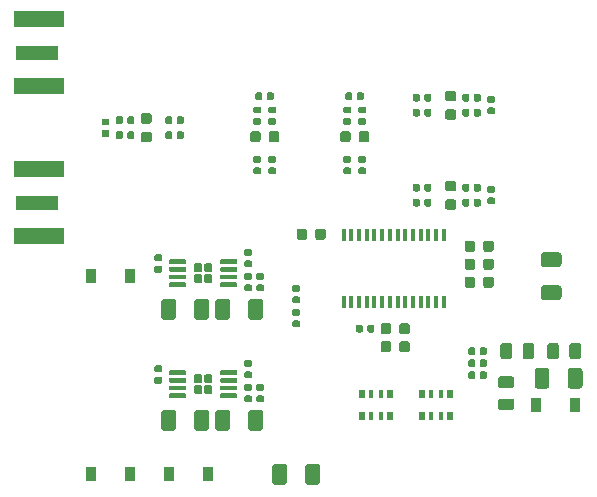
<source format=gbr>
G04 #@! TF.GenerationSoftware,KiCad,Pcbnew,(5.1.5)-2*
G04 #@! TF.CreationDate,2020-08-01T22:44:24+08:00*
G04 #@! TF.ProjectId,Module_ADS1263,4d6f6475-6c65-45f4-9144-53313236332e,rev?*
G04 #@! TF.SameCoordinates,Original*
G04 #@! TF.FileFunction,Paste,Top*
G04 #@! TF.FilePolarity,Positive*
%FSLAX46Y46*%
G04 Gerber Fmt 4.6, Leading zero omitted, Abs format (unit mm)*
G04 Created by KiCad (PCBNEW (5.1.5)-2) date 2020-08-01 22:44:24*
%MOMM*%
%LPD*%
G04 APERTURE LIST*
%ADD10C,0.100000*%
%ADD11R,0.900000X1.200000*%
%ADD12R,3.600000X1.270000*%
%ADD13R,4.200000X1.350000*%
%ADD14R,0.500000X0.800000*%
%ADD15R,0.400000X0.800000*%
%ADD16R,0.400000X1.100000*%
G04 APERTURE END LIST*
D10*
G36*
X147969504Y-111774204D02*
G01*
X147993773Y-111777804D01*
X148017571Y-111783765D01*
X148040671Y-111792030D01*
X148062849Y-111802520D01*
X148083893Y-111815133D01*
X148103598Y-111829747D01*
X148121777Y-111846223D01*
X148138253Y-111864402D01*
X148152867Y-111884107D01*
X148165480Y-111905151D01*
X148175970Y-111927329D01*
X148184235Y-111950429D01*
X148190196Y-111974227D01*
X148193796Y-111998496D01*
X148195000Y-112023000D01*
X148195000Y-112773000D01*
X148193796Y-112797504D01*
X148190196Y-112821773D01*
X148184235Y-112845571D01*
X148175970Y-112868671D01*
X148165480Y-112890849D01*
X148152867Y-112911893D01*
X148138253Y-112931598D01*
X148121777Y-112949777D01*
X148103598Y-112966253D01*
X148083893Y-112980867D01*
X148062849Y-112993480D01*
X148040671Y-113003970D01*
X148017571Y-113012235D01*
X147993773Y-113018196D01*
X147969504Y-113021796D01*
X147945000Y-113023000D01*
X146695000Y-113023000D01*
X146670496Y-113021796D01*
X146646227Y-113018196D01*
X146622429Y-113012235D01*
X146599329Y-113003970D01*
X146577151Y-112993480D01*
X146556107Y-112980867D01*
X146536402Y-112966253D01*
X146518223Y-112949777D01*
X146501747Y-112931598D01*
X146487133Y-112911893D01*
X146474520Y-112890849D01*
X146464030Y-112868671D01*
X146455765Y-112845571D01*
X146449804Y-112821773D01*
X146446204Y-112797504D01*
X146445000Y-112773000D01*
X146445000Y-112023000D01*
X146446204Y-111998496D01*
X146449804Y-111974227D01*
X146455765Y-111950429D01*
X146464030Y-111927329D01*
X146474520Y-111905151D01*
X146487133Y-111884107D01*
X146501747Y-111864402D01*
X146518223Y-111846223D01*
X146536402Y-111829747D01*
X146556107Y-111815133D01*
X146577151Y-111802520D01*
X146599329Y-111792030D01*
X146622429Y-111783765D01*
X146646227Y-111777804D01*
X146670496Y-111774204D01*
X146695000Y-111773000D01*
X147945000Y-111773000D01*
X147969504Y-111774204D01*
G37*
G36*
X147969504Y-108974204D02*
G01*
X147993773Y-108977804D01*
X148017571Y-108983765D01*
X148040671Y-108992030D01*
X148062849Y-109002520D01*
X148083893Y-109015133D01*
X148103598Y-109029747D01*
X148121777Y-109046223D01*
X148138253Y-109064402D01*
X148152867Y-109084107D01*
X148165480Y-109105151D01*
X148175970Y-109127329D01*
X148184235Y-109150429D01*
X148190196Y-109174227D01*
X148193796Y-109198496D01*
X148195000Y-109223000D01*
X148195000Y-109973000D01*
X148193796Y-109997504D01*
X148190196Y-110021773D01*
X148184235Y-110045571D01*
X148175970Y-110068671D01*
X148165480Y-110090849D01*
X148152867Y-110111893D01*
X148138253Y-110131598D01*
X148121777Y-110149777D01*
X148103598Y-110166253D01*
X148083893Y-110180867D01*
X148062849Y-110193480D01*
X148040671Y-110203970D01*
X148017571Y-110212235D01*
X147993773Y-110218196D01*
X147969504Y-110221796D01*
X147945000Y-110223000D01*
X146695000Y-110223000D01*
X146670496Y-110221796D01*
X146646227Y-110218196D01*
X146622429Y-110212235D01*
X146599329Y-110203970D01*
X146577151Y-110193480D01*
X146556107Y-110180867D01*
X146536402Y-110166253D01*
X146518223Y-110149777D01*
X146501747Y-110131598D01*
X146487133Y-110111893D01*
X146474520Y-110090849D01*
X146464030Y-110068671D01*
X146455765Y-110045571D01*
X146449804Y-110021773D01*
X146446204Y-109997504D01*
X146445000Y-109973000D01*
X146445000Y-109223000D01*
X146446204Y-109198496D01*
X146449804Y-109174227D01*
X146455765Y-109150429D01*
X146464030Y-109127329D01*
X146474520Y-109105151D01*
X146487133Y-109084107D01*
X146501747Y-109064402D01*
X146518223Y-109046223D01*
X146536402Y-109029747D01*
X146556107Y-109015133D01*
X146577151Y-109002520D01*
X146599329Y-108992030D01*
X146622429Y-108983765D01*
X146646227Y-108977804D01*
X146670496Y-108974204D01*
X146695000Y-108973000D01*
X147945000Y-108973000D01*
X147969504Y-108974204D01*
G37*
G36*
X127529504Y-126888204D02*
G01*
X127553773Y-126891804D01*
X127577571Y-126897765D01*
X127600671Y-126906030D01*
X127622849Y-126916520D01*
X127643893Y-126929133D01*
X127663598Y-126943747D01*
X127681777Y-126960223D01*
X127698253Y-126978402D01*
X127712867Y-126998107D01*
X127725480Y-127019151D01*
X127735970Y-127041329D01*
X127744235Y-127064429D01*
X127750196Y-127088227D01*
X127753796Y-127112496D01*
X127755000Y-127137000D01*
X127755000Y-128387000D01*
X127753796Y-128411504D01*
X127750196Y-128435773D01*
X127744235Y-128459571D01*
X127735970Y-128482671D01*
X127725480Y-128504849D01*
X127712867Y-128525893D01*
X127698253Y-128545598D01*
X127681777Y-128563777D01*
X127663598Y-128580253D01*
X127643893Y-128594867D01*
X127622849Y-128607480D01*
X127600671Y-128617970D01*
X127577571Y-128626235D01*
X127553773Y-128632196D01*
X127529504Y-128635796D01*
X127505000Y-128637000D01*
X126755000Y-128637000D01*
X126730496Y-128635796D01*
X126706227Y-128632196D01*
X126682429Y-128626235D01*
X126659329Y-128617970D01*
X126637151Y-128607480D01*
X126616107Y-128594867D01*
X126596402Y-128580253D01*
X126578223Y-128563777D01*
X126561747Y-128545598D01*
X126547133Y-128525893D01*
X126534520Y-128504849D01*
X126524030Y-128482671D01*
X126515765Y-128459571D01*
X126509804Y-128435773D01*
X126506204Y-128411504D01*
X126505000Y-128387000D01*
X126505000Y-127137000D01*
X126506204Y-127112496D01*
X126509804Y-127088227D01*
X126515765Y-127064429D01*
X126524030Y-127041329D01*
X126534520Y-127019151D01*
X126547133Y-126998107D01*
X126561747Y-126978402D01*
X126578223Y-126960223D01*
X126596402Y-126943747D01*
X126616107Y-126929133D01*
X126637151Y-126916520D01*
X126659329Y-126906030D01*
X126682429Y-126897765D01*
X126706227Y-126891804D01*
X126730496Y-126888204D01*
X126755000Y-126887000D01*
X127505000Y-126887000D01*
X127529504Y-126888204D01*
G37*
G36*
X124729504Y-126888204D02*
G01*
X124753773Y-126891804D01*
X124777571Y-126897765D01*
X124800671Y-126906030D01*
X124822849Y-126916520D01*
X124843893Y-126929133D01*
X124863598Y-126943747D01*
X124881777Y-126960223D01*
X124898253Y-126978402D01*
X124912867Y-126998107D01*
X124925480Y-127019151D01*
X124935970Y-127041329D01*
X124944235Y-127064429D01*
X124950196Y-127088227D01*
X124953796Y-127112496D01*
X124955000Y-127137000D01*
X124955000Y-128387000D01*
X124953796Y-128411504D01*
X124950196Y-128435773D01*
X124944235Y-128459571D01*
X124935970Y-128482671D01*
X124925480Y-128504849D01*
X124912867Y-128525893D01*
X124898253Y-128545598D01*
X124881777Y-128563777D01*
X124863598Y-128580253D01*
X124843893Y-128594867D01*
X124822849Y-128607480D01*
X124800671Y-128617970D01*
X124777571Y-128626235D01*
X124753773Y-128632196D01*
X124729504Y-128635796D01*
X124705000Y-128637000D01*
X123955000Y-128637000D01*
X123930496Y-128635796D01*
X123906227Y-128632196D01*
X123882429Y-128626235D01*
X123859329Y-128617970D01*
X123837151Y-128607480D01*
X123816107Y-128594867D01*
X123796402Y-128580253D01*
X123778223Y-128563777D01*
X123761747Y-128545598D01*
X123747133Y-128525893D01*
X123734520Y-128504849D01*
X123724030Y-128482671D01*
X123715765Y-128459571D01*
X123709804Y-128435773D01*
X123706204Y-128411504D01*
X123705000Y-128387000D01*
X123705000Y-127137000D01*
X123706204Y-127112496D01*
X123709804Y-127088227D01*
X123715765Y-127064429D01*
X123724030Y-127041329D01*
X123734520Y-127019151D01*
X123747133Y-126998107D01*
X123761747Y-126978402D01*
X123778223Y-126960223D01*
X123796402Y-126943747D01*
X123816107Y-126929133D01*
X123837151Y-126916520D01*
X123859329Y-126906030D01*
X123882429Y-126897765D01*
X123906227Y-126891804D01*
X123930496Y-126888204D01*
X123955000Y-126887000D01*
X124705000Y-126887000D01*
X124729504Y-126888204D01*
G37*
G36*
X141743958Y-117028710D02*
G01*
X141758276Y-117030834D01*
X141772317Y-117034351D01*
X141785946Y-117039228D01*
X141799031Y-117045417D01*
X141811447Y-117052858D01*
X141823073Y-117061481D01*
X141833798Y-117071202D01*
X141843519Y-117081927D01*
X141852142Y-117093553D01*
X141859583Y-117105969D01*
X141865772Y-117119054D01*
X141870649Y-117132683D01*
X141874166Y-117146724D01*
X141876290Y-117161042D01*
X141877000Y-117175500D01*
X141877000Y-117520500D01*
X141876290Y-117534958D01*
X141874166Y-117549276D01*
X141870649Y-117563317D01*
X141865772Y-117576946D01*
X141859583Y-117590031D01*
X141852142Y-117602447D01*
X141843519Y-117614073D01*
X141833798Y-117624798D01*
X141823073Y-117634519D01*
X141811447Y-117643142D01*
X141799031Y-117650583D01*
X141785946Y-117656772D01*
X141772317Y-117661649D01*
X141758276Y-117665166D01*
X141743958Y-117667290D01*
X141729500Y-117668000D01*
X141434500Y-117668000D01*
X141420042Y-117667290D01*
X141405724Y-117665166D01*
X141391683Y-117661649D01*
X141378054Y-117656772D01*
X141364969Y-117650583D01*
X141352553Y-117643142D01*
X141340927Y-117634519D01*
X141330202Y-117624798D01*
X141320481Y-117614073D01*
X141311858Y-117602447D01*
X141304417Y-117590031D01*
X141298228Y-117576946D01*
X141293351Y-117563317D01*
X141289834Y-117549276D01*
X141287710Y-117534958D01*
X141287000Y-117520500D01*
X141287000Y-117175500D01*
X141287710Y-117161042D01*
X141289834Y-117146724D01*
X141293351Y-117132683D01*
X141298228Y-117119054D01*
X141304417Y-117105969D01*
X141311858Y-117093553D01*
X141320481Y-117081927D01*
X141330202Y-117071202D01*
X141340927Y-117061481D01*
X141352553Y-117052858D01*
X141364969Y-117045417D01*
X141378054Y-117039228D01*
X141391683Y-117034351D01*
X141405724Y-117030834D01*
X141420042Y-117028710D01*
X141434500Y-117028000D01*
X141729500Y-117028000D01*
X141743958Y-117028710D01*
G37*
G36*
X140773958Y-117028710D02*
G01*
X140788276Y-117030834D01*
X140802317Y-117034351D01*
X140815946Y-117039228D01*
X140829031Y-117045417D01*
X140841447Y-117052858D01*
X140853073Y-117061481D01*
X140863798Y-117071202D01*
X140873519Y-117081927D01*
X140882142Y-117093553D01*
X140889583Y-117105969D01*
X140895772Y-117119054D01*
X140900649Y-117132683D01*
X140904166Y-117146724D01*
X140906290Y-117161042D01*
X140907000Y-117175500D01*
X140907000Y-117520500D01*
X140906290Y-117534958D01*
X140904166Y-117549276D01*
X140900649Y-117563317D01*
X140895772Y-117576946D01*
X140889583Y-117590031D01*
X140882142Y-117602447D01*
X140873519Y-117614073D01*
X140863798Y-117624798D01*
X140853073Y-117634519D01*
X140841447Y-117643142D01*
X140829031Y-117650583D01*
X140815946Y-117656772D01*
X140802317Y-117661649D01*
X140788276Y-117665166D01*
X140773958Y-117667290D01*
X140759500Y-117668000D01*
X140464500Y-117668000D01*
X140450042Y-117667290D01*
X140435724Y-117665166D01*
X140421683Y-117661649D01*
X140408054Y-117656772D01*
X140394969Y-117650583D01*
X140382553Y-117643142D01*
X140370927Y-117634519D01*
X140360202Y-117624798D01*
X140350481Y-117614073D01*
X140341858Y-117602447D01*
X140334417Y-117590031D01*
X140328228Y-117576946D01*
X140323351Y-117563317D01*
X140319834Y-117549276D01*
X140317710Y-117534958D01*
X140317000Y-117520500D01*
X140317000Y-117175500D01*
X140317710Y-117161042D01*
X140319834Y-117146724D01*
X140323351Y-117132683D01*
X140328228Y-117119054D01*
X140334417Y-117105969D01*
X140341858Y-117093553D01*
X140350481Y-117081927D01*
X140360202Y-117071202D01*
X140370927Y-117061481D01*
X140382553Y-117052858D01*
X140394969Y-117045417D01*
X140408054Y-117039228D01*
X140421683Y-117034351D01*
X140435724Y-117030834D01*
X140450042Y-117028710D01*
X140464500Y-117028000D01*
X140759500Y-117028000D01*
X140773958Y-117028710D01*
G37*
G36*
X141743958Y-118044710D02*
G01*
X141758276Y-118046834D01*
X141772317Y-118050351D01*
X141785946Y-118055228D01*
X141799031Y-118061417D01*
X141811447Y-118068858D01*
X141823073Y-118077481D01*
X141833798Y-118087202D01*
X141843519Y-118097927D01*
X141852142Y-118109553D01*
X141859583Y-118121969D01*
X141865772Y-118135054D01*
X141870649Y-118148683D01*
X141874166Y-118162724D01*
X141876290Y-118177042D01*
X141877000Y-118191500D01*
X141877000Y-118536500D01*
X141876290Y-118550958D01*
X141874166Y-118565276D01*
X141870649Y-118579317D01*
X141865772Y-118592946D01*
X141859583Y-118606031D01*
X141852142Y-118618447D01*
X141843519Y-118630073D01*
X141833798Y-118640798D01*
X141823073Y-118650519D01*
X141811447Y-118659142D01*
X141799031Y-118666583D01*
X141785946Y-118672772D01*
X141772317Y-118677649D01*
X141758276Y-118681166D01*
X141743958Y-118683290D01*
X141729500Y-118684000D01*
X141434500Y-118684000D01*
X141420042Y-118683290D01*
X141405724Y-118681166D01*
X141391683Y-118677649D01*
X141378054Y-118672772D01*
X141364969Y-118666583D01*
X141352553Y-118659142D01*
X141340927Y-118650519D01*
X141330202Y-118640798D01*
X141320481Y-118630073D01*
X141311858Y-118618447D01*
X141304417Y-118606031D01*
X141298228Y-118592946D01*
X141293351Y-118579317D01*
X141289834Y-118565276D01*
X141287710Y-118550958D01*
X141287000Y-118536500D01*
X141287000Y-118191500D01*
X141287710Y-118177042D01*
X141289834Y-118162724D01*
X141293351Y-118148683D01*
X141298228Y-118135054D01*
X141304417Y-118121969D01*
X141311858Y-118109553D01*
X141320481Y-118097927D01*
X141330202Y-118087202D01*
X141340927Y-118077481D01*
X141352553Y-118068858D01*
X141364969Y-118061417D01*
X141378054Y-118055228D01*
X141391683Y-118050351D01*
X141405724Y-118046834D01*
X141420042Y-118044710D01*
X141434500Y-118044000D01*
X141729500Y-118044000D01*
X141743958Y-118044710D01*
G37*
G36*
X140773958Y-118044710D02*
G01*
X140788276Y-118046834D01*
X140802317Y-118050351D01*
X140815946Y-118055228D01*
X140829031Y-118061417D01*
X140841447Y-118068858D01*
X140853073Y-118077481D01*
X140863798Y-118087202D01*
X140873519Y-118097927D01*
X140882142Y-118109553D01*
X140889583Y-118121969D01*
X140895772Y-118135054D01*
X140900649Y-118148683D01*
X140904166Y-118162724D01*
X140906290Y-118177042D01*
X140907000Y-118191500D01*
X140907000Y-118536500D01*
X140906290Y-118550958D01*
X140904166Y-118565276D01*
X140900649Y-118579317D01*
X140895772Y-118592946D01*
X140889583Y-118606031D01*
X140882142Y-118618447D01*
X140873519Y-118630073D01*
X140863798Y-118640798D01*
X140853073Y-118650519D01*
X140841447Y-118659142D01*
X140829031Y-118666583D01*
X140815946Y-118672772D01*
X140802317Y-118677649D01*
X140788276Y-118681166D01*
X140773958Y-118683290D01*
X140759500Y-118684000D01*
X140464500Y-118684000D01*
X140450042Y-118683290D01*
X140435724Y-118681166D01*
X140421683Y-118677649D01*
X140408054Y-118672772D01*
X140394969Y-118666583D01*
X140382553Y-118659142D01*
X140370927Y-118650519D01*
X140360202Y-118640798D01*
X140350481Y-118630073D01*
X140341858Y-118618447D01*
X140334417Y-118606031D01*
X140328228Y-118592946D01*
X140323351Y-118579317D01*
X140319834Y-118565276D01*
X140317710Y-118550958D01*
X140317000Y-118536500D01*
X140317000Y-118191500D01*
X140317710Y-118177042D01*
X140319834Y-118162724D01*
X140323351Y-118148683D01*
X140328228Y-118135054D01*
X140334417Y-118121969D01*
X140341858Y-118109553D01*
X140350481Y-118097927D01*
X140360202Y-118087202D01*
X140370927Y-118077481D01*
X140382553Y-118068858D01*
X140394969Y-118061417D01*
X140408054Y-118055228D01*
X140421683Y-118050351D01*
X140435724Y-118046834D01*
X140450042Y-118044710D01*
X140464500Y-118044000D01*
X140759500Y-118044000D01*
X140773958Y-118044710D01*
G37*
G36*
X141743958Y-119060710D02*
G01*
X141758276Y-119062834D01*
X141772317Y-119066351D01*
X141785946Y-119071228D01*
X141799031Y-119077417D01*
X141811447Y-119084858D01*
X141823073Y-119093481D01*
X141833798Y-119103202D01*
X141843519Y-119113927D01*
X141852142Y-119125553D01*
X141859583Y-119137969D01*
X141865772Y-119151054D01*
X141870649Y-119164683D01*
X141874166Y-119178724D01*
X141876290Y-119193042D01*
X141877000Y-119207500D01*
X141877000Y-119552500D01*
X141876290Y-119566958D01*
X141874166Y-119581276D01*
X141870649Y-119595317D01*
X141865772Y-119608946D01*
X141859583Y-119622031D01*
X141852142Y-119634447D01*
X141843519Y-119646073D01*
X141833798Y-119656798D01*
X141823073Y-119666519D01*
X141811447Y-119675142D01*
X141799031Y-119682583D01*
X141785946Y-119688772D01*
X141772317Y-119693649D01*
X141758276Y-119697166D01*
X141743958Y-119699290D01*
X141729500Y-119700000D01*
X141434500Y-119700000D01*
X141420042Y-119699290D01*
X141405724Y-119697166D01*
X141391683Y-119693649D01*
X141378054Y-119688772D01*
X141364969Y-119682583D01*
X141352553Y-119675142D01*
X141340927Y-119666519D01*
X141330202Y-119656798D01*
X141320481Y-119646073D01*
X141311858Y-119634447D01*
X141304417Y-119622031D01*
X141298228Y-119608946D01*
X141293351Y-119595317D01*
X141289834Y-119581276D01*
X141287710Y-119566958D01*
X141287000Y-119552500D01*
X141287000Y-119207500D01*
X141287710Y-119193042D01*
X141289834Y-119178724D01*
X141293351Y-119164683D01*
X141298228Y-119151054D01*
X141304417Y-119137969D01*
X141311858Y-119125553D01*
X141320481Y-119113927D01*
X141330202Y-119103202D01*
X141340927Y-119093481D01*
X141352553Y-119084858D01*
X141364969Y-119077417D01*
X141378054Y-119071228D01*
X141391683Y-119066351D01*
X141405724Y-119062834D01*
X141420042Y-119060710D01*
X141434500Y-119060000D01*
X141729500Y-119060000D01*
X141743958Y-119060710D01*
G37*
G36*
X140773958Y-119060710D02*
G01*
X140788276Y-119062834D01*
X140802317Y-119066351D01*
X140815946Y-119071228D01*
X140829031Y-119077417D01*
X140841447Y-119084858D01*
X140853073Y-119093481D01*
X140863798Y-119103202D01*
X140873519Y-119113927D01*
X140882142Y-119125553D01*
X140889583Y-119137969D01*
X140895772Y-119151054D01*
X140900649Y-119164683D01*
X140904166Y-119178724D01*
X140906290Y-119193042D01*
X140907000Y-119207500D01*
X140907000Y-119552500D01*
X140906290Y-119566958D01*
X140904166Y-119581276D01*
X140900649Y-119595317D01*
X140895772Y-119608946D01*
X140889583Y-119622031D01*
X140882142Y-119634447D01*
X140873519Y-119646073D01*
X140863798Y-119656798D01*
X140853073Y-119666519D01*
X140841447Y-119675142D01*
X140829031Y-119682583D01*
X140815946Y-119688772D01*
X140802317Y-119693649D01*
X140788276Y-119697166D01*
X140773958Y-119699290D01*
X140759500Y-119700000D01*
X140464500Y-119700000D01*
X140450042Y-119699290D01*
X140435724Y-119697166D01*
X140421683Y-119693649D01*
X140408054Y-119688772D01*
X140394969Y-119682583D01*
X140382553Y-119675142D01*
X140370927Y-119666519D01*
X140360202Y-119656798D01*
X140350481Y-119646073D01*
X140341858Y-119634447D01*
X140334417Y-119622031D01*
X140328228Y-119608946D01*
X140323351Y-119595317D01*
X140319834Y-119581276D01*
X140317710Y-119566958D01*
X140317000Y-119552500D01*
X140317000Y-119207500D01*
X140317710Y-119193042D01*
X140319834Y-119178724D01*
X140323351Y-119164683D01*
X140328228Y-119151054D01*
X140334417Y-119137969D01*
X140341858Y-119125553D01*
X140350481Y-119113927D01*
X140360202Y-119103202D01*
X140370927Y-119093481D01*
X140382553Y-119084858D01*
X140394969Y-119077417D01*
X140408054Y-119071228D01*
X140421683Y-119066351D01*
X140435724Y-119062834D01*
X140450042Y-119060710D01*
X140464500Y-119060000D01*
X140759500Y-119060000D01*
X140773958Y-119060710D01*
G37*
G36*
X142251691Y-109508053D02*
G01*
X142272926Y-109511203D01*
X142293750Y-109516419D01*
X142313962Y-109523651D01*
X142333368Y-109532830D01*
X142351781Y-109543866D01*
X142369024Y-109556654D01*
X142384930Y-109571070D01*
X142399346Y-109586976D01*
X142412134Y-109604219D01*
X142423170Y-109622632D01*
X142432349Y-109642038D01*
X142439581Y-109662250D01*
X142444797Y-109683074D01*
X142447947Y-109704309D01*
X142449000Y-109725750D01*
X142449000Y-110238250D01*
X142447947Y-110259691D01*
X142444797Y-110280926D01*
X142439581Y-110301750D01*
X142432349Y-110321962D01*
X142423170Y-110341368D01*
X142412134Y-110359781D01*
X142399346Y-110377024D01*
X142384930Y-110392930D01*
X142369024Y-110407346D01*
X142351781Y-110420134D01*
X142333368Y-110431170D01*
X142313962Y-110440349D01*
X142293750Y-110447581D01*
X142272926Y-110452797D01*
X142251691Y-110455947D01*
X142230250Y-110457000D01*
X141792750Y-110457000D01*
X141771309Y-110455947D01*
X141750074Y-110452797D01*
X141729250Y-110447581D01*
X141709038Y-110440349D01*
X141689632Y-110431170D01*
X141671219Y-110420134D01*
X141653976Y-110407346D01*
X141638070Y-110392930D01*
X141623654Y-110377024D01*
X141610866Y-110359781D01*
X141599830Y-110341368D01*
X141590651Y-110321962D01*
X141583419Y-110301750D01*
X141578203Y-110280926D01*
X141575053Y-110259691D01*
X141574000Y-110238250D01*
X141574000Y-109725750D01*
X141575053Y-109704309D01*
X141578203Y-109683074D01*
X141583419Y-109662250D01*
X141590651Y-109642038D01*
X141599830Y-109622632D01*
X141610866Y-109604219D01*
X141623654Y-109586976D01*
X141638070Y-109571070D01*
X141653976Y-109556654D01*
X141671219Y-109543866D01*
X141689632Y-109532830D01*
X141709038Y-109523651D01*
X141729250Y-109516419D01*
X141750074Y-109511203D01*
X141771309Y-109508053D01*
X141792750Y-109507000D01*
X142230250Y-109507000D01*
X142251691Y-109508053D01*
G37*
G36*
X140676691Y-109508053D02*
G01*
X140697926Y-109511203D01*
X140718750Y-109516419D01*
X140738962Y-109523651D01*
X140758368Y-109532830D01*
X140776781Y-109543866D01*
X140794024Y-109556654D01*
X140809930Y-109571070D01*
X140824346Y-109586976D01*
X140837134Y-109604219D01*
X140848170Y-109622632D01*
X140857349Y-109642038D01*
X140864581Y-109662250D01*
X140869797Y-109683074D01*
X140872947Y-109704309D01*
X140874000Y-109725750D01*
X140874000Y-110238250D01*
X140872947Y-110259691D01*
X140869797Y-110280926D01*
X140864581Y-110301750D01*
X140857349Y-110321962D01*
X140848170Y-110341368D01*
X140837134Y-110359781D01*
X140824346Y-110377024D01*
X140809930Y-110392930D01*
X140794024Y-110407346D01*
X140776781Y-110420134D01*
X140758368Y-110431170D01*
X140738962Y-110440349D01*
X140718750Y-110447581D01*
X140697926Y-110452797D01*
X140676691Y-110455947D01*
X140655250Y-110457000D01*
X140217750Y-110457000D01*
X140196309Y-110455947D01*
X140175074Y-110452797D01*
X140154250Y-110447581D01*
X140134038Y-110440349D01*
X140114632Y-110431170D01*
X140096219Y-110420134D01*
X140078976Y-110407346D01*
X140063070Y-110392930D01*
X140048654Y-110377024D01*
X140035866Y-110359781D01*
X140024830Y-110341368D01*
X140015651Y-110321962D01*
X140008419Y-110301750D01*
X140003203Y-110280926D01*
X140000053Y-110259691D01*
X139999000Y-110238250D01*
X139999000Y-109725750D01*
X140000053Y-109704309D01*
X140003203Y-109683074D01*
X140008419Y-109662250D01*
X140015651Y-109642038D01*
X140024830Y-109622632D01*
X140035866Y-109604219D01*
X140048654Y-109586976D01*
X140063070Y-109571070D01*
X140078976Y-109556654D01*
X140096219Y-109543866D01*
X140114632Y-109532830D01*
X140134038Y-109523651D01*
X140154250Y-109516419D01*
X140175074Y-109511203D01*
X140196309Y-109508053D01*
X140217750Y-109507000D01*
X140655250Y-109507000D01*
X140676691Y-109508053D01*
G37*
G36*
X135139691Y-114969053D02*
G01*
X135160926Y-114972203D01*
X135181750Y-114977419D01*
X135201962Y-114984651D01*
X135221368Y-114993830D01*
X135239781Y-115004866D01*
X135257024Y-115017654D01*
X135272930Y-115032070D01*
X135287346Y-115047976D01*
X135300134Y-115065219D01*
X135311170Y-115083632D01*
X135320349Y-115103038D01*
X135327581Y-115123250D01*
X135332797Y-115144074D01*
X135335947Y-115165309D01*
X135337000Y-115186750D01*
X135337000Y-115699250D01*
X135335947Y-115720691D01*
X135332797Y-115741926D01*
X135327581Y-115762750D01*
X135320349Y-115782962D01*
X135311170Y-115802368D01*
X135300134Y-115820781D01*
X135287346Y-115838024D01*
X135272930Y-115853930D01*
X135257024Y-115868346D01*
X135239781Y-115881134D01*
X135221368Y-115892170D01*
X135201962Y-115901349D01*
X135181750Y-115908581D01*
X135160926Y-115913797D01*
X135139691Y-115916947D01*
X135118250Y-115918000D01*
X134680750Y-115918000D01*
X134659309Y-115916947D01*
X134638074Y-115913797D01*
X134617250Y-115908581D01*
X134597038Y-115901349D01*
X134577632Y-115892170D01*
X134559219Y-115881134D01*
X134541976Y-115868346D01*
X134526070Y-115853930D01*
X134511654Y-115838024D01*
X134498866Y-115820781D01*
X134487830Y-115802368D01*
X134478651Y-115782962D01*
X134471419Y-115762750D01*
X134466203Y-115741926D01*
X134463053Y-115720691D01*
X134462000Y-115699250D01*
X134462000Y-115186750D01*
X134463053Y-115165309D01*
X134466203Y-115144074D01*
X134471419Y-115123250D01*
X134478651Y-115103038D01*
X134487830Y-115083632D01*
X134498866Y-115065219D01*
X134511654Y-115047976D01*
X134526070Y-115032070D01*
X134541976Y-115017654D01*
X134559219Y-115004866D01*
X134577632Y-114993830D01*
X134597038Y-114984651D01*
X134617250Y-114977419D01*
X134638074Y-114972203D01*
X134659309Y-114969053D01*
X134680750Y-114968000D01*
X135118250Y-114968000D01*
X135139691Y-114969053D01*
G37*
G36*
X133564691Y-114969053D02*
G01*
X133585926Y-114972203D01*
X133606750Y-114977419D01*
X133626962Y-114984651D01*
X133646368Y-114993830D01*
X133664781Y-115004866D01*
X133682024Y-115017654D01*
X133697930Y-115032070D01*
X133712346Y-115047976D01*
X133725134Y-115065219D01*
X133736170Y-115083632D01*
X133745349Y-115103038D01*
X133752581Y-115123250D01*
X133757797Y-115144074D01*
X133760947Y-115165309D01*
X133762000Y-115186750D01*
X133762000Y-115699250D01*
X133760947Y-115720691D01*
X133757797Y-115741926D01*
X133752581Y-115762750D01*
X133745349Y-115782962D01*
X133736170Y-115802368D01*
X133725134Y-115820781D01*
X133712346Y-115838024D01*
X133697930Y-115853930D01*
X133682024Y-115868346D01*
X133664781Y-115881134D01*
X133646368Y-115892170D01*
X133626962Y-115901349D01*
X133606750Y-115908581D01*
X133585926Y-115913797D01*
X133564691Y-115916947D01*
X133543250Y-115918000D01*
X133105750Y-115918000D01*
X133084309Y-115916947D01*
X133063074Y-115913797D01*
X133042250Y-115908581D01*
X133022038Y-115901349D01*
X133002632Y-115892170D01*
X132984219Y-115881134D01*
X132966976Y-115868346D01*
X132951070Y-115853930D01*
X132936654Y-115838024D01*
X132923866Y-115820781D01*
X132912830Y-115802368D01*
X132903651Y-115782962D01*
X132896419Y-115762750D01*
X132891203Y-115741926D01*
X132888053Y-115720691D01*
X132887000Y-115699250D01*
X132887000Y-115186750D01*
X132888053Y-115165309D01*
X132891203Y-115144074D01*
X132896419Y-115123250D01*
X132903651Y-115103038D01*
X132912830Y-115083632D01*
X132923866Y-115065219D01*
X132936654Y-115047976D01*
X132951070Y-115032070D01*
X132966976Y-115017654D01*
X132984219Y-115004866D01*
X133002632Y-114993830D01*
X133022038Y-114984651D01*
X133042250Y-114977419D01*
X133063074Y-114972203D01*
X133084309Y-114969053D01*
X133105750Y-114968000D01*
X133543250Y-114968000D01*
X133564691Y-114969053D01*
G37*
G36*
X143990142Y-119480174D02*
G01*
X144013803Y-119483684D01*
X144037007Y-119489496D01*
X144059529Y-119497554D01*
X144081153Y-119507782D01*
X144101670Y-119520079D01*
X144120883Y-119534329D01*
X144138607Y-119550393D01*
X144154671Y-119568117D01*
X144168921Y-119587330D01*
X144181218Y-119607847D01*
X144191446Y-119629471D01*
X144199504Y-119651993D01*
X144205316Y-119675197D01*
X144208826Y-119698858D01*
X144210000Y-119722750D01*
X144210000Y-120210250D01*
X144208826Y-120234142D01*
X144205316Y-120257803D01*
X144199504Y-120281007D01*
X144191446Y-120303529D01*
X144181218Y-120325153D01*
X144168921Y-120345670D01*
X144154671Y-120364883D01*
X144138607Y-120382607D01*
X144120883Y-120398671D01*
X144101670Y-120412921D01*
X144081153Y-120425218D01*
X144059529Y-120435446D01*
X144037007Y-120443504D01*
X144013803Y-120449316D01*
X143990142Y-120452826D01*
X143966250Y-120454000D01*
X143053750Y-120454000D01*
X143029858Y-120452826D01*
X143006197Y-120449316D01*
X142982993Y-120443504D01*
X142960471Y-120435446D01*
X142938847Y-120425218D01*
X142918330Y-120412921D01*
X142899117Y-120398671D01*
X142881393Y-120382607D01*
X142865329Y-120364883D01*
X142851079Y-120345670D01*
X142838782Y-120325153D01*
X142828554Y-120303529D01*
X142820496Y-120281007D01*
X142814684Y-120257803D01*
X142811174Y-120234142D01*
X142810000Y-120210250D01*
X142810000Y-119722750D01*
X142811174Y-119698858D01*
X142814684Y-119675197D01*
X142820496Y-119651993D01*
X142828554Y-119629471D01*
X142838782Y-119607847D01*
X142851079Y-119587330D01*
X142865329Y-119568117D01*
X142881393Y-119550393D01*
X142899117Y-119534329D01*
X142918330Y-119520079D01*
X142938847Y-119507782D01*
X142960471Y-119497554D01*
X142982993Y-119489496D01*
X143006197Y-119483684D01*
X143029858Y-119480174D01*
X143053750Y-119479000D01*
X143966250Y-119479000D01*
X143990142Y-119480174D01*
G37*
G36*
X143990142Y-121355174D02*
G01*
X144013803Y-121358684D01*
X144037007Y-121364496D01*
X144059529Y-121372554D01*
X144081153Y-121382782D01*
X144101670Y-121395079D01*
X144120883Y-121409329D01*
X144138607Y-121425393D01*
X144154671Y-121443117D01*
X144168921Y-121462330D01*
X144181218Y-121482847D01*
X144191446Y-121504471D01*
X144199504Y-121526993D01*
X144205316Y-121550197D01*
X144208826Y-121573858D01*
X144210000Y-121597750D01*
X144210000Y-122085250D01*
X144208826Y-122109142D01*
X144205316Y-122132803D01*
X144199504Y-122156007D01*
X144191446Y-122178529D01*
X144181218Y-122200153D01*
X144168921Y-122220670D01*
X144154671Y-122239883D01*
X144138607Y-122257607D01*
X144120883Y-122273671D01*
X144101670Y-122287921D01*
X144081153Y-122300218D01*
X144059529Y-122310446D01*
X144037007Y-122318504D01*
X144013803Y-122324316D01*
X143990142Y-122327826D01*
X143966250Y-122329000D01*
X143053750Y-122329000D01*
X143029858Y-122327826D01*
X143006197Y-122324316D01*
X142982993Y-122318504D01*
X142960471Y-122310446D01*
X142938847Y-122300218D01*
X142918330Y-122287921D01*
X142899117Y-122273671D01*
X142881393Y-122257607D01*
X142865329Y-122239883D01*
X142851079Y-122220670D01*
X142838782Y-122200153D01*
X142828554Y-122178529D01*
X142820496Y-122156007D01*
X142814684Y-122132803D01*
X142811174Y-122109142D01*
X142810000Y-122085250D01*
X142810000Y-121597750D01*
X142811174Y-121573858D01*
X142814684Y-121550197D01*
X142820496Y-121526993D01*
X142828554Y-121504471D01*
X142838782Y-121482847D01*
X142851079Y-121462330D01*
X142865329Y-121443117D01*
X142881393Y-121425393D01*
X142899117Y-121409329D01*
X142918330Y-121395079D01*
X142938847Y-121382782D01*
X142960471Y-121372554D01*
X142982993Y-121364496D01*
X143006197Y-121358684D01*
X143029858Y-121355174D01*
X143053750Y-121354000D01*
X143966250Y-121354000D01*
X143990142Y-121355174D01*
G37*
D11*
X149352000Y-121920000D03*
X146052000Y-121920000D03*
X118236000Y-127762000D03*
X114936000Y-127762000D03*
D10*
G36*
X149751504Y-118760204D02*
G01*
X149775773Y-118763804D01*
X149799571Y-118769765D01*
X149822671Y-118778030D01*
X149844849Y-118788520D01*
X149865893Y-118801133D01*
X149885598Y-118815747D01*
X149903777Y-118832223D01*
X149920253Y-118850402D01*
X149934867Y-118870107D01*
X149947480Y-118891151D01*
X149957970Y-118913329D01*
X149966235Y-118936429D01*
X149972196Y-118960227D01*
X149975796Y-118984496D01*
X149977000Y-119009000D01*
X149977000Y-120259000D01*
X149975796Y-120283504D01*
X149972196Y-120307773D01*
X149966235Y-120331571D01*
X149957970Y-120354671D01*
X149947480Y-120376849D01*
X149934867Y-120397893D01*
X149920253Y-120417598D01*
X149903777Y-120435777D01*
X149885598Y-120452253D01*
X149865893Y-120466867D01*
X149844849Y-120479480D01*
X149822671Y-120489970D01*
X149799571Y-120498235D01*
X149775773Y-120504196D01*
X149751504Y-120507796D01*
X149727000Y-120509000D01*
X148977000Y-120509000D01*
X148952496Y-120507796D01*
X148928227Y-120504196D01*
X148904429Y-120498235D01*
X148881329Y-120489970D01*
X148859151Y-120479480D01*
X148838107Y-120466867D01*
X148818402Y-120452253D01*
X148800223Y-120435777D01*
X148783747Y-120417598D01*
X148769133Y-120397893D01*
X148756520Y-120376849D01*
X148746030Y-120354671D01*
X148737765Y-120331571D01*
X148731804Y-120307773D01*
X148728204Y-120283504D01*
X148727000Y-120259000D01*
X148727000Y-119009000D01*
X148728204Y-118984496D01*
X148731804Y-118960227D01*
X148737765Y-118936429D01*
X148746030Y-118913329D01*
X148756520Y-118891151D01*
X148769133Y-118870107D01*
X148783747Y-118850402D01*
X148800223Y-118832223D01*
X148818402Y-118815747D01*
X148838107Y-118801133D01*
X148859151Y-118788520D01*
X148881329Y-118778030D01*
X148904429Y-118769765D01*
X148928227Y-118763804D01*
X148952496Y-118760204D01*
X148977000Y-118759000D01*
X149727000Y-118759000D01*
X149751504Y-118760204D01*
G37*
G36*
X146951504Y-118760204D02*
G01*
X146975773Y-118763804D01*
X146999571Y-118769765D01*
X147022671Y-118778030D01*
X147044849Y-118788520D01*
X147065893Y-118801133D01*
X147085598Y-118815747D01*
X147103777Y-118832223D01*
X147120253Y-118850402D01*
X147134867Y-118870107D01*
X147147480Y-118891151D01*
X147157970Y-118913329D01*
X147166235Y-118936429D01*
X147172196Y-118960227D01*
X147175796Y-118984496D01*
X147177000Y-119009000D01*
X147177000Y-120259000D01*
X147175796Y-120283504D01*
X147172196Y-120307773D01*
X147166235Y-120331571D01*
X147157970Y-120354671D01*
X147147480Y-120376849D01*
X147134867Y-120397893D01*
X147120253Y-120417598D01*
X147103777Y-120435777D01*
X147085598Y-120452253D01*
X147065893Y-120466867D01*
X147044849Y-120479480D01*
X147022671Y-120489970D01*
X146999571Y-120498235D01*
X146975773Y-120504196D01*
X146951504Y-120507796D01*
X146927000Y-120509000D01*
X146177000Y-120509000D01*
X146152496Y-120507796D01*
X146128227Y-120504196D01*
X146104429Y-120498235D01*
X146081329Y-120489970D01*
X146059151Y-120479480D01*
X146038107Y-120466867D01*
X146018402Y-120452253D01*
X146000223Y-120435777D01*
X145983747Y-120417598D01*
X145969133Y-120397893D01*
X145956520Y-120376849D01*
X145946030Y-120354671D01*
X145937765Y-120331571D01*
X145931804Y-120307773D01*
X145928204Y-120283504D01*
X145927000Y-120259000D01*
X145927000Y-119009000D01*
X145928204Y-118984496D01*
X145931804Y-118960227D01*
X145937765Y-118936429D01*
X145946030Y-118913329D01*
X145956520Y-118891151D01*
X145969133Y-118870107D01*
X145983747Y-118850402D01*
X146000223Y-118832223D01*
X146018402Y-118815747D01*
X146038107Y-118801133D01*
X146059151Y-118788520D01*
X146081329Y-118778030D01*
X146104429Y-118769765D01*
X146128227Y-118763804D01*
X146152496Y-118760204D01*
X146177000Y-118759000D01*
X146927000Y-118759000D01*
X146951504Y-118760204D01*
G37*
D12*
X103759000Y-104775000D03*
D13*
X103959000Y-107600000D03*
X103959000Y-101950000D03*
D12*
X103759000Y-92075000D03*
D13*
X103959000Y-94900000D03*
X103959000Y-89250000D03*
D11*
X111632000Y-127762000D03*
X108332000Y-127762000D03*
X108332000Y-110998000D03*
X111632000Y-110998000D03*
D10*
G36*
X145652642Y-116649174D02*
G01*
X145676303Y-116652684D01*
X145699507Y-116658496D01*
X145722029Y-116666554D01*
X145743653Y-116676782D01*
X145764170Y-116689079D01*
X145783383Y-116703329D01*
X145801107Y-116719393D01*
X145817171Y-116737117D01*
X145831421Y-116756330D01*
X145843718Y-116776847D01*
X145853946Y-116798471D01*
X145862004Y-116820993D01*
X145867816Y-116844197D01*
X145871326Y-116867858D01*
X145872500Y-116891750D01*
X145872500Y-117804250D01*
X145871326Y-117828142D01*
X145867816Y-117851803D01*
X145862004Y-117875007D01*
X145853946Y-117897529D01*
X145843718Y-117919153D01*
X145831421Y-117939670D01*
X145817171Y-117958883D01*
X145801107Y-117976607D01*
X145783383Y-117992671D01*
X145764170Y-118006921D01*
X145743653Y-118019218D01*
X145722029Y-118029446D01*
X145699507Y-118037504D01*
X145676303Y-118043316D01*
X145652642Y-118046826D01*
X145628750Y-118048000D01*
X145141250Y-118048000D01*
X145117358Y-118046826D01*
X145093697Y-118043316D01*
X145070493Y-118037504D01*
X145047971Y-118029446D01*
X145026347Y-118019218D01*
X145005830Y-118006921D01*
X144986617Y-117992671D01*
X144968893Y-117976607D01*
X144952829Y-117958883D01*
X144938579Y-117939670D01*
X144926282Y-117919153D01*
X144916054Y-117897529D01*
X144907996Y-117875007D01*
X144902184Y-117851803D01*
X144898674Y-117828142D01*
X144897500Y-117804250D01*
X144897500Y-116891750D01*
X144898674Y-116867858D01*
X144902184Y-116844197D01*
X144907996Y-116820993D01*
X144916054Y-116798471D01*
X144926282Y-116776847D01*
X144938579Y-116756330D01*
X144952829Y-116737117D01*
X144968893Y-116719393D01*
X144986617Y-116703329D01*
X145005830Y-116689079D01*
X145026347Y-116676782D01*
X145047971Y-116666554D01*
X145070493Y-116658496D01*
X145093697Y-116652684D01*
X145117358Y-116649174D01*
X145141250Y-116648000D01*
X145628750Y-116648000D01*
X145652642Y-116649174D01*
G37*
G36*
X143777642Y-116649174D02*
G01*
X143801303Y-116652684D01*
X143824507Y-116658496D01*
X143847029Y-116666554D01*
X143868653Y-116676782D01*
X143889170Y-116689079D01*
X143908383Y-116703329D01*
X143926107Y-116719393D01*
X143942171Y-116737117D01*
X143956421Y-116756330D01*
X143968718Y-116776847D01*
X143978946Y-116798471D01*
X143987004Y-116820993D01*
X143992816Y-116844197D01*
X143996326Y-116867858D01*
X143997500Y-116891750D01*
X143997500Y-117804250D01*
X143996326Y-117828142D01*
X143992816Y-117851803D01*
X143987004Y-117875007D01*
X143978946Y-117897529D01*
X143968718Y-117919153D01*
X143956421Y-117939670D01*
X143942171Y-117958883D01*
X143926107Y-117976607D01*
X143908383Y-117992671D01*
X143889170Y-118006921D01*
X143868653Y-118019218D01*
X143847029Y-118029446D01*
X143824507Y-118037504D01*
X143801303Y-118043316D01*
X143777642Y-118046826D01*
X143753750Y-118048000D01*
X143266250Y-118048000D01*
X143242358Y-118046826D01*
X143218697Y-118043316D01*
X143195493Y-118037504D01*
X143172971Y-118029446D01*
X143151347Y-118019218D01*
X143130830Y-118006921D01*
X143111617Y-117992671D01*
X143093893Y-117976607D01*
X143077829Y-117958883D01*
X143063579Y-117939670D01*
X143051282Y-117919153D01*
X143041054Y-117897529D01*
X143032996Y-117875007D01*
X143027184Y-117851803D01*
X143023674Y-117828142D01*
X143022500Y-117804250D01*
X143022500Y-116891750D01*
X143023674Y-116867858D01*
X143027184Y-116844197D01*
X143032996Y-116820993D01*
X143041054Y-116798471D01*
X143051282Y-116776847D01*
X143063579Y-116756330D01*
X143077829Y-116737117D01*
X143093893Y-116719393D01*
X143111617Y-116703329D01*
X143130830Y-116689079D01*
X143151347Y-116676782D01*
X143172971Y-116666554D01*
X143195493Y-116658496D01*
X143218697Y-116652684D01*
X143242358Y-116649174D01*
X143266250Y-116648000D01*
X143753750Y-116648000D01*
X143777642Y-116649174D01*
G37*
G36*
X147744642Y-116649174D02*
G01*
X147768303Y-116652684D01*
X147791507Y-116658496D01*
X147814029Y-116666554D01*
X147835653Y-116676782D01*
X147856170Y-116689079D01*
X147875383Y-116703329D01*
X147893107Y-116719393D01*
X147909171Y-116737117D01*
X147923421Y-116756330D01*
X147935718Y-116776847D01*
X147945946Y-116798471D01*
X147954004Y-116820993D01*
X147959816Y-116844197D01*
X147963326Y-116867858D01*
X147964500Y-116891750D01*
X147964500Y-117804250D01*
X147963326Y-117828142D01*
X147959816Y-117851803D01*
X147954004Y-117875007D01*
X147945946Y-117897529D01*
X147935718Y-117919153D01*
X147923421Y-117939670D01*
X147909171Y-117958883D01*
X147893107Y-117976607D01*
X147875383Y-117992671D01*
X147856170Y-118006921D01*
X147835653Y-118019218D01*
X147814029Y-118029446D01*
X147791507Y-118037504D01*
X147768303Y-118043316D01*
X147744642Y-118046826D01*
X147720750Y-118048000D01*
X147233250Y-118048000D01*
X147209358Y-118046826D01*
X147185697Y-118043316D01*
X147162493Y-118037504D01*
X147139971Y-118029446D01*
X147118347Y-118019218D01*
X147097830Y-118006921D01*
X147078617Y-117992671D01*
X147060893Y-117976607D01*
X147044829Y-117958883D01*
X147030579Y-117939670D01*
X147018282Y-117919153D01*
X147008054Y-117897529D01*
X146999996Y-117875007D01*
X146994184Y-117851803D01*
X146990674Y-117828142D01*
X146989500Y-117804250D01*
X146989500Y-116891750D01*
X146990674Y-116867858D01*
X146994184Y-116844197D01*
X146999996Y-116820993D01*
X147008054Y-116798471D01*
X147018282Y-116776847D01*
X147030579Y-116756330D01*
X147044829Y-116737117D01*
X147060893Y-116719393D01*
X147078617Y-116703329D01*
X147097830Y-116689079D01*
X147118347Y-116676782D01*
X147139971Y-116666554D01*
X147162493Y-116658496D01*
X147185697Y-116652684D01*
X147209358Y-116649174D01*
X147233250Y-116648000D01*
X147720750Y-116648000D01*
X147744642Y-116649174D01*
G37*
G36*
X149619642Y-116649174D02*
G01*
X149643303Y-116652684D01*
X149666507Y-116658496D01*
X149689029Y-116666554D01*
X149710653Y-116676782D01*
X149731170Y-116689079D01*
X149750383Y-116703329D01*
X149768107Y-116719393D01*
X149784171Y-116737117D01*
X149798421Y-116756330D01*
X149810718Y-116776847D01*
X149820946Y-116798471D01*
X149829004Y-116820993D01*
X149834816Y-116844197D01*
X149838326Y-116867858D01*
X149839500Y-116891750D01*
X149839500Y-117804250D01*
X149838326Y-117828142D01*
X149834816Y-117851803D01*
X149829004Y-117875007D01*
X149820946Y-117897529D01*
X149810718Y-117919153D01*
X149798421Y-117939670D01*
X149784171Y-117958883D01*
X149768107Y-117976607D01*
X149750383Y-117992671D01*
X149731170Y-118006921D01*
X149710653Y-118019218D01*
X149689029Y-118029446D01*
X149666507Y-118037504D01*
X149643303Y-118043316D01*
X149619642Y-118046826D01*
X149595750Y-118048000D01*
X149108250Y-118048000D01*
X149084358Y-118046826D01*
X149060697Y-118043316D01*
X149037493Y-118037504D01*
X149014971Y-118029446D01*
X148993347Y-118019218D01*
X148972830Y-118006921D01*
X148953617Y-117992671D01*
X148935893Y-117976607D01*
X148919829Y-117958883D01*
X148905579Y-117939670D01*
X148893282Y-117919153D01*
X148883054Y-117897529D01*
X148874996Y-117875007D01*
X148869184Y-117851803D01*
X148865674Y-117828142D01*
X148864500Y-117804250D01*
X148864500Y-116891750D01*
X148865674Y-116867858D01*
X148869184Y-116844197D01*
X148874996Y-116820993D01*
X148883054Y-116798471D01*
X148893282Y-116776847D01*
X148905579Y-116756330D01*
X148919829Y-116737117D01*
X148935893Y-116719393D01*
X148953617Y-116703329D01*
X148972830Y-116689079D01*
X148993347Y-116676782D01*
X149014971Y-116666554D01*
X149037493Y-116658496D01*
X149060697Y-116652684D01*
X149084358Y-116649174D01*
X149108250Y-116648000D01*
X149595750Y-116648000D01*
X149619642Y-116649174D01*
G37*
D14*
X138760000Y-121009000D03*
D15*
X137960000Y-121009000D03*
D14*
X136360000Y-121009000D03*
D15*
X137160000Y-121009000D03*
D14*
X138760000Y-122809000D03*
D15*
X137160000Y-122809000D03*
X137960000Y-122809000D03*
D14*
X136360000Y-122809000D03*
X133680000Y-121009000D03*
D15*
X132880000Y-121009000D03*
D14*
X131280000Y-121009000D03*
D15*
X132080000Y-121009000D03*
D14*
X133680000Y-122809000D03*
D15*
X132080000Y-122809000D03*
X132880000Y-122809000D03*
D14*
X131280000Y-122809000D03*
D10*
G36*
X116315802Y-111519482D02*
G01*
X116325509Y-111520921D01*
X116335028Y-111523306D01*
X116344268Y-111526612D01*
X116353140Y-111530808D01*
X116361557Y-111535853D01*
X116369439Y-111541699D01*
X116376711Y-111548289D01*
X116383301Y-111555561D01*
X116389147Y-111563443D01*
X116394192Y-111571860D01*
X116398388Y-111580732D01*
X116401694Y-111589972D01*
X116404079Y-111599491D01*
X116405518Y-111609198D01*
X116406000Y-111619000D01*
X116406000Y-111819000D01*
X116405518Y-111828802D01*
X116404079Y-111838509D01*
X116401694Y-111848028D01*
X116398388Y-111857268D01*
X116394192Y-111866140D01*
X116389147Y-111874557D01*
X116383301Y-111882439D01*
X116376711Y-111889711D01*
X116369439Y-111896301D01*
X116361557Y-111902147D01*
X116353140Y-111907192D01*
X116344268Y-111911388D01*
X116335028Y-111914694D01*
X116325509Y-111917079D01*
X116315802Y-111918518D01*
X116306000Y-111919000D01*
X115081000Y-111919000D01*
X115071198Y-111918518D01*
X115061491Y-111917079D01*
X115051972Y-111914694D01*
X115042732Y-111911388D01*
X115033860Y-111907192D01*
X115025443Y-111902147D01*
X115017561Y-111896301D01*
X115010289Y-111889711D01*
X115003699Y-111882439D01*
X114997853Y-111874557D01*
X114992808Y-111866140D01*
X114988612Y-111857268D01*
X114985306Y-111848028D01*
X114982921Y-111838509D01*
X114981482Y-111828802D01*
X114981000Y-111819000D01*
X114981000Y-111619000D01*
X114981482Y-111609198D01*
X114982921Y-111599491D01*
X114985306Y-111589972D01*
X114988612Y-111580732D01*
X114992808Y-111571860D01*
X114997853Y-111563443D01*
X115003699Y-111555561D01*
X115010289Y-111548289D01*
X115017561Y-111541699D01*
X115025443Y-111535853D01*
X115033860Y-111530808D01*
X115042732Y-111526612D01*
X115051972Y-111523306D01*
X115061491Y-111520921D01*
X115071198Y-111519482D01*
X115081000Y-111519000D01*
X116306000Y-111519000D01*
X116315802Y-111519482D01*
G37*
G36*
X116315802Y-110869482D02*
G01*
X116325509Y-110870921D01*
X116335028Y-110873306D01*
X116344268Y-110876612D01*
X116353140Y-110880808D01*
X116361557Y-110885853D01*
X116369439Y-110891699D01*
X116376711Y-110898289D01*
X116383301Y-110905561D01*
X116389147Y-110913443D01*
X116394192Y-110921860D01*
X116398388Y-110930732D01*
X116401694Y-110939972D01*
X116404079Y-110949491D01*
X116405518Y-110959198D01*
X116406000Y-110969000D01*
X116406000Y-111169000D01*
X116405518Y-111178802D01*
X116404079Y-111188509D01*
X116401694Y-111198028D01*
X116398388Y-111207268D01*
X116394192Y-111216140D01*
X116389147Y-111224557D01*
X116383301Y-111232439D01*
X116376711Y-111239711D01*
X116369439Y-111246301D01*
X116361557Y-111252147D01*
X116353140Y-111257192D01*
X116344268Y-111261388D01*
X116335028Y-111264694D01*
X116325509Y-111267079D01*
X116315802Y-111268518D01*
X116306000Y-111269000D01*
X115081000Y-111269000D01*
X115071198Y-111268518D01*
X115061491Y-111267079D01*
X115051972Y-111264694D01*
X115042732Y-111261388D01*
X115033860Y-111257192D01*
X115025443Y-111252147D01*
X115017561Y-111246301D01*
X115010289Y-111239711D01*
X115003699Y-111232439D01*
X114997853Y-111224557D01*
X114992808Y-111216140D01*
X114988612Y-111207268D01*
X114985306Y-111198028D01*
X114982921Y-111188509D01*
X114981482Y-111178802D01*
X114981000Y-111169000D01*
X114981000Y-110969000D01*
X114981482Y-110959198D01*
X114982921Y-110949491D01*
X114985306Y-110939972D01*
X114988612Y-110930732D01*
X114992808Y-110921860D01*
X114997853Y-110913443D01*
X115003699Y-110905561D01*
X115010289Y-110898289D01*
X115017561Y-110891699D01*
X115025443Y-110885853D01*
X115033860Y-110880808D01*
X115042732Y-110876612D01*
X115051972Y-110873306D01*
X115061491Y-110870921D01*
X115071198Y-110869482D01*
X115081000Y-110869000D01*
X116306000Y-110869000D01*
X116315802Y-110869482D01*
G37*
G36*
X116315802Y-110219482D02*
G01*
X116325509Y-110220921D01*
X116335028Y-110223306D01*
X116344268Y-110226612D01*
X116353140Y-110230808D01*
X116361557Y-110235853D01*
X116369439Y-110241699D01*
X116376711Y-110248289D01*
X116383301Y-110255561D01*
X116389147Y-110263443D01*
X116394192Y-110271860D01*
X116398388Y-110280732D01*
X116401694Y-110289972D01*
X116404079Y-110299491D01*
X116405518Y-110309198D01*
X116406000Y-110319000D01*
X116406000Y-110519000D01*
X116405518Y-110528802D01*
X116404079Y-110538509D01*
X116401694Y-110548028D01*
X116398388Y-110557268D01*
X116394192Y-110566140D01*
X116389147Y-110574557D01*
X116383301Y-110582439D01*
X116376711Y-110589711D01*
X116369439Y-110596301D01*
X116361557Y-110602147D01*
X116353140Y-110607192D01*
X116344268Y-110611388D01*
X116335028Y-110614694D01*
X116325509Y-110617079D01*
X116315802Y-110618518D01*
X116306000Y-110619000D01*
X115081000Y-110619000D01*
X115071198Y-110618518D01*
X115061491Y-110617079D01*
X115051972Y-110614694D01*
X115042732Y-110611388D01*
X115033860Y-110607192D01*
X115025443Y-110602147D01*
X115017561Y-110596301D01*
X115010289Y-110589711D01*
X115003699Y-110582439D01*
X114997853Y-110574557D01*
X114992808Y-110566140D01*
X114988612Y-110557268D01*
X114985306Y-110548028D01*
X114982921Y-110538509D01*
X114981482Y-110528802D01*
X114981000Y-110519000D01*
X114981000Y-110319000D01*
X114981482Y-110309198D01*
X114982921Y-110299491D01*
X114985306Y-110289972D01*
X114988612Y-110280732D01*
X114992808Y-110271860D01*
X114997853Y-110263443D01*
X115003699Y-110255561D01*
X115010289Y-110248289D01*
X115017561Y-110241699D01*
X115025443Y-110235853D01*
X115033860Y-110230808D01*
X115042732Y-110226612D01*
X115051972Y-110223306D01*
X115061491Y-110220921D01*
X115071198Y-110219482D01*
X115081000Y-110219000D01*
X116306000Y-110219000D01*
X116315802Y-110219482D01*
G37*
G36*
X116315802Y-109569482D02*
G01*
X116325509Y-109570921D01*
X116335028Y-109573306D01*
X116344268Y-109576612D01*
X116353140Y-109580808D01*
X116361557Y-109585853D01*
X116369439Y-109591699D01*
X116376711Y-109598289D01*
X116383301Y-109605561D01*
X116389147Y-109613443D01*
X116394192Y-109621860D01*
X116398388Y-109630732D01*
X116401694Y-109639972D01*
X116404079Y-109649491D01*
X116405518Y-109659198D01*
X116406000Y-109669000D01*
X116406000Y-109869000D01*
X116405518Y-109878802D01*
X116404079Y-109888509D01*
X116401694Y-109898028D01*
X116398388Y-109907268D01*
X116394192Y-109916140D01*
X116389147Y-109924557D01*
X116383301Y-109932439D01*
X116376711Y-109939711D01*
X116369439Y-109946301D01*
X116361557Y-109952147D01*
X116353140Y-109957192D01*
X116344268Y-109961388D01*
X116335028Y-109964694D01*
X116325509Y-109967079D01*
X116315802Y-109968518D01*
X116306000Y-109969000D01*
X115081000Y-109969000D01*
X115071198Y-109968518D01*
X115061491Y-109967079D01*
X115051972Y-109964694D01*
X115042732Y-109961388D01*
X115033860Y-109957192D01*
X115025443Y-109952147D01*
X115017561Y-109946301D01*
X115010289Y-109939711D01*
X115003699Y-109932439D01*
X114997853Y-109924557D01*
X114992808Y-109916140D01*
X114988612Y-109907268D01*
X114985306Y-109898028D01*
X114982921Y-109888509D01*
X114981482Y-109878802D01*
X114981000Y-109869000D01*
X114981000Y-109669000D01*
X114981482Y-109659198D01*
X114982921Y-109649491D01*
X114985306Y-109639972D01*
X114988612Y-109630732D01*
X114992808Y-109621860D01*
X114997853Y-109613443D01*
X115003699Y-109605561D01*
X115010289Y-109598289D01*
X115017561Y-109591699D01*
X115025443Y-109585853D01*
X115033860Y-109580808D01*
X115042732Y-109576612D01*
X115051972Y-109573306D01*
X115061491Y-109570921D01*
X115071198Y-109569482D01*
X115081000Y-109569000D01*
X116306000Y-109569000D01*
X116315802Y-109569482D01*
G37*
G36*
X120640802Y-109569482D02*
G01*
X120650509Y-109570921D01*
X120660028Y-109573306D01*
X120669268Y-109576612D01*
X120678140Y-109580808D01*
X120686557Y-109585853D01*
X120694439Y-109591699D01*
X120701711Y-109598289D01*
X120708301Y-109605561D01*
X120714147Y-109613443D01*
X120719192Y-109621860D01*
X120723388Y-109630732D01*
X120726694Y-109639972D01*
X120729079Y-109649491D01*
X120730518Y-109659198D01*
X120731000Y-109669000D01*
X120731000Y-109869000D01*
X120730518Y-109878802D01*
X120729079Y-109888509D01*
X120726694Y-109898028D01*
X120723388Y-109907268D01*
X120719192Y-109916140D01*
X120714147Y-109924557D01*
X120708301Y-109932439D01*
X120701711Y-109939711D01*
X120694439Y-109946301D01*
X120686557Y-109952147D01*
X120678140Y-109957192D01*
X120669268Y-109961388D01*
X120660028Y-109964694D01*
X120650509Y-109967079D01*
X120640802Y-109968518D01*
X120631000Y-109969000D01*
X119406000Y-109969000D01*
X119396198Y-109968518D01*
X119386491Y-109967079D01*
X119376972Y-109964694D01*
X119367732Y-109961388D01*
X119358860Y-109957192D01*
X119350443Y-109952147D01*
X119342561Y-109946301D01*
X119335289Y-109939711D01*
X119328699Y-109932439D01*
X119322853Y-109924557D01*
X119317808Y-109916140D01*
X119313612Y-109907268D01*
X119310306Y-109898028D01*
X119307921Y-109888509D01*
X119306482Y-109878802D01*
X119306000Y-109869000D01*
X119306000Y-109669000D01*
X119306482Y-109659198D01*
X119307921Y-109649491D01*
X119310306Y-109639972D01*
X119313612Y-109630732D01*
X119317808Y-109621860D01*
X119322853Y-109613443D01*
X119328699Y-109605561D01*
X119335289Y-109598289D01*
X119342561Y-109591699D01*
X119350443Y-109585853D01*
X119358860Y-109580808D01*
X119367732Y-109576612D01*
X119376972Y-109573306D01*
X119386491Y-109570921D01*
X119396198Y-109569482D01*
X119406000Y-109569000D01*
X120631000Y-109569000D01*
X120640802Y-109569482D01*
G37*
G36*
X120640802Y-110219482D02*
G01*
X120650509Y-110220921D01*
X120660028Y-110223306D01*
X120669268Y-110226612D01*
X120678140Y-110230808D01*
X120686557Y-110235853D01*
X120694439Y-110241699D01*
X120701711Y-110248289D01*
X120708301Y-110255561D01*
X120714147Y-110263443D01*
X120719192Y-110271860D01*
X120723388Y-110280732D01*
X120726694Y-110289972D01*
X120729079Y-110299491D01*
X120730518Y-110309198D01*
X120731000Y-110319000D01*
X120731000Y-110519000D01*
X120730518Y-110528802D01*
X120729079Y-110538509D01*
X120726694Y-110548028D01*
X120723388Y-110557268D01*
X120719192Y-110566140D01*
X120714147Y-110574557D01*
X120708301Y-110582439D01*
X120701711Y-110589711D01*
X120694439Y-110596301D01*
X120686557Y-110602147D01*
X120678140Y-110607192D01*
X120669268Y-110611388D01*
X120660028Y-110614694D01*
X120650509Y-110617079D01*
X120640802Y-110618518D01*
X120631000Y-110619000D01*
X119406000Y-110619000D01*
X119396198Y-110618518D01*
X119386491Y-110617079D01*
X119376972Y-110614694D01*
X119367732Y-110611388D01*
X119358860Y-110607192D01*
X119350443Y-110602147D01*
X119342561Y-110596301D01*
X119335289Y-110589711D01*
X119328699Y-110582439D01*
X119322853Y-110574557D01*
X119317808Y-110566140D01*
X119313612Y-110557268D01*
X119310306Y-110548028D01*
X119307921Y-110538509D01*
X119306482Y-110528802D01*
X119306000Y-110519000D01*
X119306000Y-110319000D01*
X119306482Y-110309198D01*
X119307921Y-110299491D01*
X119310306Y-110289972D01*
X119313612Y-110280732D01*
X119317808Y-110271860D01*
X119322853Y-110263443D01*
X119328699Y-110255561D01*
X119335289Y-110248289D01*
X119342561Y-110241699D01*
X119350443Y-110235853D01*
X119358860Y-110230808D01*
X119367732Y-110226612D01*
X119376972Y-110223306D01*
X119386491Y-110220921D01*
X119396198Y-110219482D01*
X119406000Y-110219000D01*
X120631000Y-110219000D01*
X120640802Y-110219482D01*
G37*
G36*
X120640802Y-110869482D02*
G01*
X120650509Y-110870921D01*
X120660028Y-110873306D01*
X120669268Y-110876612D01*
X120678140Y-110880808D01*
X120686557Y-110885853D01*
X120694439Y-110891699D01*
X120701711Y-110898289D01*
X120708301Y-110905561D01*
X120714147Y-110913443D01*
X120719192Y-110921860D01*
X120723388Y-110930732D01*
X120726694Y-110939972D01*
X120729079Y-110949491D01*
X120730518Y-110959198D01*
X120731000Y-110969000D01*
X120731000Y-111169000D01*
X120730518Y-111178802D01*
X120729079Y-111188509D01*
X120726694Y-111198028D01*
X120723388Y-111207268D01*
X120719192Y-111216140D01*
X120714147Y-111224557D01*
X120708301Y-111232439D01*
X120701711Y-111239711D01*
X120694439Y-111246301D01*
X120686557Y-111252147D01*
X120678140Y-111257192D01*
X120669268Y-111261388D01*
X120660028Y-111264694D01*
X120650509Y-111267079D01*
X120640802Y-111268518D01*
X120631000Y-111269000D01*
X119406000Y-111269000D01*
X119396198Y-111268518D01*
X119386491Y-111267079D01*
X119376972Y-111264694D01*
X119367732Y-111261388D01*
X119358860Y-111257192D01*
X119350443Y-111252147D01*
X119342561Y-111246301D01*
X119335289Y-111239711D01*
X119328699Y-111232439D01*
X119322853Y-111224557D01*
X119317808Y-111216140D01*
X119313612Y-111207268D01*
X119310306Y-111198028D01*
X119307921Y-111188509D01*
X119306482Y-111178802D01*
X119306000Y-111169000D01*
X119306000Y-110969000D01*
X119306482Y-110959198D01*
X119307921Y-110949491D01*
X119310306Y-110939972D01*
X119313612Y-110930732D01*
X119317808Y-110921860D01*
X119322853Y-110913443D01*
X119328699Y-110905561D01*
X119335289Y-110898289D01*
X119342561Y-110891699D01*
X119350443Y-110885853D01*
X119358860Y-110880808D01*
X119367732Y-110876612D01*
X119376972Y-110873306D01*
X119386491Y-110870921D01*
X119396198Y-110869482D01*
X119406000Y-110869000D01*
X120631000Y-110869000D01*
X120640802Y-110869482D01*
G37*
G36*
X120640802Y-111519482D02*
G01*
X120650509Y-111520921D01*
X120660028Y-111523306D01*
X120669268Y-111526612D01*
X120678140Y-111530808D01*
X120686557Y-111535853D01*
X120694439Y-111541699D01*
X120701711Y-111548289D01*
X120708301Y-111555561D01*
X120714147Y-111563443D01*
X120719192Y-111571860D01*
X120723388Y-111580732D01*
X120726694Y-111589972D01*
X120729079Y-111599491D01*
X120730518Y-111609198D01*
X120731000Y-111619000D01*
X120731000Y-111819000D01*
X120730518Y-111828802D01*
X120729079Y-111838509D01*
X120726694Y-111848028D01*
X120723388Y-111857268D01*
X120719192Y-111866140D01*
X120714147Y-111874557D01*
X120708301Y-111882439D01*
X120701711Y-111889711D01*
X120694439Y-111896301D01*
X120686557Y-111902147D01*
X120678140Y-111907192D01*
X120669268Y-111911388D01*
X120660028Y-111914694D01*
X120650509Y-111917079D01*
X120640802Y-111918518D01*
X120631000Y-111919000D01*
X119406000Y-111919000D01*
X119396198Y-111918518D01*
X119386491Y-111917079D01*
X119376972Y-111914694D01*
X119367732Y-111911388D01*
X119358860Y-111907192D01*
X119350443Y-111902147D01*
X119342561Y-111896301D01*
X119335289Y-111889711D01*
X119328699Y-111882439D01*
X119322853Y-111874557D01*
X119317808Y-111866140D01*
X119313612Y-111857268D01*
X119310306Y-111848028D01*
X119307921Y-111838509D01*
X119306482Y-111828802D01*
X119306000Y-111819000D01*
X119306000Y-111619000D01*
X119306482Y-111609198D01*
X119307921Y-111599491D01*
X119310306Y-111589972D01*
X119313612Y-111580732D01*
X119317808Y-111571860D01*
X119322853Y-111563443D01*
X119328699Y-111555561D01*
X119335289Y-111548289D01*
X119342561Y-111541699D01*
X119350443Y-111535853D01*
X119358860Y-111530808D01*
X119367732Y-111526612D01*
X119376972Y-111523306D01*
X119386491Y-111520921D01*
X119396198Y-111519482D01*
X119406000Y-111519000D01*
X120631000Y-111519000D01*
X120640802Y-111519482D01*
G37*
G36*
X117618153Y-109909843D02*
G01*
X117635141Y-109912363D01*
X117651800Y-109916535D01*
X117667970Y-109922321D01*
X117683494Y-109929664D01*
X117698225Y-109938493D01*
X117712019Y-109948723D01*
X117724744Y-109960256D01*
X117736277Y-109972981D01*
X117746507Y-109986775D01*
X117755336Y-110001506D01*
X117762679Y-110017030D01*
X117768465Y-110033200D01*
X117772637Y-110049859D01*
X117775157Y-110066847D01*
X117776000Y-110084000D01*
X117776000Y-110484000D01*
X117775157Y-110501153D01*
X117772637Y-110518141D01*
X117768465Y-110534800D01*
X117762679Y-110550970D01*
X117755336Y-110566494D01*
X117746507Y-110581225D01*
X117736277Y-110595019D01*
X117724744Y-110607744D01*
X117712019Y-110619277D01*
X117698225Y-110629507D01*
X117683494Y-110638336D01*
X117667970Y-110645679D01*
X117651800Y-110651465D01*
X117635141Y-110655637D01*
X117618153Y-110658157D01*
X117601000Y-110659000D01*
X117251000Y-110659000D01*
X117233847Y-110658157D01*
X117216859Y-110655637D01*
X117200200Y-110651465D01*
X117184030Y-110645679D01*
X117168506Y-110638336D01*
X117153775Y-110629507D01*
X117139981Y-110619277D01*
X117127256Y-110607744D01*
X117115723Y-110595019D01*
X117105493Y-110581225D01*
X117096664Y-110566494D01*
X117089321Y-110550970D01*
X117083535Y-110534800D01*
X117079363Y-110518141D01*
X117076843Y-110501153D01*
X117076000Y-110484000D01*
X117076000Y-110084000D01*
X117076843Y-110066847D01*
X117079363Y-110049859D01*
X117083535Y-110033200D01*
X117089321Y-110017030D01*
X117096664Y-110001506D01*
X117105493Y-109986775D01*
X117115723Y-109972981D01*
X117127256Y-109960256D01*
X117139981Y-109948723D01*
X117153775Y-109938493D01*
X117168506Y-109929664D01*
X117184030Y-109922321D01*
X117200200Y-109916535D01*
X117216859Y-109912363D01*
X117233847Y-109909843D01*
X117251000Y-109909000D01*
X117601000Y-109909000D01*
X117618153Y-109909843D01*
G37*
G36*
X117618153Y-110829843D02*
G01*
X117635141Y-110832363D01*
X117651800Y-110836535D01*
X117667970Y-110842321D01*
X117683494Y-110849664D01*
X117698225Y-110858493D01*
X117712019Y-110868723D01*
X117724744Y-110880256D01*
X117736277Y-110892981D01*
X117746507Y-110906775D01*
X117755336Y-110921506D01*
X117762679Y-110937030D01*
X117768465Y-110953200D01*
X117772637Y-110969859D01*
X117775157Y-110986847D01*
X117776000Y-111004000D01*
X117776000Y-111404000D01*
X117775157Y-111421153D01*
X117772637Y-111438141D01*
X117768465Y-111454800D01*
X117762679Y-111470970D01*
X117755336Y-111486494D01*
X117746507Y-111501225D01*
X117736277Y-111515019D01*
X117724744Y-111527744D01*
X117712019Y-111539277D01*
X117698225Y-111549507D01*
X117683494Y-111558336D01*
X117667970Y-111565679D01*
X117651800Y-111571465D01*
X117635141Y-111575637D01*
X117618153Y-111578157D01*
X117601000Y-111579000D01*
X117251000Y-111579000D01*
X117233847Y-111578157D01*
X117216859Y-111575637D01*
X117200200Y-111571465D01*
X117184030Y-111565679D01*
X117168506Y-111558336D01*
X117153775Y-111549507D01*
X117139981Y-111539277D01*
X117127256Y-111527744D01*
X117115723Y-111515019D01*
X117105493Y-111501225D01*
X117096664Y-111486494D01*
X117089321Y-111470970D01*
X117083535Y-111454800D01*
X117079363Y-111438141D01*
X117076843Y-111421153D01*
X117076000Y-111404000D01*
X117076000Y-111004000D01*
X117076843Y-110986847D01*
X117079363Y-110969859D01*
X117083535Y-110953200D01*
X117089321Y-110937030D01*
X117096664Y-110921506D01*
X117105493Y-110906775D01*
X117115723Y-110892981D01*
X117127256Y-110880256D01*
X117139981Y-110868723D01*
X117153775Y-110858493D01*
X117168506Y-110849664D01*
X117184030Y-110842321D01*
X117200200Y-110836535D01*
X117216859Y-110832363D01*
X117233847Y-110829843D01*
X117251000Y-110829000D01*
X117601000Y-110829000D01*
X117618153Y-110829843D01*
G37*
G36*
X118478153Y-109909843D02*
G01*
X118495141Y-109912363D01*
X118511800Y-109916535D01*
X118527970Y-109922321D01*
X118543494Y-109929664D01*
X118558225Y-109938493D01*
X118572019Y-109948723D01*
X118584744Y-109960256D01*
X118596277Y-109972981D01*
X118606507Y-109986775D01*
X118615336Y-110001506D01*
X118622679Y-110017030D01*
X118628465Y-110033200D01*
X118632637Y-110049859D01*
X118635157Y-110066847D01*
X118636000Y-110084000D01*
X118636000Y-110484000D01*
X118635157Y-110501153D01*
X118632637Y-110518141D01*
X118628465Y-110534800D01*
X118622679Y-110550970D01*
X118615336Y-110566494D01*
X118606507Y-110581225D01*
X118596277Y-110595019D01*
X118584744Y-110607744D01*
X118572019Y-110619277D01*
X118558225Y-110629507D01*
X118543494Y-110638336D01*
X118527970Y-110645679D01*
X118511800Y-110651465D01*
X118495141Y-110655637D01*
X118478153Y-110658157D01*
X118461000Y-110659000D01*
X118111000Y-110659000D01*
X118093847Y-110658157D01*
X118076859Y-110655637D01*
X118060200Y-110651465D01*
X118044030Y-110645679D01*
X118028506Y-110638336D01*
X118013775Y-110629507D01*
X117999981Y-110619277D01*
X117987256Y-110607744D01*
X117975723Y-110595019D01*
X117965493Y-110581225D01*
X117956664Y-110566494D01*
X117949321Y-110550970D01*
X117943535Y-110534800D01*
X117939363Y-110518141D01*
X117936843Y-110501153D01*
X117936000Y-110484000D01*
X117936000Y-110084000D01*
X117936843Y-110066847D01*
X117939363Y-110049859D01*
X117943535Y-110033200D01*
X117949321Y-110017030D01*
X117956664Y-110001506D01*
X117965493Y-109986775D01*
X117975723Y-109972981D01*
X117987256Y-109960256D01*
X117999981Y-109948723D01*
X118013775Y-109938493D01*
X118028506Y-109929664D01*
X118044030Y-109922321D01*
X118060200Y-109916535D01*
X118076859Y-109912363D01*
X118093847Y-109909843D01*
X118111000Y-109909000D01*
X118461000Y-109909000D01*
X118478153Y-109909843D01*
G37*
G36*
X118478153Y-110829843D02*
G01*
X118495141Y-110832363D01*
X118511800Y-110836535D01*
X118527970Y-110842321D01*
X118543494Y-110849664D01*
X118558225Y-110858493D01*
X118572019Y-110868723D01*
X118584744Y-110880256D01*
X118596277Y-110892981D01*
X118606507Y-110906775D01*
X118615336Y-110921506D01*
X118622679Y-110937030D01*
X118628465Y-110953200D01*
X118632637Y-110969859D01*
X118635157Y-110986847D01*
X118636000Y-111004000D01*
X118636000Y-111404000D01*
X118635157Y-111421153D01*
X118632637Y-111438141D01*
X118628465Y-111454800D01*
X118622679Y-111470970D01*
X118615336Y-111486494D01*
X118606507Y-111501225D01*
X118596277Y-111515019D01*
X118584744Y-111527744D01*
X118572019Y-111539277D01*
X118558225Y-111549507D01*
X118543494Y-111558336D01*
X118527970Y-111565679D01*
X118511800Y-111571465D01*
X118495141Y-111575637D01*
X118478153Y-111578157D01*
X118461000Y-111579000D01*
X118111000Y-111579000D01*
X118093847Y-111578157D01*
X118076859Y-111575637D01*
X118060200Y-111571465D01*
X118044030Y-111565679D01*
X118028506Y-111558336D01*
X118013775Y-111549507D01*
X117999981Y-111539277D01*
X117987256Y-111527744D01*
X117975723Y-111515019D01*
X117965493Y-111501225D01*
X117956664Y-111486494D01*
X117949321Y-111470970D01*
X117943535Y-111454800D01*
X117939363Y-111438141D01*
X117936843Y-111421153D01*
X117936000Y-111404000D01*
X117936000Y-111004000D01*
X117936843Y-110986847D01*
X117939363Y-110969859D01*
X117943535Y-110953200D01*
X117949321Y-110937030D01*
X117956664Y-110921506D01*
X117965493Y-110906775D01*
X117975723Y-110892981D01*
X117987256Y-110880256D01*
X117999981Y-110868723D01*
X118013775Y-110858493D01*
X118028506Y-110849664D01*
X118044030Y-110842321D01*
X118060200Y-110836535D01*
X118076859Y-110832363D01*
X118093847Y-110829843D01*
X118111000Y-110829000D01*
X118461000Y-110829000D01*
X118478153Y-110829843D01*
G37*
G36*
X116315802Y-120917482D02*
G01*
X116325509Y-120918921D01*
X116335028Y-120921306D01*
X116344268Y-120924612D01*
X116353140Y-120928808D01*
X116361557Y-120933853D01*
X116369439Y-120939699D01*
X116376711Y-120946289D01*
X116383301Y-120953561D01*
X116389147Y-120961443D01*
X116394192Y-120969860D01*
X116398388Y-120978732D01*
X116401694Y-120987972D01*
X116404079Y-120997491D01*
X116405518Y-121007198D01*
X116406000Y-121017000D01*
X116406000Y-121217000D01*
X116405518Y-121226802D01*
X116404079Y-121236509D01*
X116401694Y-121246028D01*
X116398388Y-121255268D01*
X116394192Y-121264140D01*
X116389147Y-121272557D01*
X116383301Y-121280439D01*
X116376711Y-121287711D01*
X116369439Y-121294301D01*
X116361557Y-121300147D01*
X116353140Y-121305192D01*
X116344268Y-121309388D01*
X116335028Y-121312694D01*
X116325509Y-121315079D01*
X116315802Y-121316518D01*
X116306000Y-121317000D01*
X115081000Y-121317000D01*
X115071198Y-121316518D01*
X115061491Y-121315079D01*
X115051972Y-121312694D01*
X115042732Y-121309388D01*
X115033860Y-121305192D01*
X115025443Y-121300147D01*
X115017561Y-121294301D01*
X115010289Y-121287711D01*
X115003699Y-121280439D01*
X114997853Y-121272557D01*
X114992808Y-121264140D01*
X114988612Y-121255268D01*
X114985306Y-121246028D01*
X114982921Y-121236509D01*
X114981482Y-121226802D01*
X114981000Y-121217000D01*
X114981000Y-121017000D01*
X114981482Y-121007198D01*
X114982921Y-120997491D01*
X114985306Y-120987972D01*
X114988612Y-120978732D01*
X114992808Y-120969860D01*
X114997853Y-120961443D01*
X115003699Y-120953561D01*
X115010289Y-120946289D01*
X115017561Y-120939699D01*
X115025443Y-120933853D01*
X115033860Y-120928808D01*
X115042732Y-120924612D01*
X115051972Y-120921306D01*
X115061491Y-120918921D01*
X115071198Y-120917482D01*
X115081000Y-120917000D01*
X116306000Y-120917000D01*
X116315802Y-120917482D01*
G37*
G36*
X116315802Y-120267482D02*
G01*
X116325509Y-120268921D01*
X116335028Y-120271306D01*
X116344268Y-120274612D01*
X116353140Y-120278808D01*
X116361557Y-120283853D01*
X116369439Y-120289699D01*
X116376711Y-120296289D01*
X116383301Y-120303561D01*
X116389147Y-120311443D01*
X116394192Y-120319860D01*
X116398388Y-120328732D01*
X116401694Y-120337972D01*
X116404079Y-120347491D01*
X116405518Y-120357198D01*
X116406000Y-120367000D01*
X116406000Y-120567000D01*
X116405518Y-120576802D01*
X116404079Y-120586509D01*
X116401694Y-120596028D01*
X116398388Y-120605268D01*
X116394192Y-120614140D01*
X116389147Y-120622557D01*
X116383301Y-120630439D01*
X116376711Y-120637711D01*
X116369439Y-120644301D01*
X116361557Y-120650147D01*
X116353140Y-120655192D01*
X116344268Y-120659388D01*
X116335028Y-120662694D01*
X116325509Y-120665079D01*
X116315802Y-120666518D01*
X116306000Y-120667000D01*
X115081000Y-120667000D01*
X115071198Y-120666518D01*
X115061491Y-120665079D01*
X115051972Y-120662694D01*
X115042732Y-120659388D01*
X115033860Y-120655192D01*
X115025443Y-120650147D01*
X115017561Y-120644301D01*
X115010289Y-120637711D01*
X115003699Y-120630439D01*
X114997853Y-120622557D01*
X114992808Y-120614140D01*
X114988612Y-120605268D01*
X114985306Y-120596028D01*
X114982921Y-120586509D01*
X114981482Y-120576802D01*
X114981000Y-120567000D01*
X114981000Y-120367000D01*
X114981482Y-120357198D01*
X114982921Y-120347491D01*
X114985306Y-120337972D01*
X114988612Y-120328732D01*
X114992808Y-120319860D01*
X114997853Y-120311443D01*
X115003699Y-120303561D01*
X115010289Y-120296289D01*
X115017561Y-120289699D01*
X115025443Y-120283853D01*
X115033860Y-120278808D01*
X115042732Y-120274612D01*
X115051972Y-120271306D01*
X115061491Y-120268921D01*
X115071198Y-120267482D01*
X115081000Y-120267000D01*
X116306000Y-120267000D01*
X116315802Y-120267482D01*
G37*
G36*
X116315802Y-119617482D02*
G01*
X116325509Y-119618921D01*
X116335028Y-119621306D01*
X116344268Y-119624612D01*
X116353140Y-119628808D01*
X116361557Y-119633853D01*
X116369439Y-119639699D01*
X116376711Y-119646289D01*
X116383301Y-119653561D01*
X116389147Y-119661443D01*
X116394192Y-119669860D01*
X116398388Y-119678732D01*
X116401694Y-119687972D01*
X116404079Y-119697491D01*
X116405518Y-119707198D01*
X116406000Y-119717000D01*
X116406000Y-119917000D01*
X116405518Y-119926802D01*
X116404079Y-119936509D01*
X116401694Y-119946028D01*
X116398388Y-119955268D01*
X116394192Y-119964140D01*
X116389147Y-119972557D01*
X116383301Y-119980439D01*
X116376711Y-119987711D01*
X116369439Y-119994301D01*
X116361557Y-120000147D01*
X116353140Y-120005192D01*
X116344268Y-120009388D01*
X116335028Y-120012694D01*
X116325509Y-120015079D01*
X116315802Y-120016518D01*
X116306000Y-120017000D01*
X115081000Y-120017000D01*
X115071198Y-120016518D01*
X115061491Y-120015079D01*
X115051972Y-120012694D01*
X115042732Y-120009388D01*
X115033860Y-120005192D01*
X115025443Y-120000147D01*
X115017561Y-119994301D01*
X115010289Y-119987711D01*
X115003699Y-119980439D01*
X114997853Y-119972557D01*
X114992808Y-119964140D01*
X114988612Y-119955268D01*
X114985306Y-119946028D01*
X114982921Y-119936509D01*
X114981482Y-119926802D01*
X114981000Y-119917000D01*
X114981000Y-119717000D01*
X114981482Y-119707198D01*
X114982921Y-119697491D01*
X114985306Y-119687972D01*
X114988612Y-119678732D01*
X114992808Y-119669860D01*
X114997853Y-119661443D01*
X115003699Y-119653561D01*
X115010289Y-119646289D01*
X115017561Y-119639699D01*
X115025443Y-119633853D01*
X115033860Y-119628808D01*
X115042732Y-119624612D01*
X115051972Y-119621306D01*
X115061491Y-119618921D01*
X115071198Y-119617482D01*
X115081000Y-119617000D01*
X116306000Y-119617000D01*
X116315802Y-119617482D01*
G37*
G36*
X116315802Y-118967482D02*
G01*
X116325509Y-118968921D01*
X116335028Y-118971306D01*
X116344268Y-118974612D01*
X116353140Y-118978808D01*
X116361557Y-118983853D01*
X116369439Y-118989699D01*
X116376711Y-118996289D01*
X116383301Y-119003561D01*
X116389147Y-119011443D01*
X116394192Y-119019860D01*
X116398388Y-119028732D01*
X116401694Y-119037972D01*
X116404079Y-119047491D01*
X116405518Y-119057198D01*
X116406000Y-119067000D01*
X116406000Y-119267000D01*
X116405518Y-119276802D01*
X116404079Y-119286509D01*
X116401694Y-119296028D01*
X116398388Y-119305268D01*
X116394192Y-119314140D01*
X116389147Y-119322557D01*
X116383301Y-119330439D01*
X116376711Y-119337711D01*
X116369439Y-119344301D01*
X116361557Y-119350147D01*
X116353140Y-119355192D01*
X116344268Y-119359388D01*
X116335028Y-119362694D01*
X116325509Y-119365079D01*
X116315802Y-119366518D01*
X116306000Y-119367000D01*
X115081000Y-119367000D01*
X115071198Y-119366518D01*
X115061491Y-119365079D01*
X115051972Y-119362694D01*
X115042732Y-119359388D01*
X115033860Y-119355192D01*
X115025443Y-119350147D01*
X115017561Y-119344301D01*
X115010289Y-119337711D01*
X115003699Y-119330439D01*
X114997853Y-119322557D01*
X114992808Y-119314140D01*
X114988612Y-119305268D01*
X114985306Y-119296028D01*
X114982921Y-119286509D01*
X114981482Y-119276802D01*
X114981000Y-119267000D01*
X114981000Y-119067000D01*
X114981482Y-119057198D01*
X114982921Y-119047491D01*
X114985306Y-119037972D01*
X114988612Y-119028732D01*
X114992808Y-119019860D01*
X114997853Y-119011443D01*
X115003699Y-119003561D01*
X115010289Y-118996289D01*
X115017561Y-118989699D01*
X115025443Y-118983853D01*
X115033860Y-118978808D01*
X115042732Y-118974612D01*
X115051972Y-118971306D01*
X115061491Y-118968921D01*
X115071198Y-118967482D01*
X115081000Y-118967000D01*
X116306000Y-118967000D01*
X116315802Y-118967482D01*
G37*
G36*
X120640802Y-118967482D02*
G01*
X120650509Y-118968921D01*
X120660028Y-118971306D01*
X120669268Y-118974612D01*
X120678140Y-118978808D01*
X120686557Y-118983853D01*
X120694439Y-118989699D01*
X120701711Y-118996289D01*
X120708301Y-119003561D01*
X120714147Y-119011443D01*
X120719192Y-119019860D01*
X120723388Y-119028732D01*
X120726694Y-119037972D01*
X120729079Y-119047491D01*
X120730518Y-119057198D01*
X120731000Y-119067000D01*
X120731000Y-119267000D01*
X120730518Y-119276802D01*
X120729079Y-119286509D01*
X120726694Y-119296028D01*
X120723388Y-119305268D01*
X120719192Y-119314140D01*
X120714147Y-119322557D01*
X120708301Y-119330439D01*
X120701711Y-119337711D01*
X120694439Y-119344301D01*
X120686557Y-119350147D01*
X120678140Y-119355192D01*
X120669268Y-119359388D01*
X120660028Y-119362694D01*
X120650509Y-119365079D01*
X120640802Y-119366518D01*
X120631000Y-119367000D01*
X119406000Y-119367000D01*
X119396198Y-119366518D01*
X119386491Y-119365079D01*
X119376972Y-119362694D01*
X119367732Y-119359388D01*
X119358860Y-119355192D01*
X119350443Y-119350147D01*
X119342561Y-119344301D01*
X119335289Y-119337711D01*
X119328699Y-119330439D01*
X119322853Y-119322557D01*
X119317808Y-119314140D01*
X119313612Y-119305268D01*
X119310306Y-119296028D01*
X119307921Y-119286509D01*
X119306482Y-119276802D01*
X119306000Y-119267000D01*
X119306000Y-119067000D01*
X119306482Y-119057198D01*
X119307921Y-119047491D01*
X119310306Y-119037972D01*
X119313612Y-119028732D01*
X119317808Y-119019860D01*
X119322853Y-119011443D01*
X119328699Y-119003561D01*
X119335289Y-118996289D01*
X119342561Y-118989699D01*
X119350443Y-118983853D01*
X119358860Y-118978808D01*
X119367732Y-118974612D01*
X119376972Y-118971306D01*
X119386491Y-118968921D01*
X119396198Y-118967482D01*
X119406000Y-118967000D01*
X120631000Y-118967000D01*
X120640802Y-118967482D01*
G37*
G36*
X120640802Y-119617482D02*
G01*
X120650509Y-119618921D01*
X120660028Y-119621306D01*
X120669268Y-119624612D01*
X120678140Y-119628808D01*
X120686557Y-119633853D01*
X120694439Y-119639699D01*
X120701711Y-119646289D01*
X120708301Y-119653561D01*
X120714147Y-119661443D01*
X120719192Y-119669860D01*
X120723388Y-119678732D01*
X120726694Y-119687972D01*
X120729079Y-119697491D01*
X120730518Y-119707198D01*
X120731000Y-119717000D01*
X120731000Y-119917000D01*
X120730518Y-119926802D01*
X120729079Y-119936509D01*
X120726694Y-119946028D01*
X120723388Y-119955268D01*
X120719192Y-119964140D01*
X120714147Y-119972557D01*
X120708301Y-119980439D01*
X120701711Y-119987711D01*
X120694439Y-119994301D01*
X120686557Y-120000147D01*
X120678140Y-120005192D01*
X120669268Y-120009388D01*
X120660028Y-120012694D01*
X120650509Y-120015079D01*
X120640802Y-120016518D01*
X120631000Y-120017000D01*
X119406000Y-120017000D01*
X119396198Y-120016518D01*
X119386491Y-120015079D01*
X119376972Y-120012694D01*
X119367732Y-120009388D01*
X119358860Y-120005192D01*
X119350443Y-120000147D01*
X119342561Y-119994301D01*
X119335289Y-119987711D01*
X119328699Y-119980439D01*
X119322853Y-119972557D01*
X119317808Y-119964140D01*
X119313612Y-119955268D01*
X119310306Y-119946028D01*
X119307921Y-119936509D01*
X119306482Y-119926802D01*
X119306000Y-119917000D01*
X119306000Y-119717000D01*
X119306482Y-119707198D01*
X119307921Y-119697491D01*
X119310306Y-119687972D01*
X119313612Y-119678732D01*
X119317808Y-119669860D01*
X119322853Y-119661443D01*
X119328699Y-119653561D01*
X119335289Y-119646289D01*
X119342561Y-119639699D01*
X119350443Y-119633853D01*
X119358860Y-119628808D01*
X119367732Y-119624612D01*
X119376972Y-119621306D01*
X119386491Y-119618921D01*
X119396198Y-119617482D01*
X119406000Y-119617000D01*
X120631000Y-119617000D01*
X120640802Y-119617482D01*
G37*
G36*
X120640802Y-120267482D02*
G01*
X120650509Y-120268921D01*
X120660028Y-120271306D01*
X120669268Y-120274612D01*
X120678140Y-120278808D01*
X120686557Y-120283853D01*
X120694439Y-120289699D01*
X120701711Y-120296289D01*
X120708301Y-120303561D01*
X120714147Y-120311443D01*
X120719192Y-120319860D01*
X120723388Y-120328732D01*
X120726694Y-120337972D01*
X120729079Y-120347491D01*
X120730518Y-120357198D01*
X120731000Y-120367000D01*
X120731000Y-120567000D01*
X120730518Y-120576802D01*
X120729079Y-120586509D01*
X120726694Y-120596028D01*
X120723388Y-120605268D01*
X120719192Y-120614140D01*
X120714147Y-120622557D01*
X120708301Y-120630439D01*
X120701711Y-120637711D01*
X120694439Y-120644301D01*
X120686557Y-120650147D01*
X120678140Y-120655192D01*
X120669268Y-120659388D01*
X120660028Y-120662694D01*
X120650509Y-120665079D01*
X120640802Y-120666518D01*
X120631000Y-120667000D01*
X119406000Y-120667000D01*
X119396198Y-120666518D01*
X119386491Y-120665079D01*
X119376972Y-120662694D01*
X119367732Y-120659388D01*
X119358860Y-120655192D01*
X119350443Y-120650147D01*
X119342561Y-120644301D01*
X119335289Y-120637711D01*
X119328699Y-120630439D01*
X119322853Y-120622557D01*
X119317808Y-120614140D01*
X119313612Y-120605268D01*
X119310306Y-120596028D01*
X119307921Y-120586509D01*
X119306482Y-120576802D01*
X119306000Y-120567000D01*
X119306000Y-120367000D01*
X119306482Y-120357198D01*
X119307921Y-120347491D01*
X119310306Y-120337972D01*
X119313612Y-120328732D01*
X119317808Y-120319860D01*
X119322853Y-120311443D01*
X119328699Y-120303561D01*
X119335289Y-120296289D01*
X119342561Y-120289699D01*
X119350443Y-120283853D01*
X119358860Y-120278808D01*
X119367732Y-120274612D01*
X119376972Y-120271306D01*
X119386491Y-120268921D01*
X119396198Y-120267482D01*
X119406000Y-120267000D01*
X120631000Y-120267000D01*
X120640802Y-120267482D01*
G37*
G36*
X120640802Y-120917482D02*
G01*
X120650509Y-120918921D01*
X120660028Y-120921306D01*
X120669268Y-120924612D01*
X120678140Y-120928808D01*
X120686557Y-120933853D01*
X120694439Y-120939699D01*
X120701711Y-120946289D01*
X120708301Y-120953561D01*
X120714147Y-120961443D01*
X120719192Y-120969860D01*
X120723388Y-120978732D01*
X120726694Y-120987972D01*
X120729079Y-120997491D01*
X120730518Y-121007198D01*
X120731000Y-121017000D01*
X120731000Y-121217000D01*
X120730518Y-121226802D01*
X120729079Y-121236509D01*
X120726694Y-121246028D01*
X120723388Y-121255268D01*
X120719192Y-121264140D01*
X120714147Y-121272557D01*
X120708301Y-121280439D01*
X120701711Y-121287711D01*
X120694439Y-121294301D01*
X120686557Y-121300147D01*
X120678140Y-121305192D01*
X120669268Y-121309388D01*
X120660028Y-121312694D01*
X120650509Y-121315079D01*
X120640802Y-121316518D01*
X120631000Y-121317000D01*
X119406000Y-121317000D01*
X119396198Y-121316518D01*
X119386491Y-121315079D01*
X119376972Y-121312694D01*
X119367732Y-121309388D01*
X119358860Y-121305192D01*
X119350443Y-121300147D01*
X119342561Y-121294301D01*
X119335289Y-121287711D01*
X119328699Y-121280439D01*
X119322853Y-121272557D01*
X119317808Y-121264140D01*
X119313612Y-121255268D01*
X119310306Y-121246028D01*
X119307921Y-121236509D01*
X119306482Y-121226802D01*
X119306000Y-121217000D01*
X119306000Y-121017000D01*
X119306482Y-121007198D01*
X119307921Y-120997491D01*
X119310306Y-120987972D01*
X119313612Y-120978732D01*
X119317808Y-120969860D01*
X119322853Y-120961443D01*
X119328699Y-120953561D01*
X119335289Y-120946289D01*
X119342561Y-120939699D01*
X119350443Y-120933853D01*
X119358860Y-120928808D01*
X119367732Y-120924612D01*
X119376972Y-120921306D01*
X119386491Y-120918921D01*
X119396198Y-120917482D01*
X119406000Y-120917000D01*
X120631000Y-120917000D01*
X120640802Y-120917482D01*
G37*
G36*
X117618153Y-119307843D02*
G01*
X117635141Y-119310363D01*
X117651800Y-119314535D01*
X117667970Y-119320321D01*
X117683494Y-119327664D01*
X117698225Y-119336493D01*
X117712019Y-119346723D01*
X117724744Y-119358256D01*
X117736277Y-119370981D01*
X117746507Y-119384775D01*
X117755336Y-119399506D01*
X117762679Y-119415030D01*
X117768465Y-119431200D01*
X117772637Y-119447859D01*
X117775157Y-119464847D01*
X117776000Y-119482000D01*
X117776000Y-119882000D01*
X117775157Y-119899153D01*
X117772637Y-119916141D01*
X117768465Y-119932800D01*
X117762679Y-119948970D01*
X117755336Y-119964494D01*
X117746507Y-119979225D01*
X117736277Y-119993019D01*
X117724744Y-120005744D01*
X117712019Y-120017277D01*
X117698225Y-120027507D01*
X117683494Y-120036336D01*
X117667970Y-120043679D01*
X117651800Y-120049465D01*
X117635141Y-120053637D01*
X117618153Y-120056157D01*
X117601000Y-120057000D01*
X117251000Y-120057000D01*
X117233847Y-120056157D01*
X117216859Y-120053637D01*
X117200200Y-120049465D01*
X117184030Y-120043679D01*
X117168506Y-120036336D01*
X117153775Y-120027507D01*
X117139981Y-120017277D01*
X117127256Y-120005744D01*
X117115723Y-119993019D01*
X117105493Y-119979225D01*
X117096664Y-119964494D01*
X117089321Y-119948970D01*
X117083535Y-119932800D01*
X117079363Y-119916141D01*
X117076843Y-119899153D01*
X117076000Y-119882000D01*
X117076000Y-119482000D01*
X117076843Y-119464847D01*
X117079363Y-119447859D01*
X117083535Y-119431200D01*
X117089321Y-119415030D01*
X117096664Y-119399506D01*
X117105493Y-119384775D01*
X117115723Y-119370981D01*
X117127256Y-119358256D01*
X117139981Y-119346723D01*
X117153775Y-119336493D01*
X117168506Y-119327664D01*
X117184030Y-119320321D01*
X117200200Y-119314535D01*
X117216859Y-119310363D01*
X117233847Y-119307843D01*
X117251000Y-119307000D01*
X117601000Y-119307000D01*
X117618153Y-119307843D01*
G37*
G36*
X117618153Y-120227843D02*
G01*
X117635141Y-120230363D01*
X117651800Y-120234535D01*
X117667970Y-120240321D01*
X117683494Y-120247664D01*
X117698225Y-120256493D01*
X117712019Y-120266723D01*
X117724744Y-120278256D01*
X117736277Y-120290981D01*
X117746507Y-120304775D01*
X117755336Y-120319506D01*
X117762679Y-120335030D01*
X117768465Y-120351200D01*
X117772637Y-120367859D01*
X117775157Y-120384847D01*
X117776000Y-120402000D01*
X117776000Y-120802000D01*
X117775157Y-120819153D01*
X117772637Y-120836141D01*
X117768465Y-120852800D01*
X117762679Y-120868970D01*
X117755336Y-120884494D01*
X117746507Y-120899225D01*
X117736277Y-120913019D01*
X117724744Y-120925744D01*
X117712019Y-120937277D01*
X117698225Y-120947507D01*
X117683494Y-120956336D01*
X117667970Y-120963679D01*
X117651800Y-120969465D01*
X117635141Y-120973637D01*
X117618153Y-120976157D01*
X117601000Y-120977000D01*
X117251000Y-120977000D01*
X117233847Y-120976157D01*
X117216859Y-120973637D01*
X117200200Y-120969465D01*
X117184030Y-120963679D01*
X117168506Y-120956336D01*
X117153775Y-120947507D01*
X117139981Y-120937277D01*
X117127256Y-120925744D01*
X117115723Y-120913019D01*
X117105493Y-120899225D01*
X117096664Y-120884494D01*
X117089321Y-120868970D01*
X117083535Y-120852800D01*
X117079363Y-120836141D01*
X117076843Y-120819153D01*
X117076000Y-120802000D01*
X117076000Y-120402000D01*
X117076843Y-120384847D01*
X117079363Y-120367859D01*
X117083535Y-120351200D01*
X117089321Y-120335030D01*
X117096664Y-120319506D01*
X117105493Y-120304775D01*
X117115723Y-120290981D01*
X117127256Y-120278256D01*
X117139981Y-120266723D01*
X117153775Y-120256493D01*
X117168506Y-120247664D01*
X117184030Y-120240321D01*
X117200200Y-120234535D01*
X117216859Y-120230363D01*
X117233847Y-120227843D01*
X117251000Y-120227000D01*
X117601000Y-120227000D01*
X117618153Y-120227843D01*
G37*
G36*
X118478153Y-119307843D02*
G01*
X118495141Y-119310363D01*
X118511800Y-119314535D01*
X118527970Y-119320321D01*
X118543494Y-119327664D01*
X118558225Y-119336493D01*
X118572019Y-119346723D01*
X118584744Y-119358256D01*
X118596277Y-119370981D01*
X118606507Y-119384775D01*
X118615336Y-119399506D01*
X118622679Y-119415030D01*
X118628465Y-119431200D01*
X118632637Y-119447859D01*
X118635157Y-119464847D01*
X118636000Y-119482000D01*
X118636000Y-119882000D01*
X118635157Y-119899153D01*
X118632637Y-119916141D01*
X118628465Y-119932800D01*
X118622679Y-119948970D01*
X118615336Y-119964494D01*
X118606507Y-119979225D01*
X118596277Y-119993019D01*
X118584744Y-120005744D01*
X118572019Y-120017277D01*
X118558225Y-120027507D01*
X118543494Y-120036336D01*
X118527970Y-120043679D01*
X118511800Y-120049465D01*
X118495141Y-120053637D01*
X118478153Y-120056157D01*
X118461000Y-120057000D01*
X118111000Y-120057000D01*
X118093847Y-120056157D01*
X118076859Y-120053637D01*
X118060200Y-120049465D01*
X118044030Y-120043679D01*
X118028506Y-120036336D01*
X118013775Y-120027507D01*
X117999981Y-120017277D01*
X117987256Y-120005744D01*
X117975723Y-119993019D01*
X117965493Y-119979225D01*
X117956664Y-119964494D01*
X117949321Y-119948970D01*
X117943535Y-119932800D01*
X117939363Y-119916141D01*
X117936843Y-119899153D01*
X117936000Y-119882000D01*
X117936000Y-119482000D01*
X117936843Y-119464847D01*
X117939363Y-119447859D01*
X117943535Y-119431200D01*
X117949321Y-119415030D01*
X117956664Y-119399506D01*
X117965493Y-119384775D01*
X117975723Y-119370981D01*
X117987256Y-119358256D01*
X117999981Y-119346723D01*
X118013775Y-119336493D01*
X118028506Y-119327664D01*
X118044030Y-119320321D01*
X118060200Y-119314535D01*
X118076859Y-119310363D01*
X118093847Y-119307843D01*
X118111000Y-119307000D01*
X118461000Y-119307000D01*
X118478153Y-119307843D01*
G37*
G36*
X118478153Y-120227843D02*
G01*
X118495141Y-120230363D01*
X118511800Y-120234535D01*
X118527970Y-120240321D01*
X118543494Y-120247664D01*
X118558225Y-120256493D01*
X118572019Y-120266723D01*
X118584744Y-120278256D01*
X118596277Y-120290981D01*
X118606507Y-120304775D01*
X118615336Y-120319506D01*
X118622679Y-120335030D01*
X118628465Y-120351200D01*
X118632637Y-120367859D01*
X118635157Y-120384847D01*
X118636000Y-120402000D01*
X118636000Y-120802000D01*
X118635157Y-120819153D01*
X118632637Y-120836141D01*
X118628465Y-120852800D01*
X118622679Y-120868970D01*
X118615336Y-120884494D01*
X118606507Y-120899225D01*
X118596277Y-120913019D01*
X118584744Y-120925744D01*
X118572019Y-120937277D01*
X118558225Y-120947507D01*
X118543494Y-120956336D01*
X118527970Y-120963679D01*
X118511800Y-120969465D01*
X118495141Y-120973637D01*
X118478153Y-120976157D01*
X118461000Y-120977000D01*
X118111000Y-120977000D01*
X118093847Y-120976157D01*
X118076859Y-120973637D01*
X118060200Y-120969465D01*
X118044030Y-120963679D01*
X118028506Y-120956336D01*
X118013775Y-120947507D01*
X117999981Y-120937277D01*
X117987256Y-120925744D01*
X117975723Y-120913019D01*
X117965493Y-120899225D01*
X117956664Y-120884494D01*
X117949321Y-120868970D01*
X117943535Y-120852800D01*
X117939363Y-120836141D01*
X117936843Y-120819153D01*
X117936000Y-120802000D01*
X117936000Y-120402000D01*
X117936843Y-120384847D01*
X117939363Y-120367859D01*
X117943535Y-120351200D01*
X117949321Y-120335030D01*
X117956664Y-120319506D01*
X117965493Y-120304775D01*
X117975723Y-120290981D01*
X117987256Y-120278256D01*
X117999981Y-120266723D01*
X118013775Y-120256493D01*
X118028506Y-120247664D01*
X118044030Y-120240321D01*
X118060200Y-120234535D01*
X118076859Y-120230363D01*
X118093847Y-120227843D01*
X118111000Y-120227000D01*
X118461000Y-120227000D01*
X118478153Y-120227843D01*
G37*
D16*
X129760000Y-107513000D03*
X130410000Y-107513000D03*
X131060000Y-107513000D03*
X131710000Y-107513000D03*
X132360000Y-107513000D03*
X133010000Y-107513000D03*
X133660000Y-107513000D03*
X134310000Y-107513000D03*
X134960000Y-107513000D03*
X135610000Y-107513000D03*
X136260000Y-107513000D03*
X136910000Y-107513000D03*
X137560000Y-107513000D03*
X138210000Y-107513000D03*
X138210000Y-113213000D03*
X137560000Y-113213000D03*
X136910000Y-113213000D03*
X136260000Y-113213000D03*
X135610000Y-113213000D03*
X134960000Y-113213000D03*
X134310000Y-113213000D03*
X133660000Y-113213000D03*
X133010000Y-113213000D03*
X132360000Y-113213000D03*
X131710000Y-113213000D03*
X131060000Y-113213000D03*
X130410000Y-113213000D03*
X129760000Y-113213000D03*
D10*
G36*
X121852958Y-109664710D02*
G01*
X121867276Y-109666834D01*
X121881317Y-109670351D01*
X121894946Y-109675228D01*
X121908031Y-109681417D01*
X121920447Y-109688858D01*
X121932073Y-109697481D01*
X121942798Y-109707202D01*
X121952519Y-109717927D01*
X121961142Y-109729553D01*
X121968583Y-109741969D01*
X121974772Y-109755054D01*
X121979649Y-109768683D01*
X121983166Y-109782724D01*
X121985290Y-109797042D01*
X121986000Y-109811500D01*
X121986000Y-110106500D01*
X121985290Y-110120958D01*
X121983166Y-110135276D01*
X121979649Y-110149317D01*
X121974772Y-110162946D01*
X121968583Y-110176031D01*
X121961142Y-110188447D01*
X121952519Y-110200073D01*
X121942798Y-110210798D01*
X121932073Y-110220519D01*
X121920447Y-110229142D01*
X121908031Y-110236583D01*
X121894946Y-110242772D01*
X121881317Y-110247649D01*
X121867276Y-110251166D01*
X121852958Y-110253290D01*
X121838500Y-110254000D01*
X121493500Y-110254000D01*
X121479042Y-110253290D01*
X121464724Y-110251166D01*
X121450683Y-110247649D01*
X121437054Y-110242772D01*
X121423969Y-110236583D01*
X121411553Y-110229142D01*
X121399927Y-110220519D01*
X121389202Y-110210798D01*
X121379481Y-110200073D01*
X121370858Y-110188447D01*
X121363417Y-110176031D01*
X121357228Y-110162946D01*
X121352351Y-110149317D01*
X121348834Y-110135276D01*
X121346710Y-110120958D01*
X121346000Y-110106500D01*
X121346000Y-109811500D01*
X121346710Y-109797042D01*
X121348834Y-109782724D01*
X121352351Y-109768683D01*
X121357228Y-109755054D01*
X121363417Y-109741969D01*
X121370858Y-109729553D01*
X121379481Y-109717927D01*
X121389202Y-109707202D01*
X121399927Y-109697481D01*
X121411553Y-109688858D01*
X121423969Y-109681417D01*
X121437054Y-109675228D01*
X121450683Y-109670351D01*
X121464724Y-109666834D01*
X121479042Y-109664710D01*
X121493500Y-109664000D01*
X121838500Y-109664000D01*
X121852958Y-109664710D01*
G37*
G36*
X121852958Y-108694710D02*
G01*
X121867276Y-108696834D01*
X121881317Y-108700351D01*
X121894946Y-108705228D01*
X121908031Y-108711417D01*
X121920447Y-108718858D01*
X121932073Y-108727481D01*
X121942798Y-108737202D01*
X121952519Y-108747927D01*
X121961142Y-108759553D01*
X121968583Y-108771969D01*
X121974772Y-108785054D01*
X121979649Y-108798683D01*
X121983166Y-108812724D01*
X121985290Y-108827042D01*
X121986000Y-108841500D01*
X121986000Y-109136500D01*
X121985290Y-109150958D01*
X121983166Y-109165276D01*
X121979649Y-109179317D01*
X121974772Y-109192946D01*
X121968583Y-109206031D01*
X121961142Y-109218447D01*
X121952519Y-109230073D01*
X121942798Y-109240798D01*
X121932073Y-109250519D01*
X121920447Y-109259142D01*
X121908031Y-109266583D01*
X121894946Y-109272772D01*
X121881317Y-109277649D01*
X121867276Y-109281166D01*
X121852958Y-109283290D01*
X121838500Y-109284000D01*
X121493500Y-109284000D01*
X121479042Y-109283290D01*
X121464724Y-109281166D01*
X121450683Y-109277649D01*
X121437054Y-109272772D01*
X121423969Y-109266583D01*
X121411553Y-109259142D01*
X121399927Y-109250519D01*
X121389202Y-109240798D01*
X121379481Y-109230073D01*
X121370858Y-109218447D01*
X121363417Y-109206031D01*
X121357228Y-109192946D01*
X121352351Y-109179317D01*
X121348834Y-109165276D01*
X121346710Y-109150958D01*
X121346000Y-109136500D01*
X121346000Y-108841500D01*
X121346710Y-108827042D01*
X121348834Y-108812724D01*
X121352351Y-108798683D01*
X121357228Y-108785054D01*
X121363417Y-108771969D01*
X121370858Y-108759553D01*
X121379481Y-108747927D01*
X121389202Y-108737202D01*
X121399927Y-108727481D01*
X121411553Y-108718858D01*
X121423969Y-108711417D01*
X121437054Y-108705228D01*
X121450683Y-108700351D01*
X121464724Y-108696834D01*
X121479042Y-108694710D01*
X121493500Y-108694000D01*
X121838500Y-108694000D01*
X121852958Y-108694710D01*
G37*
G36*
X121852958Y-111696710D02*
G01*
X121867276Y-111698834D01*
X121881317Y-111702351D01*
X121894946Y-111707228D01*
X121908031Y-111713417D01*
X121920447Y-111720858D01*
X121932073Y-111729481D01*
X121942798Y-111739202D01*
X121952519Y-111749927D01*
X121961142Y-111761553D01*
X121968583Y-111773969D01*
X121974772Y-111787054D01*
X121979649Y-111800683D01*
X121983166Y-111814724D01*
X121985290Y-111829042D01*
X121986000Y-111843500D01*
X121986000Y-112138500D01*
X121985290Y-112152958D01*
X121983166Y-112167276D01*
X121979649Y-112181317D01*
X121974772Y-112194946D01*
X121968583Y-112208031D01*
X121961142Y-112220447D01*
X121952519Y-112232073D01*
X121942798Y-112242798D01*
X121932073Y-112252519D01*
X121920447Y-112261142D01*
X121908031Y-112268583D01*
X121894946Y-112274772D01*
X121881317Y-112279649D01*
X121867276Y-112283166D01*
X121852958Y-112285290D01*
X121838500Y-112286000D01*
X121493500Y-112286000D01*
X121479042Y-112285290D01*
X121464724Y-112283166D01*
X121450683Y-112279649D01*
X121437054Y-112274772D01*
X121423969Y-112268583D01*
X121411553Y-112261142D01*
X121399927Y-112252519D01*
X121389202Y-112242798D01*
X121379481Y-112232073D01*
X121370858Y-112220447D01*
X121363417Y-112208031D01*
X121357228Y-112194946D01*
X121352351Y-112181317D01*
X121348834Y-112167276D01*
X121346710Y-112152958D01*
X121346000Y-112138500D01*
X121346000Y-111843500D01*
X121346710Y-111829042D01*
X121348834Y-111814724D01*
X121352351Y-111800683D01*
X121357228Y-111787054D01*
X121363417Y-111773969D01*
X121370858Y-111761553D01*
X121379481Y-111749927D01*
X121389202Y-111739202D01*
X121399927Y-111729481D01*
X121411553Y-111720858D01*
X121423969Y-111713417D01*
X121437054Y-111707228D01*
X121450683Y-111702351D01*
X121464724Y-111698834D01*
X121479042Y-111696710D01*
X121493500Y-111696000D01*
X121838500Y-111696000D01*
X121852958Y-111696710D01*
G37*
G36*
X121852958Y-110726710D02*
G01*
X121867276Y-110728834D01*
X121881317Y-110732351D01*
X121894946Y-110737228D01*
X121908031Y-110743417D01*
X121920447Y-110750858D01*
X121932073Y-110759481D01*
X121942798Y-110769202D01*
X121952519Y-110779927D01*
X121961142Y-110791553D01*
X121968583Y-110803969D01*
X121974772Y-110817054D01*
X121979649Y-110830683D01*
X121983166Y-110844724D01*
X121985290Y-110859042D01*
X121986000Y-110873500D01*
X121986000Y-111168500D01*
X121985290Y-111182958D01*
X121983166Y-111197276D01*
X121979649Y-111211317D01*
X121974772Y-111224946D01*
X121968583Y-111238031D01*
X121961142Y-111250447D01*
X121952519Y-111262073D01*
X121942798Y-111272798D01*
X121932073Y-111282519D01*
X121920447Y-111291142D01*
X121908031Y-111298583D01*
X121894946Y-111304772D01*
X121881317Y-111309649D01*
X121867276Y-111313166D01*
X121852958Y-111315290D01*
X121838500Y-111316000D01*
X121493500Y-111316000D01*
X121479042Y-111315290D01*
X121464724Y-111313166D01*
X121450683Y-111309649D01*
X121437054Y-111304772D01*
X121423969Y-111298583D01*
X121411553Y-111291142D01*
X121399927Y-111282519D01*
X121389202Y-111272798D01*
X121379481Y-111262073D01*
X121370858Y-111250447D01*
X121363417Y-111238031D01*
X121357228Y-111224946D01*
X121352351Y-111211317D01*
X121348834Y-111197276D01*
X121346710Y-111182958D01*
X121346000Y-111168500D01*
X121346000Y-110873500D01*
X121346710Y-110859042D01*
X121348834Y-110844724D01*
X121352351Y-110830683D01*
X121357228Y-110817054D01*
X121363417Y-110803969D01*
X121370858Y-110791553D01*
X121379481Y-110779927D01*
X121389202Y-110769202D01*
X121399927Y-110759481D01*
X121411553Y-110750858D01*
X121423969Y-110743417D01*
X121437054Y-110737228D01*
X121450683Y-110732351D01*
X121464724Y-110728834D01*
X121479042Y-110726710D01*
X121493500Y-110726000D01*
X121838500Y-110726000D01*
X121852958Y-110726710D01*
G37*
G36*
X121852958Y-119062710D02*
G01*
X121867276Y-119064834D01*
X121881317Y-119068351D01*
X121894946Y-119073228D01*
X121908031Y-119079417D01*
X121920447Y-119086858D01*
X121932073Y-119095481D01*
X121942798Y-119105202D01*
X121952519Y-119115927D01*
X121961142Y-119127553D01*
X121968583Y-119139969D01*
X121974772Y-119153054D01*
X121979649Y-119166683D01*
X121983166Y-119180724D01*
X121985290Y-119195042D01*
X121986000Y-119209500D01*
X121986000Y-119504500D01*
X121985290Y-119518958D01*
X121983166Y-119533276D01*
X121979649Y-119547317D01*
X121974772Y-119560946D01*
X121968583Y-119574031D01*
X121961142Y-119586447D01*
X121952519Y-119598073D01*
X121942798Y-119608798D01*
X121932073Y-119618519D01*
X121920447Y-119627142D01*
X121908031Y-119634583D01*
X121894946Y-119640772D01*
X121881317Y-119645649D01*
X121867276Y-119649166D01*
X121852958Y-119651290D01*
X121838500Y-119652000D01*
X121493500Y-119652000D01*
X121479042Y-119651290D01*
X121464724Y-119649166D01*
X121450683Y-119645649D01*
X121437054Y-119640772D01*
X121423969Y-119634583D01*
X121411553Y-119627142D01*
X121399927Y-119618519D01*
X121389202Y-119608798D01*
X121379481Y-119598073D01*
X121370858Y-119586447D01*
X121363417Y-119574031D01*
X121357228Y-119560946D01*
X121352351Y-119547317D01*
X121348834Y-119533276D01*
X121346710Y-119518958D01*
X121346000Y-119504500D01*
X121346000Y-119209500D01*
X121346710Y-119195042D01*
X121348834Y-119180724D01*
X121352351Y-119166683D01*
X121357228Y-119153054D01*
X121363417Y-119139969D01*
X121370858Y-119127553D01*
X121379481Y-119115927D01*
X121389202Y-119105202D01*
X121399927Y-119095481D01*
X121411553Y-119086858D01*
X121423969Y-119079417D01*
X121437054Y-119073228D01*
X121450683Y-119068351D01*
X121464724Y-119064834D01*
X121479042Y-119062710D01*
X121493500Y-119062000D01*
X121838500Y-119062000D01*
X121852958Y-119062710D01*
G37*
G36*
X121852958Y-118092710D02*
G01*
X121867276Y-118094834D01*
X121881317Y-118098351D01*
X121894946Y-118103228D01*
X121908031Y-118109417D01*
X121920447Y-118116858D01*
X121932073Y-118125481D01*
X121942798Y-118135202D01*
X121952519Y-118145927D01*
X121961142Y-118157553D01*
X121968583Y-118169969D01*
X121974772Y-118183054D01*
X121979649Y-118196683D01*
X121983166Y-118210724D01*
X121985290Y-118225042D01*
X121986000Y-118239500D01*
X121986000Y-118534500D01*
X121985290Y-118548958D01*
X121983166Y-118563276D01*
X121979649Y-118577317D01*
X121974772Y-118590946D01*
X121968583Y-118604031D01*
X121961142Y-118616447D01*
X121952519Y-118628073D01*
X121942798Y-118638798D01*
X121932073Y-118648519D01*
X121920447Y-118657142D01*
X121908031Y-118664583D01*
X121894946Y-118670772D01*
X121881317Y-118675649D01*
X121867276Y-118679166D01*
X121852958Y-118681290D01*
X121838500Y-118682000D01*
X121493500Y-118682000D01*
X121479042Y-118681290D01*
X121464724Y-118679166D01*
X121450683Y-118675649D01*
X121437054Y-118670772D01*
X121423969Y-118664583D01*
X121411553Y-118657142D01*
X121399927Y-118648519D01*
X121389202Y-118638798D01*
X121379481Y-118628073D01*
X121370858Y-118616447D01*
X121363417Y-118604031D01*
X121357228Y-118590946D01*
X121352351Y-118577317D01*
X121348834Y-118563276D01*
X121346710Y-118548958D01*
X121346000Y-118534500D01*
X121346000Y-118239500D01*
X121346710Y-118225042D01*
X121348834Y-118210724D01*
X121352351Y-118196683D01*
X121357228Y-118183054D01*
X121363417Y-118169969D01*
X121370858Y-118157553D01*
X121379481Y-118145927D01*
X121389202Y-118135202D01*
X121399927Y-118125481D01*
X121411553Y-118116858D01*
X121423969Y-118109417D01*
X121437054Y-118103228D01*
X121450683Y-118098351D01*
X121464724Y-118094834D01*
X121479042Y-118092710D01*
X121493500Y-118092000D01*
X121838500Y-118092000D01*
X121852958Y-118092710D01*
G37*
G36*
X121852958Y-121094710D02*
G01*
X121867276Y-121096834D01*
X121881317Y-121100351D01*
X121894946Y-121105228D01*
X121908031Y-121111417D01*
X121920447Y-121118858D01*
X121932073Y-121127481D01*
X121942798Y-121137202D01*
X121952519Y-121147927D01*
X121961142Y-121159553D01*
X121968583Y-121171969D01*
X121974772Y-121185054D01*
X121979649Y-121198683D01*
X121983166Y-121212724D01*
X121985290Y-121227042D01*
X121986000Y-121241500D01*
X121986000Y-121536500D01*
X121985290Y-121550958D01*
X121983166Y-121565276D01*
X121979649Y-121579317D01*
X121974772Y-121592946D01*
X121968583Y-121606031D01*
X121961142Y-121618447D01*
X121952519Y-121630073D01*
X121942798Y-121640798D01*
X121932073Y-121650519D01*
X121920447Y-121659142D01*
X121908031Y-121666583D01*
X121894946Y-121672772D01*
X121881317Y-121677649D01*
X121867276Y-121681166D01*
X121852958Y-121683290D01*
X121838500Y-121684000D01*
X121493500Y-121684000D01*
X121479042Y-121683290D01*
X121464724Y-121681166D01*
X121450683Y-121677649D01*
X121437054Y-121672772D01*
X121423969Y-121666583D01*
X121411553Y-121659142D01*
X121399927Y-121650519D01*
X121389202Y-121640798D01*
X121379481Y-121630073D01*
X121370858Y-121618447D01*
X121363417Y-121606031D01*
X121357228Y-121592946D01*
X121352351Y-121579317D01*
X121348834Y-121565276D01*
X121346710Y-121550958D01*
X121346000Y-121536500D01*
X121346000Y-121241500D01*
X121346710Y-121227042D01*
X121348834Y-121212724D01*
X121352351Y-121198683D01*
X121357228Y-121185054D01*
X121363417Y-121171969D01*
X121370858Y-121159553D01*
X121379481Y-121147927D01*
X121389202Y-121137202D01*
X121399927Y-121127481D01*
X121411553Y-121118858D01*
X121423969Y-121111417D01*
X121437054Y-121105228D01*
X121450683Y-121100351D01*
X121464724Y-121096834D01*
X121479042Y-121094710D01*
X121493500Y-121094000D01*
X121838500Y-121094000D01*
X121852958Y-121094710D01*
G37*
G36*
X121852958Y-120124710D02*
G01*
X121867276Y-120126834D01*
X121881317Y-120130351D01*
X121894946Y-120135228D01*
X121908031Y-120141417D01*
X121920447Y-120148858D01*
X121932073Y-120157481D01*
X121942798Y-120167202D01*
X121952519Y-120177927D01*
X121961142Y-120189553D01*
X121968583Y-120201969D01*
X121974772Y-120215054D01*
X121979649Y-120228683D01*
X121983166Y-120242724D01*
X121985290Y-120257042D01*
X121986000Y-120271500D01*
X121986000Y-120566500D01*
X121985290Y-120580958D01*
X121983166Y-120595276D01*
X121979649Y-120609317D01*
X121974772Y-120622946D01*
X121968583Y-120636031D01*
X121961142Y-120648447D01*
X121952519Y-120660073D01*
X121942798Y-120670798D01*
X121932073Y-120680519D01*
X121920447Y-120689142D01*
X121908031Y-120696583D01*
X121894946Y-120702772D01*
X121881317Y-120707649D01*
X121867276Y-120711166D01*
X121852958Y-120713290D01*
X121838500Y-120714000D01*
X121493500Y-120714000D01*
X121479042Y-120713290D01*
X121464724Y-120711166D01*
X121450683Y-120707649D01*
X121437054Y-120702772D01*
X121423969Y-120696583D01*
X121411553Y-120689142D01*
X121399927Y-120680519D01*
X121389202Y-120670798D01*
X121379481Y-120660073D01*
X121370858Y-120648447D01*
X121363417Y-120636031D01*
X121357228Y-120622946D01*
X121352351Y-120609317D01*
X121348834Y-120595276D01*
X121346710Y-120580958D01*
X121346000Y-120566500D01*
X121346000Y-120271500D01*
X121346710Y-120257042D01*
X121348834Y-120242724D01*
X121352351Y-120228683D01*
X121357228Y-120215054D01*
X121363417Y-120201969D01*
X121370858Y-120189553D01*
X121379481Y-120177927D01*
X121389202Y-120167202D01*
X121399927Y-120157481D01*
X121411553Y-120148858D01*
X121423969Y-120141417D01*
X121437054Y-120135228D01*
X121450683Y-120130351D01*
X121464724Y-120126834D01*
X121479042Y-120124710D01*
X121493500Y-120124000D01*
X121838500Y-120124000D01*
X121852958Y-120124710D01*
G37*
G36*
X110928958Y-98740710D02*
G01*
X110943276Y-98742834D01*
X110957317Y-98746351D01*
X110970946Y-98751228D01*
X110984031Y-98757417D01*
X110996447Y-98764858D01*
X111008073Y-98773481D01*
X111018798Y-98783202D01*
X111028519Y-98793927D01*
X111037142Y-98805553D01*
X111044583Y-98817969D01*
X111050772Y-98831054D01*
X111055649Y-98844683D01*
X111059166Y-98858724D01*
X111061290Y-98873042D01*
X111062000Y-98887500D01*
X111062000Y-99232500D01*
X111061290Y-99246958D01*
X111059166Y-99261276D01*
X111055649Y-99275317D01*
X111050772Y-99288946D01*
X111044583Y-99302031D01*
X111037142Y-99314447D01*
X111028519Y-99326073D01*
X111018798Y-99336798D01*
X111008073Y-99346519D01*
X110996447Y-99355142D01*
X110984031Y-99362583D01*
X110970946Y-99368772D01*
X110957317Y-99373649D01*
X110943276Y-99377166D01*
X110928958Y-99379290D01*
X110914500Y-99380000D01*
X110619500Y-99380000D01*
X110605042Y-99379290D01*
X110590724Y-99377166D01*
X110576683Y-99373649D01*
X110563054Y-99368772D01*
X110549969Y-99362583D01*
X110537553Y-99355142D01*
X110525927Y-99346519D01*
X110515202Y-99336798D01*
X110505481Y-99326073D01*
X110496858Y-99314447D01*
X110489417Y-99302031D01*
X110483228Y-99288946D01*
X110478351Y-99275317D01*
X110474834Y-99261276D01*
X110472710Y-99246958D01*
X110472000Y-99232500D01*
X110472000Y-98887500D01*
X110472710Y-98873042D01*
X110474834Y-98858724D01*
X110478351Y-98844683D01*
X110483228Y-98831054D01*
X110489417Y-98817969D01*
X110496858Y-98805553D01*
X110505481Y-98793927D01*
X110515202Y-98783202D01*
X110525927Y-98773481D01*
X110537553Y-98764858D01*
X110549969Y-98757417D01*
X110563054Y-98751228D01*
X110576683Y-98746351D01*
X110590724Y-98742834D01*
X110605042Y-98740710D01*
X110619500Y-98740000D01*
X110914500Y-98740000D01*
X110928958Y-98740710D01*
G37*
G36*
X111898958Y-98740710D02*
G01*
X111913276Y-98742834D01*
X111927317Y-98746351D01*
X111940946Y-98751228D01*
X111954031Y-98757417D01*
X111966447Y-98764858D01*
X111978073Y-98773481D01*
X111988798Y-98783202D01*
X111998519Y-98793927D01*
X112007142Y-98805553D01*
X112014583Y-98817969D01*
X112020772Y-98831054D01*
X112025649Y-98844683D01*
X112029166Y-98858724D01*
X112031290Y-98873042D01*
X112032000Y-98887500D01*
X112032000Y-99232500D01*
X112031290Y-99246958D01*
X112029166Y-99261276D01*
X112025649Y-99275317D01*
X112020772Y-99288946D01*
X112014583Y-99302031D01*
X112007142Y-99314447D01*
X111998519Y-99326073D01*
X111988798Y-99336798D01*
X111978073Y-99346519D01*
X111966447Y-99355142D01*
X111954031Y-99362583D01*
X111940946Y-99368772D01*
X111927317Y-99373649D01*
X111913276Y-99377166D01*
X111898958Y-99379290D01*
X111884500Y-99380000D01*
X111589500Y-99380000D01*
X111575042Y-99379290D01*
X111560724Y-99377166D01*
X111546683Y-99373649D01*
X111533054Y-99368772D01*
X111519969Y-99362583D01*
X111507553Y-99355142D01*
X111495927Y-99346519D01*
X111485202Y-99336798D01*
X111475481Y-99326073D01*
X111466858Y-99314447D01*
X111459417Y-99302031D01*
X111453228Y-99288946D01*
X111448351Y-99275317D01*
X111444834Y-99261276D01*
X111442710Y-99246958D01*
X111442000Y-99232500D01*
X111442000Y-98887500D01*
X111442710Y-98873042D01*
X111444834Y-98858724D01*
X111448351Y-98844683D01*
X111453228Y-98831054D01*
X111459417Y-98817969D01*
X111466858Y-98805553D01*
X111475481Y-98793927D01*
X111485202Y-98783202D01*
X111495927Y-98773481D01*
X111507553Y-98764858D01*
X111519969Y-98757417D01*
X111533054Y-98751228D01*
X111546683Y-98746351D01*
X111560724Y-98742834D01*
X111575042Y-98740710D01*
X111589500Y-98740000D01*
X111884500Y-98740000D01*
X111898958Y-98740710D01*
G37*
G36*
X110928958Y-97470710D02*
G01*
X110943276Y-97472834D01*
X110957317Y-97476351D01*
X110970946Y-97481228D01*
X110984031Y-97487417D01*
X110996447Y-97494858D01*
X111008073Y-97503481D01*
X111018798Y-97513202D01*
X111028519Y-97523927D01*
X111037142Y-97535553D01*
X111044583Y-97547969D01*
X111050772Y-97561054D01*
X111055649Y-97574683D01*
X111059166Y-97588724D01*
X111061290Y-97603042D01*
X111062000Y-97617500D01*
X111062000Y-97962500D01*
X111061290Y-97976958D01*
X111059166Y-97991276D01*
X111055649Y-98005317D01*
X111050772Y-98018946D01*
X111044583Y-98032031D01*
X111037142Y-98044447D01*
X111028519Y-98056073D01*
X111018798Y-98066798D01*
X111008073Y-98076519D01*
X110996447Y-98085142D01*
X110984031Y-98092583D01*
X110970946Y-98098772D01*
X110957317Y-98103649D01*
X110943276Y-98107166D01*
X110928958Y-98109290D01*
X110914500Y-98110000D01*
X110619500Y-98110000D01*
X110605042Y-98109290D01*
X110590724Y-98107166D01*
X110576683Y-98103649D01*
X110563054Y-98098772D01*
X110549969Y-98092583D01*
X110537553Y-98085142D01*
X110525927Y-98076519D01*
X110515202Y-98066798D01*
X110505481Y-98056073D01*
X110496858Y-98044447D01*
X110489417Y-98032031D01*
X110483228Y-98018946D01*
X110478351Y-98005317D01*
X110474834Y-97991276D01*
X110472710Y-97976958D01*
X110472000Y-97962500D01*
X110472000Y-97617500D01*
X110472710Y-97603042D01*
X110474834Y-97588724D01*
X110478351Y-97574683D01*
X110483228Y-97561054D01*
X110489417Y-97547969D01*
X110496858Y-97535553D01*
X110505481Y-97523927D01*
X110515202Y-97513202D01*
X110525927Y-97503481D01*
X110537553Y-97494858D01*
X110549969Y-97487417D01*
X110563054Y-97481228D01*
X110576683Y-97476351D01*
X110590724Y-97472834D01*
X110605042Y-97470710D01*
X110619500Y-97470000D01*
X110914500Y-97470000D01*
X110928958Y-97470710D01*
G37*
G36*
X111898958Y-97470710D02*
G01*
X111913276Y-97472834D01*
X111927317Y-97476351D01*
X111940946Y-97481228D01*
X111954031Y-97487417D01*
X111966447Y-97494858D01*
X111978073Y-97503481D01*
X111988798Y-97513202D01*
X111998519Y-97523927D01*
X112007142Y-97535553D01*
X112014583Y-97547969D01*
X112020772Y-97561054D01*
X112025649Y-97574683D01*
X112029166Y-97588724D01*
X112031290Y-97603042D01*
X112032000Y-97617500D01*
X112032000Y-97962500D01*
X112031290Y-97976958D01*
X112029166Y-97991276D01*
X112025649Y-98005317D01*
X112020772Y-98018946D01*
X112014583Y-98032031D01*
X112007142Y-98044447D01*
X111998519Y-98056073D01*
X111988798Y-98066798D01*
X111978073Y-98076519D01*
X111966447Y-98085142D01*
X111954031Y-98092583D01*
X111940946Y-98098772D01*
X111927317Y-98103649D01*
X111913276Y-98107166D01*
X111898958Y-98109290D01*
X111884500Y-98110000D01*
X111589500Y-98110000D01*
X111575042Y-98109290D01*
X111560724Y-98107166D01*
X111546683Y-98103649D01*
X111533054Y-98098772D01*
X111519969Y-98092583D01*
X111507553Y-98085142D01*
X111495927Y-98076519D01*
X111485202Y-98066798D01*
X111475481Y-98056073D01*
X111466858Y-98044447D01*
X111459417Y-98032031D01*
X111453228Y-98018946D01*
X111448351Y-98005317D01*
X111444834Y-97991276D01*
X111442710Y-97976958D01*
X111442000Y-97962500D01*
X111442000Y-97617500D01*
X111442710Y-97603042D01*
X111444834Y-97588724D01*
X111448351Y-97574683D01*
X111453228Y-97561054D01*
X111459417Y-97547969D01*
X111466858Y-97535553D01*
X111475481Y-97523927D01*
X111485202Y-97513202D01*
X111495927Y-97503481D01*
X111507553Y-97494858D01*
X111519969Y-97487417D01*
X111533054Y-97481228D01*
X111546683Y-97476351D01*
X111560724Y-97472834D01*
X111575042Y-97470710D01*
X111589500Y-97470000D01*
X111884500Y-97470000D01*
X111898958Y-97470710D01*
G37*
G36*
X122614958Y-96629710D02*
G01*
X122629276Y-96631834D01*
X122643317Y-96635351D01*
X122656946Y-96640228D01*
X122670031Y-96646417D01*
X122682447Y-96653858D01*
X122694073Y-96662481D01*
X122704798Y-96672202D01*
X122714519Y-96682927D01*
X122723142Y-96694553D01*
X122730583Y-96706969D01*
X122736772Y-96720054D01*
X122741649Y-96733683D01*
X122745166Y-96747724D01*
X122747290Y-96762042D01*
X122748000Y-96776500D01*
X122748000Y-97071500D01*
X122747290Y-97085958D01*
X122745166Y-97100276D01*
X122741649Y-97114317D01*
X122736772Y-97127946D01*
X122730583Y-97141031D01*
X122723142Y-97153447D01*
X122714519Y-97165073D01*
X122704798Y-97175798D01*
X122694073Y-97185519D01*
X122682447Y-97194142D01*
X122670031Y-97201583D01*
X122656946Y-97207772D01*
X122643317Y-97212649D01*
X122629276Y-97216166D01*
X122614958Y-97218290D01*
X122600500Y-97219000D01*
X122255500Y-97219000D01*
X122241042Y-97218290D01*
X122226724Y-97216166D01*
X122212683Y-97212649D01*
X122199054Y-97207772D01*
X122185969Y-97201583D01*
X122173553Y-97194142D01*
X122161927Y-97185519D01*
X122151202Y-97175798D01*
X122141481Y-97165073D01*
X122132858Y-97153447D01*
X122125417Y-97141031D01*
X122119228Y-97127946D01*
X122114351Y-97114317D01*
X122110834Y-97100276D01*
X122108710Y-97085958D01*
X122108000Y-97071500D01*
X122108000Y-96776500D01*
X122108710Y-96762042D01*
X122110834Y-96747724D01*
X122114351Y-96733683D01*
X122119228Y-96720054D01*
X122125417Y-96706969D01*
X122132858Y-96694553D01*
X122141481Y-96682927D01*
X122151202Y-96672202D01*
X122161927Y-96662481D01*
X122173553Y-96653858D01*
X122185969Y-96646417D01*
X122199054Y-96640228D01*
X122212683Y-96635351D01*
X122226724Y-96631834D01*
X122241042Y-96629710D01*
X122255500Y-96629000D01*
X122600500Y-96629000D01*
X122614958Y-96629710D01*
G37*
G36*
X122614958Y-97599710D02*
G01*
X122629276Y-97601834D01*
X122643317Y-97605351D01*
X122656946Y-97610228D01*
X122670031Y-97616417D01*
X122682447Y-97623858D01*
X122694073Y-97632481D01*
X122704798Y-97642202D01*
X122714519Y-97652927D01*
X122723142Y-97664553D01*
X122730583Y-97676969D01*
X122736772Y-97690054D01*
X122741649Y-97703683D01*
X122745166Y-97717724D01*
X122747290Y-97732042D01*
X122748000Y-97746500D01*
X122748000Y-98041500D01*
X122747290Y-98055958D01*
X122745166Y-98070276D01*
X122741649Y-98084317D01*
X122736772Y-98097946D01*
X122730583Y-98111031D01*
X122723142Y-98123447D01*
X122714519Y-98135073D01*
X122704798Y-98145798D01*
X122694073Y-98155519D01*
X122682447Y-98164142D01*
X122670031Y-98171583D01*
X122656946Y-98177772D01*
X122643317Y-98182649D01*
X122629276Y-98186166D01*
X122614958Y-98188290D01*
X122600500Y-98189000D01*
X122255500Y-98189000D01*
X122241042Y-98188290D01*
X122226724Y-98186166D01*
X122212683Y-98182649D01*
X122199054Y-98177772D01*
X122185969Y-98171583D01*
X122173553Y-98164142D01*
X122161927Y-98155519D01*
X122151202Y-98145798D01*
X122141481Y-98135073D01*
X122132858Y-98123447D01*
X122125417Y-98111031D01*
X122119228Y-98097946D01*
X122114351Y-98084317D01*
X122110834Y-98070276D01*
X122108710Y-98055958D01*
X122108000Y-98041500D01*
X122108000Y-97746500D01*
X122108710Y-97732042D01*
X122110834Y-97717724D01*
X122114351Y-97703683D01*
X122119228Y-97690054D01*
X122125417Y-97676969D01*
X122132858Y-97664553D01*
X122141481Y-97652927D01*
X122151202Y-97642202D01*
X122161927Y-97632481D01*
X122173553Y-97623858D01*
X122185969Y-97616417D01*
X122199054Y-97610228D01*
X122212683Y-97605351D01*
X122226724Y-97601834D01*
X122241042Y-97599710D01*
X122255500Y-97599000D01*
X122600500Y-97599000D01*
X122614958Y-97599710D01*
G37*
G36*
X123884958Y-96629710D02*
G01*
X123899276Y-96631834D01*
X123913317Y-96635351D01*
X123926946Y-96640228D01*
X123940031Y-96646417D01*
X123952447Y-96653858D01*
X123964073Y-96662481D01*
X123974798Y-96672202D01*
X123984519Y-96682927D01*
X123993142Y-96694553D01*
X124000583Y-96706969D01*
X124006772Y-96720054D01*
X124011649Y-96733683D01*
X124015166Y-96747724D01*
X124017290Y-96762042D01*
X124018000Y-96776500D01*
X124018000Y-97071500D01*
X124017290Y-97085958D01*
X124015166Y-97100276D01*
X124011649Y-97114317D01*
X124006772Y-97127946D01*
X124000583Y-97141031D01*
X123993142Y-97153447D01*
X123984519Y-97165073D01*
X123974798Y-97175798D01*
X123964073Y-97185519D01*
X123952447Y-97194142D01*
X123940031Y-97201583D01*
X123926946Y-97207772D01*
X123913317Y-97212649D01*
X123899276Y-97216166D01*
X123884958Y-97218290D01*
X123870500Y-97219000D01*
X123525500Y-97219000D01*
X123511042Y-97218290D01*
X123496724Y-97216166D01*
X123482683Y-97212649D01*
X123469054Y-97207772D01*
X123455969Y-97201583D01*
X123443553Y-97194142D01*
X123431927Y-97185519D01*
X123421202Y-97175798D01*
X123411481Y-97165073D01*
X123402858Y-97153447D01*
X123395417Y-97141031D01*
X123389228Y-97127946D01*
X123384351Y-97114317D01*
X123380834Y-97100276D01*
X123378710Y-97085958D01*
X123378000Y-97071500D01*
X123378000Y-96776500D01*
X123378710Y-96762042D01*
X123380834Y-96747724D01*
X123384351Y-96733683D01*
X123389228Y-96720054D01*
X123395417Y-96706969D01*
X123402858Y-96694553D01*
X123411481Y-96682927D01*
X123421202Y-96672202D01*
X123431927Y-96662481D01*
X123443553Y-96653858D01*
X123455969Y-96646417D01*
X123469054Y-96640228D01*
X123482683Y-96635351D01*
X123496724Y-96631834D01*
X123511042Y-96629710D01*
X123525500Y-96629000D01*
X123870500Y-96629000D01*
X123884958Y-96629710D01*
G37*
G36*
X123884958Y-97599710D02*
G01*
X123899276Y-97601834D01*
X123913317Y-97605351D01*
X123926946Y-97610228D01*
X123940031Y-97616417D01*
X123952447Y-97623858D01*
X123964073Y-97632481D01*
X123974798Y-97642202D01*
X123984519Y-97652927D01*
X123993142Y-97664553D01*
X124000583Y-97676969D01*
X124006772Y-97690054D01*
X124011649Y-97703683D01*
X124015166Y-97717724D01*
X124017290Y-97732042D01*
X124018000Y-97746500D01*
X124018000Y-98041500D01*
X124017290Y-98055958D01*
X124015166Y-98070276D01*
X124011649Y-98084317D01*
X124006772Y-98097946D01*
X124000583Y-98111031D01*
X123993142Y-98123447D01*
X123984519Y-98135073D01*
X123974798Y-98145798D01*
X123964073Y-98155519D01*
X123952447Y-98164142D01*
X123940031Y-98171583D01*
X123926946Y-98177772D01*
X123913317Y-98182649D01*
X123899276Y-98186166D01*
X123884958Y-98188290D01*
X123870500Y-98189000D01*
X123525500Y-98189000D01*
X123511042Y-98188290D01*
X123496724Y-98186166D01*
X123482683Y-98182649D01*
X123469054Y-98177772D01*
X123455969Y-98171583D01*
X123443553Y-98164142D01*
X123431927Y-98155519D01*
X123421202Y-98145798D01*
X123411481Y-98135073D01*
X123402858Y-98123447D01*
X123395417Y-98111031D01*
X123389228Y-98097946D01*
X123384351Y-98084317D01*
X123380834Y-98070276D01*
X123378710Y-98055958D01*
X123378000Y-98041500D01*
X123378000Y-97746500D01*
X123378710Y-97732042D01*
X123380834Y-97717724D01*
X123384351Y-97703683D01*
X123389228Y-97690054D01*
X123395417Y-97676969D01*
X123402858Y-97664553D01*
X123411481Y-97652927D01*
X123421202Y-97642202D01*
X123431927Y-97632481D01*
X123443553Y-97623858D01*
X123455969Y-97616417D01*
X123469054Y-97610228D01*
X123482683Y-97605351D01*
X123496724Y-97601834D01*
X123511042Y-97599710D01*
X123525500Y-97599000D01*
X123870500Y-97599000D01*
X123884958Y-97599710D01*
G37*
G36*
X130234958Y-96629710D02*
G01*
X130249276Y-96631834D01*
X130263317Y-96635351D01*
X130276946Y-96640228D01*
X130290031Y-96646417D01*
X130302447Y-96653858D01*
X130314073Y-96662481D01*
X130324798Y-96672202D01*
X130334519Y-96682927D01*
X130343142Y-96694553D01*
X130350583Y-96706969D01*
X130356772Y-96720054D01*
X130361649Y-96733683D01*
X130365166Y-96747724D01*
X130367290Y-96762042D01*
X130368000Y-96776500D01*
X130368000Y-97071500D01*
X130367290Y-97085958D01*
X130365166Y-97100276D01*
X130361649Y-97114317D01*
X130356772Y-97127946D01*
X130350583Y-97141031D01*
X130343142Y-97153447D01*
X130334519Y-97165073D01*
X130324798Y-97175798D01*
X130314073Y-97185519D01*
X130302447Y-97194142D01*
X130290031Y-97201583D01*
X130276946Y-97207772D01*
X130263317Y-97212649D01*
X130249276Y-97216166D01*
X130234958Y-97218290D01*
X130220500Y-97219000D01*
X129875500Y-97219000D01*
X129861042Y-97218290D01*
X129846724Y-97216166D01*
X129832683Y-97212649D01*
X129819054Y-97207772D01*
X129805969Y-97201583D01*
X129793553Y-97194142D01*
X129781927Y-97185519D01*
X129771202Y-97175798D01*
X129761481Y-97165073D01*
X129752858Y-97153447D01*
X129745417Y-97141031D01*
X129739228Y-97127946D01*
X129734351Y-97114317D01*
X129730834Y-97100276D01*
X129728710Y-97085958D01*
X129728000Y-97071500D01*
X129728000Y-96776500D01*
X129728710Y-96762042D01*
X129730834Y-96747724D01*
X129734351Y-96733683D01*
X129739228Y-96720054D01*
X129745417Y-96706969D01*
X129752858Y-96694553D01*
X129761481Y-96682927D01*
X129771202Y-96672202D01*
X129781927Y-96662481D01*
X129793553Y-96653858D01*
X129805969Y-96646417D01*
X129819054Y-96640228D01*
X129832683Y-96635351D01*
X129846724Y-96631834D01*
X129861042Y-96629710D01*
X129875500Y-96629000D01*
X130220500Y-96629000D01*
X130234958Y-96629710D01*
G37*
G36*
X130234958Y-97599710D02*
G01*
X130249276Y-97601834D01*
X130263317Y-97605351D01*
X130276946Y-97610228D01*
X130290031Y-97616417D01*
X130302447Y-97623858D01*
X130314073Y-97632481D01*
X130324798Y-97642202D01*
X130334519Y-97652927D01*
X130343142Y-97664553D01*
X130350583Y-97676969D01*
X130356772Y-97690054D01*
X130361649Y-97703683D01*
X130365166Y-97717724D01*
X130367290Y-97732042D01*
X130368000Y-97746500D01*
X130368000Y-98041500D01*
X130367290Y-98055958D01*
X130365166Y-98070276D01*
X130361649Y-98084317D01*
X130356772Y-98097946D01*
X130350583Y-98111031D01*
X130343142Y-98123447D01*
X130334519Y-98135073D01*
X130324798Y-98145798D01*
X130314073Y-98155519D01*
X130302447Y-98164142D01*
X130290031Y-98171583D01*
X130276946Y-98177772D01*
X130263317Y-98182649D01*
X130249276Y-98186166D01*
X130234958Y-98188290D01*
X130220500Y-98189000D01*
X129875500Y-98189000D01*
X129861042Y-98188290D01*
X129846724Y-98186166D01*
X129832683Y-98182649D01*
X129819054Y-98177772D01*
X129805969Y-98171583D01*
X129793553Y-98164142D01*
X129781927Y-98155519D01*
X129771202Y-98145798D01*
X129761481Y-98135073D01*
X129752858Y-98123447D01*
X129745417Y-98111031D01*
X129739228Y-98097946D01*
X129734351Y-98084317D01*
X129730834Y-98070276D01*
X129728710Y-98055958D01*
X129728000Y-98041500D01*
X129728000Y-97746500D01*
X129728710Y-97732042D01*
X129730834Y-97717724D01*
X129734351Y-97703683D01*
X129739228Y-97690054D01*
X129745417Y-97676969D01*
X129752858Y-97664553D01*
X129761481Y-97652927D01*
X129771202Y-97642202D01*
X129781927Y-97632481D01*
X129793553Y-97623858D01*
X129805969Y-97616417D01*
X129819054Y-97610228D01*
X129832683Y-97605351D01*
X129846724Y-97601834D01*
X129861042Y-97599710D01*
X129875500Y-97599000D01*
X130220500Y-97599000D01*
X130234958Y-97599710D01*
G37*
G36*
X131504958Y-96629710D02*
G01*
X131519276Y-96631834D01*
X131533317Y-96635351D01*
X131546946Y-96640228D01*
X131560031Y-96646417D01*
X131572447Y-96653858D01*
X131584073Y-96662481D01*
X131594798Y-96672202D01*
X131604519Y-96682927D01*
X131613142Y-96694553D01*
X131620583Y-96706969D01*
X131626772Y-96720054D01*
X131631649Y-96733683D01*
X131635166Y-96747724D01*
X131637290Y-96762042D01*
X131638000Y-96776500D01*
X131638000Y-97071500D01*
X131637290Y-97085958D01*
X131635166Y-97100276D01*
X131631649Y-97114317D01*
X131626772Y-97127946D01*
X131620583Y-97141031D01*
X131613142Y-97153447D01*
X131604519Y-97165073D01*
X131594798Y-97175798D01*
X131584073Y-97185519D01*
X131572447Y-97194142D01*
X131560031Y-97201583D01*
X131546946Y-97207772D01*
X131533317Y-97212649D01*
X131519276Y-97216166D01*
X131504958Y-97218290D01*
X131490500Y-97219000D01*
X131145500Y-97219000D01*
X131131042Y-97218290D01*
X131116724Y-97216166D01*
X131102683Y-97212649D01*
X131089054Y-97207772D01*
X131075969Y-97201583D01*
X131063553Y-97194142D01*
X131051927Y-97185519D01*
X131041202Y-97175798D01*
X131031481Y-97165073D01*
X131022858Y-97153447D01*
X131015417Y-97141031D01*
X131009228Y-97127946D01*
X131004351Y-97114317D01*
X131000834Y-97100276D01*
X130998710Y-97085958D01*
X130998000Y-97071500D01*
X130998000Y-96776500D01*
X130998710Y-96762042D01*
X131000834Y-96747724D01*
X131004351Y-96733683D01*
X131009228Y-96720054D01*
X131015417Y-96706969D01*
X131022858Y-96694553D01*
X131031481Y-96682927D01*
X131041202Y-96672202D01*
X131051927Y-96662481D01*
X131063553Y-96653858D01*
X131075969Y-96646417D01*
X131089054Y-96640228D01*
X131102683Y-96635351D01*
X131116724Y-96631834D01*
X131131042Y-96629710D01*
X131145500Y-96629000D01*
X131490500Y-96629000D01*
X131504958Y-96629710D01*
G37*
G36*
X131504958Y-97599710D02*
G01*
X131519276Y-97601834D01*
X131533317Y-97605351D01*
X131546946Y-97610228D01*
X131560031Y-97616417D01*
X131572447Y-97623858D01*
X131584073Y-97632481D01*
X131594798Y-97642202D01*
X131604519Y-97652927D01*
X131613142Y-97664553D01*
X131620583Y-97676969D01*
X131626772Y-97690054D01*
X131631649Y-97703683D01*
X131635166Y-97717724D01*
X131637290Y-97732042D01*
X131638000Y-97746500D01*
X131638000Y-98041500D01*
X131637290Y-98055958D01*
X131635166Y-98070276D01*
X131631649Y-98084317D01*
X131626772Y-98097946D01*
X131620583Y-98111031D01*
X131613142Y-98123447D01*
X131604519Y-98135073D01*
X131594798Y-98145798D01*
X131584073Y-98155519D01*
X131572447Y-98164142D01*
X131560031Y-98171583D01*
X131546946Y-98177772D01*
X131533317Y-98182649D01*
X131519276Y-98186166D01*
X131504958Y-98188290D01*
X131490500Y-98189000D01*
X131145500Y-98189000D01*
X131131042Y-98188290D01*
X131116724Y-98186166D01*
X131102683Y-98182649D01*
X131089054Y-98177772D01*
X131075969Y-98171583D01*
X131063553Y-98164142D01*
X131051927Y-98155519D01*
X131041202Y-98145798D01*
X131031481Y-98135073D01*
X131022858Y-98123447D01*
X131015417Y-98111031D01*
X131009228Y-98097946D01*
X131004351Y-98084317D01*
X131000834Y-98070276D01*
X130998710Y-98055958D01*
X130998000Y-98041500D01*
X130998000Y-97746500D01*
X130998710Y-97732042D01*
X131000834Y-97717724D01*
X131004351Y-97703683D01*
X131009228Y-97690054D01*
X131015417Y-97676969D01*
X131022858Y-97664553D01*
X131031481Y-97652927D01*
X131041202Y-97642202D01*
X131051927Y-97632481D01*
X131063553Y-97623858D01*
X131075969Y-97616417D01*
X131089054Y-97610228D01*
X131102683Y-97605351D01*
X131116724Y-97601834D01*
X131131042Y-97599710D01*
X131145500Y-97599000D01*
X131490500Y-97599000D01*
X131504958Y-97599710D01*
G37*
G36*
X141235958Y-95565710D02*
G01*
X141250276Y-95567834D01*
X141264317Y-95571351D01*
X141277946Y-95576228D01*
X141291031Y-95582417D01*
X141303447Y-95589858D01*
X141315073Y-95598481D01*
X141325798Y-95608202D01*
X141335519Y-95618927D01*
X141344142Y-95630553D01*
X141351583Y-95642969D01*
X141357772Y-95656054D01*
X141362649Y-95669683D01*
X141366166Y-95683724D01*
X141368290Y-95698042D01*
X141369000Y-95712500D01*
X141369000Y-96057500D01*
X141368290Y-96071958D01*
X141366166Y-96086276D01*
X141362649Y-96100317D01*
X141357772Y-96113946D01*
X141351583Y-96127031D01*
X141344142Y-96139447D01*
X141335519Y-96151073D01*
X141325798Y-96161798D01*
X141315073Y-96171519D01*
X141303447Y-96180142D01*
X141291031Y-96187583D01*
X141277946Y-96193772D01*
X141264317Y-96198649D01*
X141250276Y-96202166D01*
X141235958Y-96204290D01*
X141221500Y-96205000D01*
X140926500Y-96205000D01*
X140912042Y-96204290D01*
X140897724Y-96202166D01*
X140883683Y-96198649D01*
X140870054Y-96193772D01*
X140856969Y-96187583D01*
X140844553Y-96180142D01*
X140832927Y-96171519D01*
X140822202Y-96161798D01*
X140812481Y-96151073D01*
X140803858Y-96139447D01*
X140796417Y-96127031D01*
X140790228Y-96113946D01*
X140785351Y-96100317D01*
X140781834Y-96086276D01*
X140779710Y-96071958D01*
X140779000Y-96057500D01*
X140779000Y-95712500D01*
X140779710Y-95698042D01*
X140781834Y-95683724D01*
X140785351Y-95669683D01*
X140790228Y-95656054D01*
X140796417Y-95642969D01*
X140803858Y-95630553D01*
X140812481Y-95618927D01*
X140822202Y-95608202D01*
X140832927Y-95598481D01*
X140844553Y-95589858D01*
X140856969Y-95582417D01*
X140870054Y-95576228D01*
X140883683Y-95571351D01*
X140897724Y-95567834D01*
X140912042Y-95565710D01*
X140926500Y-95565000D01*
X141221500Y-95565000D01*
X141235958Y-95565710D01*
G37*
G36*
X140265958Y-95565710D02*
G01*
X140280276Y-95567834D01*
X140294317Y-95571351D01*
X140307946Y-95576228D01*
X140321031Y-95582417D01*
X140333447Y-95589858D01*
X140345073Y-95598481D01*
X140355798Y-95608202D01*
X140365519Y-95618927D01*
X140374142Y-95630553D01*
X140381583Y-95642969D01*
X140387772Y-95656054D01*
X140392649Y-95669683D01*
X140396166Y-95683724D01*
X140398290Y-95698042D01*
X140399000Y-95712500D01*
X140399000Y-96057500D01*
X140398290Y-96071958D01*
X140396166Y-96086276D01*
X140392649Y-96100317D01*
X140387772Y-96113946D01*
X140381583Y-96127031D01*
X140374142Y-96139447D01*
X140365519Y-96151073D01*
X140355798Y-96161798D01*
X140345073Y-96171519D01*
X140333447Y-96180142D01*
X140321031Y-96187583D01*
X140307946Y-96193772D01*
X140294317Y-96198649D01*
X140280276Y-96202166D01*
X140265958Y-96204290D01*
X140251500Y-96205000D01*
X139956500Y-96205000D01*
X139942042Y-96204290D01*
X139927724Y-96202166D01*
X139913683Y-96198649D01*
X139900054Y-96193772D01*
X139886969Y-96187583D01*
X139874553Y-96180142D01*
X139862927Y-96171519D01*
X139852202Y-96161798D01*
X139842481Y-96151073D01*
X139833858Y-96139447D01*
X139826417Y-96127031D01*
X139820228Y-96113946D01*
X139815351Y-96100317D01*
X139811834Y-96086276D01*
X139809710Y-96071958D01*
X139809000Y-96057500D01*
X139809000Y-95712500D01*
X139809710Y-95698042D01*
X139811834Y-95683724D01*
X139815351Y-95669683D01*
X139820228Y-95656054D01*
X139826417Y-95642969D01*
X139833858Y-95630553D01*
X139842481Y-95618927D01*
X139852202Y-95608202D01*
X139862927Y-95598481D01*
X139874553Y-95589858D01*
X139886969Y-95582417D01*
X139900054Y-95576228D01*
X139913683Y-95571351D01*
X139927724Y-95567834D01*
X139942042Y-95565710D01*
X139956500Y-95565000D01*
X140251500Y-95565000D01*
X140265958Y-95565710D01*
G37*
G36*
X141235958Y-96835710D02*
G01*
X141250276Y-96837834D01*
X141264317Y-96841351D01*
X141277946Y-96846228D01*
X141291031Y-96852417D01*
X141303447Y-96859858D01*
X141315073Y-96868481D01*
X141325798Y-96878202D01*
X141335519Y-96888927D01*
X141344142Y-96900553D01*
X141351583Y-96912969D01*
X141357772Y-96926054D01*
X141362649Y-96939683D01*
X141366166Y-96953724D01*
X141368290Y-96968042D01*
X141369000Y-96982500D01*
X141369000Y-97327500D01*
X141368290Y-97341958D01*
X141366166Y-97356276D01*
X141362649Y-97370317D01*
X141357772Y-97383946D01*
X141351583Y-97397031D01*
X141344142Y-97409447D01*
X141335519Y-97421073D01*
X141325798Y-97431798D01*
X141315073Y-97441519D01*
X141303447Y-97450142D01*
X141291031Y-97457583D01*
X141277946Y-97463772D01*
X141264317Y-97468649D01*
X141250276Y-97472166D01*
X141235958Y-97474290D01*
X141221500Y-97475000D01*
X140926500Y-97475000D01*
X140912042Y-97474290D01*
X140897724Y-97472166D01*
X140883683Y-97468649D01*
X140870054Y-97463772D01*
X140856969Y-97457583D01*
X140844553Y-97450142D01*
X140832927Y-97441519D01*
X140822202Y-97431798D01*
X140812481Y-97421073D01*
X140803858Y-97409447D01*
X140796417Y-97397031D01*
X140790228Y-97383946D01*
X140785351Y-97370317D01*
X140781834Y-97356276D01*
X140779710Y-97341958D01*
X140779000Y-97327500D01*
X140779000Y-96982500D01*
X140779710Y-96968042D01*
X140781834Y-96953724D01*
X140785351Y-96939683D01*
X140790228Y-96926054D01*
X140796417Y-96912969D01*
X140803858Y-96900553D01*
X140812481Y-96888927D01*
X140822202Y-96878202D01*
X140832927Y-96868481D01*
X140844553Y-96859858D01*
X140856969Y-96852417D01*
X140870054Y-96846228D01*
X140883683Y-96841351D01*
X140897724Y-96837834D01*
X140912042Y-96835710D01*
X140926500Y-96835000D01*
X141221500Y-96835000D01*
X141235958Y-96835710D01*
G37*
G36*
X140265958Y-96835710D02*
G01*
X140280276Y-96837834D01*
X140294317Y-96841351D01*
X140307946Y-96846228D01*
X140321031Y-96852417D01*
X140333447Y-96859858D01*
X140345073Y-96868481D01*
X140355798Y-96878202D01*
X140365519Y-96888927D01*
X140374142Y-96900553D01*
X140381583Y-96912969D01*
X140387772Y-96926054D01*
X140392649Y-96939683D01*
X140396166Y-96953724D01*
X140398290Y-96968042D01*
X140399000Y-96982500D01*
X140399000Y-97327500D01*
X140398290Y-97341958D01*
X140396166Y-97356276D01*
X140392649Y-97370317D01*
X140387772Y-97383946D01*
X140381583Y-97397031D01*
X140374142Y-97409447D01*
X140365519Y-97421073D01*
X140355798Y-97431798D01*
X140345073Y-97441519D01*
X140333447Y-97450142D01*
X140321031Y-97457583D01*
X140307946Y-97463772D01*
X140294317Y-97468649D01*
X140280276Y-97472166D01*
X140265958Y-97474290D01*
X140251500Y-97475000D01*
X139956500Y-97475000D01*
X139942042Y-97474290D01*
X139927724Y-97472166D01*
X139913683Y-97468649D01*
X139900054Y-97463772D01*
X139886969Y-97457583D01*
X139874553Y-97450142D01*
X139862927Y-97441519D01*
X139852202Y-97431798D01*
X139842481Y-97421073D01*
X139833858Y-97409447D01*
X139826417Y-97397031D01*
X139820228Y-97383946D01*
X139815351Y-97370317D01*
X139811834Y-97356276D01*
X139809710Y-97341958D01*
X139809000Y-97327500D01*
X139809000Y-96982500D01*
X139809710Y-96968042D01*
X139811834Y-96953724D01*
X139815351Y-96939683D01*
X139820228Y-96926054D01*
X139826417Y-96912969D01*
X139833858Y-96900553D01*
X139842481Y-96888927D01*
X139852202Y-96878202D01*
X139862927Y-96868481D01*
X139874553Y-96859858D01*
X139886969Y-96852417D01*
X139900054Y-96846228D01*
X139913683Y-96841351D01*
X139927724Y-96837834D01*
X139942042Y-96835710D01*
X139956500Y-96835000D01*
X140251500Y-96835000D01*
X140265958Y-96835710D01*
G37*
G36*
X109787958Y-97645710D02*
G01*
X109802276Y-97647834D01*
X109816317Y-97651351D01*
X109829946Y-97656228D01*
X109843031Y-97662417D01*
X109855447Y-97669858D01*
X109867073Y-97678481D01*
X109877798Y-97688202D01*
X109887519Y-97698927D01*
X109896142Y-97710553D01*
X109903583Y-97722969D01*
X109909772Y-97736054D01*
X109914649Y-97749683D01*
X109918166Y-97763724D01*
X109920290Y-97778042D01*
X109921000Y-97792500D01*
X109921000Y-98087500D01*
X109920290Y-98101958D01*
X109918166Y-98116276D01*
X109914649Y-98130317D01*
X109909772Y-98143946D01*
X109903583Y-98157031D01*
X109896142Y-98169447D01*
X109887519Y-98181073D01*
X109877798Y-98191798D01*
X109867073Y-98201519D01*
X109855447Y-98210142D01*
X109843031Y-98217583D01*
X109829946Y-98223772D01*
X109816317Y-98228649D01*
X109802276Y-98232166D01*
X109787958Y-98234290D01*
X109773500Y-98235000D01*
X109428500Y-98235000D01*
X109414042Y-98234290D01*
X109399724Y-98232166D01*
X109385683Y-98228649D01*
X109372054Y-98223772D01*
X109358969Y-98217583D01*
X109346553Y-98210142D01*
X109334927Y-98201519D01*
X109324202Y-98191798D01*
X109314481Y-98181073D01*
X109305858Y-98169447D01*
X109298417Y-98157031D01*
X109292228Y-98143946D01*
X109287351Y-98130317D01*
X109283834Y-98116276D01*
X109281710Y-98101958D01*
X109281000Y-98087500D01*
X109281000Y-97792500D01*
X109281710Y-97778042D01*
X109283834Y-97763724D01*
X109287351Y-97749683D01*
X109292228Y-97736054D01*
X109298417Y-97722969D01*
X109305858Y-97710553D01*
X109314481Y-97698927D01*
X109324202Y-97688202D01*
X109334927Y-97678481D01*
X109346553Y-97669858D01*
X109358969Y-97662417D01*
X109372054Y-97656228D01*
X109385683Y-97651351D01*
X109399724Y-97647834D01*
X109414042Y-97645710D01*
X109428500Y-97645000D01*
X109773500Y-97645000D01*
X109787958Y-97645710D01*
G37*
G36*
X109787958Y-98615710D02*
G01*
X109802276Y-98617834D01*
X109816317Y-98621351D01*
X109829946Y-98626228D01*
X109843031Y-98632417D01*
X109855447Y-98639858D01*
X109867073Y-98648481D01*
X109877798Y-98658202D01*
X109887519Y-98668927D01*
X109896142Y-98680553D01*
X109903583Y-98692969D01*
X109909772Y-98706054D01*
X109914649Y-98719683D01*
X109918166Y-98733724D01*
X109920290Y-98748042D01*
X109921000Y-98762500D01*
X109921000Y-99057500D01*
X109920290Y-99071958D01*
X109918166Y-99086276D01*
X109914649Y-99100317D01*
X109909772Y-99113946D01*
X109903583Y-99127031D01*
X109896142Y-99139447D01*
X109887519Y-99151073D01*
X109877798Y-99161798D01*
X109867073Y-99171519D01*
X109855447Y-99180142D01*
X109843031Y-99187583D01*
X109829946Y-99193772D01*
X109816317Y-99198649D01*
X109802276Y-99202166D01*
X109787958Y-99204290D01*
X109773500Y-99205000D01*
X109428500Y-99205000D01*
X109414042Y-99204290D01*
X109399724Y-99202166D01*
X109385683Y-99198649D01*
X109372054Y-99193772D01*
X109358969Y-99187583D01*
X109346553Y-99180142D01*
X109334927Y-99171519D01*
X109324202Y-99161798D01*
X109314481Y-99151073D01*
X109305858Y-99139447D01*
X109298417Y-99127031D01*
X109292228Y-99113946D01*
X109287351Y-99100317D01*
X109283834Y-99086276D01*
X109281710Y-99071958D01*
X109281000Y-99057500D01*
X109281000Y-98762500D01*
X109281710Y-98748042D01*
X109283834Y-98733724D01*
X109287351Y-98719683D01*
X109292228Y-98706054D01*
X109298417Y-98692969D01*
X109305858Y-98680553D01*
X109314481Y-98668927D01*
X109324202Y-98658202D01*
X109334927Y-98648481D01*
X109346553Y-98639858D01*
X109358969Y-98632417D01*
X109372054Y-98626228D01*
X109385683Y-98621351D01*
X109399724Y-98617834D01*
X109414042Y-98615710D01*
X109428500Y-98615000D01*
X109773500Y-98615000D01*
X109787958Y-98615710D01*
G37*
G36*
X123709958Y-95438710D02*
G01*
X123724276Y-95440834D01*
X123738317Y-95444351D01*
X123751946Y-95449228D01*
X123765031Y-95455417D01*
X123777447Y-95462858D01*
X123789073Y-95471481D01*
X123799798Y-95481202D01*
X123809519Y-95491927D01*
X123818142Y-95503553D01*
X123825583Y-95515969D01*
X123831772Y-95529054D01*
X123836649Y-95542683D01*
X123840166Y-95556724D01*
X123842290Y-95571042D01*
X123843000Y-95585500D01*
X123843000Y-95930500D01*
X123842290Y-95944958D01*
X123840166Y-95959276D01*
X123836649Y-95973317D01*
X123831772Y-95986946D01*
X123825583Y-96000031D01*
X123818142Y-96012447D01*
X123809519Y-96024073D01*
X123799798Y-96034798D01*
X123789073Y-96044519D01*
X123777447Y-96053142D01*
X123765031Y-96060583D01*
X123751946Y-96066772D01*
X123738317Y-96071649D01*
X123724276Y-96075166D01*
X123709958Y-96077290D01*
X123695500Y-96078000D01*
X123400500Y-96078000D01*
X123386042Y-96077290D01*
X123371724Y-96075166D01*
X123357683Y-96071649D01*
X123344054Y-96066772D01*
X123330969Y-96060583D01*
X123318553Y-96053142D01*
X123306927Y-96044519D01*
X123296202Y-96034798D01*
X123286481Y-96024073D01*
X123277858Y-96012447D01*
X123270417Y-96000031D01*
X123264228Y-95986946D01*
X123259351Y-95973317D01*
X123255834Y-95959276D01*
X123253710Y-95944958D01*
X123253000Y-95930500D01*
X123253000Y-95585500D01*
X123253710Y-95571042D01*
X123255834Y-95556724D01*
X123259351Y-95542683D01*
X123264228Y-95529054D01*
X123270417Y-95515969D01*
X123277858Y-95503553D01*
X123286481Y-95491927D01*
X123296202Y-95481202D01*
X123306927Y-95471481D01*
X123318553Y-95462858D01*
X123330969Y-95455417D01*
X123344054Y-95449228D01*
X123357683Y-95444351D01*
X123371724Y-95440834D01*
X123386042Y-95438710D01*
X123400500Y-95438000D01*
X123695500Y-95438000D01*
X123709958Y-95438710D01*
G37*
G36*
X122739958Y-95438710D02*
G01*
X122754276Y-95440834D01*
X122768317Y-95444351D01*
X122781946Y-95449228D01*
X122795031Y-95455417D01*
X122807447Y-95462858D01*
X122819073Y-95471481D01*
X122829798Y-95481202D01*
X122839519Y-95491927D01*
X122848142Y-95503553D01*
X122855583Y-95515969D01*
X122861772Y-95529054D01*
X122866649Y-95542683D01*
X122870166Y-95556724D01*
X122872290Y-95571042D01*
X122873000Y-95585500D01*
X122873000Y-95930500D01*
X122872290Y-95944958D01*
X122870166Y-95959276D01*
X122866649Y-95973317D01*
X122861772Y-95986946D01*
X122855583Y-96000031D01*
X122848142Y-96012447D01*
X122839519Y-96024073D01*
X122829798Y-96034798D01*
X122819073Y-96044519D01*
X122807447Y-96053142D01*
X122795031Y-96060583D01*
X122781946Y-96066772D01*
X122768317Y-96071649D01*
X122754276Y-96075166D01*
X122739958Y-96077290D01*
X122725500Y-96078000D01*
X122430500Y-96078000D01*
X122416042Y-96077290D01*
X122401724Y-96075166D01*
X122387683Y-96071649D01*
X122374054Y-96066772D01*
X122360969Y-96060583D01*
X122348553Y-96053142D01*
X122336927Y-96044519D01*
X122326202Y-96034798D01*
X122316481Y-96024073D01*
X122307858Y-96012447D01*
X122300417Y-96000031D01*
X122294228Y-95986946D01*
X122289351Y-95973317D01*
X122285834Y-95959276D01*
X122283710Y-95944958D01*
X122283000Y-95930500D01*
X122283000Y-95585500D01*
X122283710Y-95571042D01*
X122285834Y-95556724D01*
X122289351Y-95542683D01*
X122294228Y-95529054D01*
X122300417Y-95515969D01*
X122307858Y-95503553D01*
X122316481Y-95491927D01*
X122326202Y-95481202D01*
X122336927Y-95471481D01*
X122348553Y-95462858D01*
X122360969Y-95455417D01*
X122374054Y-95449228D01*
X122387683Y-95444351D01*
X122401724Y-95440834D01*
X122416042Y-95438710D01*
X122430500Y-95438000D01*
X122725500Y-95438000D01*
X122739958Y-95438710D01*
G37*
G36*
X131329958Y-95438710D02*
G01*
X131344276Y-95440834D01*
X131358317Y-95444351D01*
X131371946Y-95449228D01*
X131385031Y-95455417D01*
X131397447Y-95462858D01*
X131409073Y-95471481D01*
X131419798Y-95481202D01*
X131429519Y-95491927D01*
X131438142Y-95503553D01*
X131445583Y-95515969D01*
X131451772Y-95529054D01*
X131456649Y-95542683D01*
X131460166Y-95556724D01*
X131462290Y-95571042D01*
X131463000Y-95585500D01*
X131463000Y-95930500D01*
X131462290Y-95944958D01*
X131460166Y-95959276D01*
X131456649Y-95973317D01*
X131451772Y-95986946D01*
X131445583Y-96000031D01*
X131438142Y-96012447D01*
X131429519Y-96024073D01*
X131419798Y-96034798D01*
X131409073Y-96044519D01*
X131397447Y-96053142D01*
X131385031Y-96060583D01*
X131371946Y-96066772D01*
X131358317Y-96071649D01*
X131344276Y-96075166D01*
X131329958Y-96077290D01*
X131315500Y-96078000D01*
X131020500Y-96078000D01*
X131006042Y-96077290D01*
X130991724Y-96075166D01*
X130977683Y-96071649D01*
X130964054Y-96066772D01*
X130950969Y-96060583D01*
X130938553Y-96053142D01*
X130926927Y-96044519D01*
X130916202Y-96034798D01*
X130906481Y-96024073D01*
X130897858Y-96012447D01*
X130890417Y-96000031D01*
X130884228Y-95986946D01*
X130879351Y-95973317D01*
X130875834Y-95959276D01*
X130873710Y-95944958D01*
X130873000Y-95930500D01*
X130873000Y-95585500D01*
X130873710Y-95571042D01*
X130875834Y-95556724D01*
X130879351Y-95542683D01*
X130884228Y-95529054D01*
X130890417Y-95515969D01*
X130897858Y-95503553D01*
X130906481Y-95491927D01*
X130916202Y-95481202D01*
X130926927Y-95471481D01*
X130938553Y-95462858D01*
X130950969Y-95455417D01*
X130964054Y-95449228D01*
X130977683Y-95444351D01*
X130991724Y-95440834D01*
X131006042Y-95438710D01*
X131020500Y-95438000D01*
X131315500Y-95438000D01*
X131329958Y-95438710D01*
G37*
G36*
X130359958Y-95438710D02*
G01*
X130374276Y-95440834D01*
X130388317Y-95444351D01*
X130401946Y-95449228D01*
X130415031Y-95455417D01*
X130427447Y-95462858D01*
X130439073Y-95471481D01*
X130449798Y-95481202D01*
X130459519Y-95491927D01*
X130468142Y-95503553D01*
X130475583Y-95515969D01*
X130481772Y-95529054D01*
X130486649Y-95542683D01*
X130490166Y-95556724D01*
X130492290Y-95571042D01*
X130493000Y-95585500D01*
X130493000Y-95930500D01*
X130492290Y-95944958D01*
X130490166Y-95959276D01*
X130486649Y-95973317D01*
X130481772Y-95986946D01*
X130475583Y-96000031D01*
X130468142Y-96012447D01*
X130459519Y-96024073D01*
X130449798Y-96034798D01*
X130439073Y-96044519D01*
X130427447Y-96053142D01*
X130415031Y-96060583D01*
X130401946Y-96066772D01*
X130388317Y-96071649D01*
X130374276Y-96075166D01*
X130359958Y-96077290D01*
X130345500Y-96078000D01*
X130050500Y-96078000D01*
X130036042Y-96077290D01*
X130021724Y-96075166D01*
X130007683Y-96071649D01*
X129994054Y-96066772D01*
X129980969Y-96060583D01*
X129968553Y-96053142D01*
X129956927Y-96044519D01*
X129946202Y-96034798D01*
X129936481Y-96024073D01*
X129927858Y-96012447D01*
X129920417Y-96000031D01*
X129914228Y-95986946D01*
X129909351Y-95973317D01*
X129905834Y-95959276D01*
X129903710Y-95944958D01*
X129903000Y-95930500D01*
X129903000Y-95585500D01*
X129903710Y-95571042D01*
X129905834Y-95556724D01*
X129909351Y-95542683D01*
X129914228Y-95529054D01*
X129920417Y-95515969D01*
X129927858Y-95503553D01*
X129936481Y-95491927D01*
X129946202Y-95481202D01*
X129956927Y-95471481D01*
X129968553Y-95462858D01*
X129980969Y-95455417D01*
X129994054Y-95449228D01*
X130007683Y-95444351D01*
X130021724Y-95440834D01*
X130036042Y-95438710D01*
X130050500Y-95438000D01*
X130345500Y-95438000D01*
X130359958Y-95438710D01*
G37*
G36*
X142426958Y-96710710D02*
G01*
X142441276Y-96712834D01*
X142455317Y-96716351D01*
X142468946Y-96721228D01*
X142482031Y-96727417D01*
X142494447Y-96734858D01*
X142506073Y-96743481D01*
X142516798Y-96753202D01*
X142526519Y-96763927D01*
X142535142Y-96775553D01*
X142542583Y-96787969D01*
X142548772Y-96801054D01*
X142553649Y-96814683D01*
X142557166Y-96828724D01*
X142559290Y-96843042D01*
X142560000Y-96857500D01*
X142560000Y-97152500D01*
X142559290Y-97166958D01*
X142557166Y-97181276D01*
X142553649Y-97195317D01*
X142548772Y-97208946D01*
X142542583Y-97222031D01*
X142535142Y-97234447D01*
X142526519Y-97246073D01*
X142516798Y-97256798D01*
X142506073Y-97266519D01*
X142494447Y-97275142D01*
X142482031Y-97282583D01*
X142468946Y-97288772D01*
X142455317Y-97293649D01*
X142441276Y-97297166D01*
X142426958Y-97299290D01*
X142412500Y-97300000D01*
X142067500Y-97300000D01*
X142053042Y-97299290D01*
X142038724Y-97297166D01*
X142024683Y-97293649D01*
X142011054Y-97288772D01*
X141997969Y-97282583D01*
X141985553Y-97275142D01*
X141973927Y-97266519D01*
X141963202Y-97256798D01*
X141953481Y-97246073D01*
X141944858Y-97234447D01*
X141937417Y-97222031D01*
X141931228Y-97208946D01*
X141926351Y-97195317D01*
X141922834Y-97181276D01*
X141920710Y-97166958D01*
X141920000Y-97152500D01*
X141920000Y-96857500D01*
X141920710Y-96843042D01*
X141922834Y-96828724D01*
X141926351Y-96814683D01*
X141931228Y-96801054D01*
X141937417Y-96787969D01*
X141944858Y-96775553D01*
X141953481Y-96763927D01*
X141963202Y-96753202D01*
X141973927Y-96743481D01*
X141985553Y-96734858D01*
X141997969Y-96727417D01*
X142011054Y-96721228D01*
X142024683Y-96716351D01*
X142038724Y-96712834D01*
X142053042Y-96710710D01*
X142067500Y-96710000D01*
X142412500Y-96710000D01*
X142426958Y-96710710D01*
G37*
G36*
X142426958Y-95740710D02*
G01*
X142441276Y-95742834D01*
X142455317Y-95746351D01*
X142468946Y-95751228D01*
X142482031Y-95757417D01*
X142494447Y-95764858D01*
X142506073Y-95773481D01*
X142516798Y-95783202D01*
X142526519Y-95793927D01*
X142535142Y-95805553D01*
X142542583Y-95817969D01*
X142548772Y-95831054D01*
X142553649Y-95844683D01*
X142557166Y-95858724D01*
X142559290Y-95873042D01*
X142560000Y-95887500D01*
X142560000Y-96182500D01*
X142559290Y-96196958D01*
X142557166Y-96211276D01*
X142553649Y-96225317D01*
X142548772Y-96238946D01*
X142542583Y-96252031D01*
X142535142Y-96264447D01*
X142526519Y-96276073D01*
X142516798Y-96286798D01*
X142506073Y-96296519D01*
X142494447Y-96305142D01*
X142482031Y-96312583D01*
X142468946Y-96318772D01*
X142455317Y-96323649D01*
X142441276Y-96327166D01*
X142426958Y-96329290D01*
X142412500Y-96330000D01*
X142067500Y-96330000D01*
X142053042Y-96329290D01*
X142038724Y-96327166D01*
X142024683Y-96323649D01*
X142011054Y-96318772D01*
X141997969Y-96312583D01*
X141985553Y-96305142D01*
X141973927Y-96296519D01*
X141963202Y-96286798D01*
X141953481Y-96276073D01*
X141944858Y-96264447D01*
X141937417Y-96252031D01*
X141931228Y-96238946D01*
X141926351Y-96225317D01*
X141922834Y-96211276D01*
X141920710Y-96196958D01*
X141920000Y-96182500D01*
X141920000Y-95887500D01*
X141920710Y-95873042D01*
X141922834Y-95858724D01*
X141926351Y-95844683D01*
X141931228Y-95831054D01*
X141937417Y-95817969D01*
X141944858Y-95805553D01*
X141953481Y-95793927D01*
X141963202Y-95783202D01*
X141973927Y-95773481D01*
X141985553Y-95764858D01*
X141997969Y-95757417D01*
X142011054Y-95751228D01*
X142024683Y-95746351D01*
X142038724Y-95742834D01*
X142053042Y-95740710D01*
X142067500Y-95740000D01*
X142412500Y-95740000D01*
X142426958Y-95740710D01*
G37*
G36*
X141235958Y-103185710D02*
G01*
X141250276Y-103187834D01*
X141264317Y-103191351D01*
X141277946Y-103196228D01*
X141291031Y-103202417D01*
X141303447Y-103209858D01*
X141315073Y-103218481D01*
X141325798Y-103228202D01*
X141335519Y-103238927D01*
X141344142Y-103250553D01*
X141351583Y-103262969D01*
X141357772Y-103276054D01*
X141362649Y-103289683D01*
X141366166Y-103303724D01*
X141368290Y-103318042D01*
X141369000Y-103332500D01*
X141369000Y-103677500D01*
X141368290Y-103691958D01*
X141366166Y-103706276D01*
X141362649Y-103720317D01*
X141357772Y-103733946D01*
X141351583Y-103747031D01*
X141344142Y-103759447D01*
X141335519Y-103771073D01*
X141325798Y-103781798D01*
X141315073Y-103791519D01*
X141303447Y-103800142D01*
X141291031Y-103807583D01*
X141277946Y-103813772D01*
X141264317Y-103818649D01*
X141250276Y-103822166D01*
X141235958Y-103824290D01*
X141221500Y-103825000D01*
X140926500Y-103825000D01*
X140912042Y-103824290D01*
X140897724Y-103822166D01*
X140883683Y-103818649D01*
X140870054Y-103813772D01*
X140856969Y-103807583D01*
X140844553Y-103800142D01*
X140832927Y-103791519D01*
X140822202Y-103781798D01*
X140812481Y-103771073D01*
X140803858Y-103759447D01*
X140796417Y-103747031D01*
X140790228Y-103733946D01*
X140785351Y-103720317D01*
X140781834Y-103706276D01*
X140779710Y-103691958D01*
X140779000Y-103677500D01*
X140779000Y-103332500D01*
X140779710Y-103318042D01*
X140781834Y-103303724D01*
X140785351Y-103289683D01*
X140790228Y-103276054D01*
X140796417Y-103262969D01*
X140803858Y-103250553D01*
X140812481Y-103238927D01*
X140822202Y-103228202D01*
X140832927Y-103218481D01*
X140844553Y-103209858D01*
X140856969Y-103202417D01*
X140870054Y-103196228D01*
X140883683Y-103191351D01*
X140897724Y-103187834D01*
X140912042Y-103185710D01*
X140926500Y-103185000D01*
X141221500Y-103185000D01*
X141235958Y-103185710D01*
G37*
G36*
X140265958Y-103185710D02*
G01*
X140280276Y-103187834D01*
X140294317Y-103191351D01*
X140307946Y-103196228D01*
X140321031Y-103202417D01*
X140333447Y-103209858D01*
X140345073Y-103218481D01*
X140355798Y-103228202D01*
X140365519Y-103238927D01*
X140374142Y-103250553D01*
X140381583Y-103262969D01*
X140387772Y-103276054D01*
X140392649Y-103289683D01*
X140396166Y-103303724D01*
X140398290Y-103318042D01*
X140399000Y-103332500D01*
X140399000Y-103677500D01*
X140398290Y-103691958D01*
X140396166Y-103706276D01*
X140392649Y-103720317D01*
X140387772Y-103733946D01*
X140381583Y-103747031D01*
X140374142Y-103759447D01*
X140365519Y-103771073D01*
X140355798Y-103781798D01*
X140345073Y-103791519D01*
X140333447Y-103800142D01*
X140321031Y-103807583D01*
X140307946Y-103813772D01*
X140294317Y-103818649D01*
X140280276Y-103822166D01*
X140265958Y-103824290D01*
X140251500Y-103825000D01*
X139956500Y-103825000D01*
X139942042Y-103824290D01*
X139927724Y-103822166D01*
X139913683Y-103818649D01*
X139900054Y-103813772D01*
X139886969Y-103807583D01*
X139874553Y-103800142D01*
X139862927Y-103791519D01*
X139852202Y-103781798D01*
X139842481Y-103771073D01*
X139833858Y-103759447D01*
X139826417Y-103747031D01*
X139820228Y-103733946D01*
X139815351Y-103720317D01*
X139811834Y-103706276D01*
X139809710Y-103691958D01*
X139809000Y-103677500D01*
X139809000Y-103332500D01*
X139809710Y-103318042D01*
X139811834Y-103303724D01*
X139815351Y-103289683D01*
X139820228Y-103276054D01*
X139826417Y-103262969D01*
X139833858Y-103250553D01*
X139842481Y-103238927D01*
X139852202Y-103228202D01*
X139862927Y-103218481D01*
X139874553Y-103209858D01*
X139886969Y-103202417D01*
X139900054Y-103196228D01*
X139913683Y-103191351D01*
X139927724Y-103187834D01*
X139942042Y-103185710D01*
X139956500Y-103185000D01*
X140251500Y-103185000D01*
X140265958Y-103185710D01*
G37*
G36*
X142426958Y-104330710D02*
G01*
X142441276Y-104332834D01*
X142455317Y-104336351D01*
X142468946Y-104341228D01*
X142482031Y-104347417D01*
X142494447Y-104354858D01*
X142506073Y-104363481D01*
X142516798Y-104373202D01*
X142526519Y-104383927D01*
X142535142Y-104395553D01*
X142542583Y-104407969D01*
X142548772Y-104421054D01*
X142553649Y-104434683D01*
X142557166Y-104448724D01*
X142559290Y-104463042D01*
X142560000Y-104477500D01*
X142560000Y-104772500D01*
X142559290Y-104786958D01*
X142557166Y-104801276D01*
X142553649Y-104815317D01*
X142548772Y-104828946D01*
X142542583Y-104842031D01*
X142535142Y-104854447D01*
X142526519Y-104866073D01*
X142516798Y-104876798D01*
X142506073Y-104886519D01*
X142494447Y-104895142D01*
X142482031Y-104902583D01*
X142468946Y-104908772D01*
X142455317Y-104913649D01*
X142441276Y-104917166D01*
X142426958Y-104919290D01*
X142412500Y-104920000D01*
X142067500Y-104920000D01*
X142053042Y-104919290D01*
X142038724Y-104917166D01*
X142024683Y-104913649D01*
X142011054Y-104908772D01*
X141997969Y-104902583D01*
X141985553Y-104895142D01*
X141973927Y-104886519D01*
X141963202Y-104876798D01*
X141953481Y-104866073D01*
X141944858Y-104854447D01*
X141937417Y-104842031D01*
X141931228Y-104828946D01*
X141926351Y-104815317D01*
X141922834Y-104801276D01*
X141920710Y-104786958D01*
X141920000Y-104772500D01*
X141920000Y-104477500D01*
X141920710Y-104463042D01*
X141922834Y-104448724D01*
X141926351Y-104434683D01*
X141931228Y-104421054D01*
X141937417Y-104407969D01*
X141944858Y-104395553D01*
X141953481Y-104383927D01*
X141963202Y-104373202D01*
X141973927Y-104363481D01*
X141985553Y-104354858D01*
X141997969Y-104347417D01*
X142011054Y-104341228D01*
X142024683Y-104336351D01*
X142038724Y-104332834D01*
X142053042Y-104330710D01*
X142067500Y-104330000D01*
X142412500Y-104330000D01*
X142426958Y-104330710D01*
G37*
G36*
X142426958Y-103360710D02*
G01*
X142441276Y-103362834D01*
X142455317Y-103366351D01*
X142468946Y-103371228D01*
X142482031Y-103377417D01*
X142494447Y-103384858D01*
X142506073Y-103393481D01*
X142516798Y-103403202D01*
X142526519Y-103413927D01*
X142535142Y-103425553D01*
X142542583Y-103437969D01*
X142548772Y-103451054D01*
X142553649Y-103464683D01*
X142557166Y-103478724D01*
X142559290Y-103493042D01*
X142560000Y-103507500D01*
X142560000Y-103802500D01*
X142559290Y-103816958D01*
X142557166Y-103831276D01*
X142553649Y-103845317D01*
X142548772Y-103858946D01*
X142542583Y-103872031D01*
X142535142Y-103884447D01*
X142526519Y-103896073D01*
X142516798Y-103906798D01*
X142506073Y-103916519D01*
X142494447Y-103925142D01*
X142482031Y-103932583D01*
X142468946Y-103938772D01*
X142455317Y-103943649D01*
X142441276Y-103947166D01*
X142426958Y-103949290D01*
X142412500Y-103950000D01*
X142067500Y-103950000D01*
X142053042Y-103949290D01*
X142038724Y-103947166D01*
X142024683Y-103943649D01*
X142011054Y-103938772D01*
X141997969Y-103932583D01*
X141985553Y-103925142D01*
X141973927Y-103916519D01*
X141963202Y-103906798D01*
X141953481Y-103896073D01*
X141944858Y-103884447D01*
X141937417Y-103872031D01*
X141931228Y-103858946D01*
X141926351Y-103845317D01*
X141922834Y-103831276D01*
X141920710Y-103816958D01*
X141920000Y-103802500D01*
X141920000Y-103507500D01*
X141920710Y-103493042D01*
X141922834Y-103478724D01*
X141926351Y-103464683D01*
X141931228Y-103451054D01*
X141937417Y-103437969D01*
X141944858Y-103425553D01*
X141953481Y-103413927D01*
X141963202Y-103403202D01*
X141973927Y-103393481D01*
X141985553Y-103384858D01*
X141997969Y-103377417D01*
X142011054Y-103371228D01*
X142024683Y-103366351D01*
X142038724Y-103362834D01*
X142053042Y-103360710D01*
X142067500Y-103360000D01*
X142412500Y-103360000D01*
X142426958Y-103360710D01*
G37*
G36*
X141235958Y-104455710D02*
G01*
X141250276Y-104457834D01*
X141264317Y-104461351D01*
X141277946Y-104466228D01*
X141291031Y-104472417D01*
X141303447Y-104479858D01*
X141315073Y-104488481D01*
X141325798Y-104498202D01*
X141335519Y-104508927D01*
X141344142Y-104520553D01*
X141351583Y-104532969D01*
X141357772Y-104546054D01*
X141362649Y-104559683D01*
X141366166Y-104573724D01*
X141368290Y-104588042D01*
X141369000Y-104602500D01*
X141369000Y-104947500D01*
X141368290Y-104961958D01*
X141366166Y-104976276D01*
X141362649Y-104990317D01*
X141357772Y-105003946D01*
X141351583Y-105017031D01*
X141344142Y-105029447D01*
X141335519Y-105041073D01*
X141325798Y-105051798D01*
X141315073Y-105061519D01*
X141303447Y-105070142D01*
X141291031Y-105077583D01*
X141277946Y-105083772D01*
X141264317Y-105088649D01*
X141250276Y-105092166D01*
X141235958Y-105094290D01*
X141221500Y-105095000D01*
X140926500Y-105095000D01*
X140912042Y-105094290D01*
X140897724Y-105092166D01*
X140883683Y-105088649D01*
X140870054Y-105083772D01*
X140856969Y-105077583D01*
X140844553Y-105070142D01*
X140832927Y-105061519D01*
X140822202Y-105051798D01*
X140812481Y-105041073D01*
X140803858Y-105029447D01*
X140796417Y-105017031D01*
X140790228Y-105003946D01*
X140785351Y-104990317D01*
X140781834Y-104976276D01*
X140779710Y-104961958D01*
X140779000Y-104947500D01*
X140779000Y-104602500D01*
X140779710Y-104588042D01*
X140781834Y-104573724D01*
X140785351Y-104559683D01*
X140790228Y-104546054D01*
X140796417Y-104532969D01*
X140803858Y-104520553D01*
X140812481Y-104508927D01*
X140822202Y-104498202D01*
X140832927Y-104488481D01*
X140844553Y-104479858D01*
X140856969Y-104472417D01*
X140870054Y-104466228D01*
X140883683Y-104461351D01*
X140897724Y-104457834D01*
X140912042Y-104455710D01*
X140926500Y-104455000D01*
X141221500Y-104455000D01*
X141235958Y-104455710D01*
G37*
G36*
X140265958Y-104455710D02*
G01*
X140280276Y-104457834D01*
X140294317Y-104461351D01*
X140307946Y-104466228D01*
X140321031Y-104472417D01*
X140333447Y-104479858D01*
X140345073Y-104488481D01*
X140355798Y-104498202D01*
X140365519Y-104508927D01*
X140374142Y-104520553D01*
X140381583Y-104532969D01*
X140387772Y-104546054D01*
X140392649Y-104559683D01*
X140396166Y-104573724D01*
X140398290Y-104588042D01*
X140399000Y-104602500D01*
X140399000Y-104947500D01*
X140398290Y-104961958D01*
X140396166Y-104976276D01*
X140392649Y-104990317D01*
X140387772Y-105003946D01*
X140381583Y-105017031D01*
X140374142Y-105029447D01*
X140365519Y-105041073D01*
X140355798Y-105051798D01*
X140345073Y-105061519D01*
X140333447Y-105070142D01*
X140321031Y-105077583D01*
X140307946Y-105083772D01*
X140294317Y-105088649D01*
X140280276Y-105092166D01*
X140265958Y-105094290D01*
X140251500Y-105095000D01*
X139956500Y-105095000D01*
X139942042Y-105094290D01*
X139927724Y-105092166D01*
X139913683Y-105088649D01*
X139900054Y-105083772D01*
X139886969Y-105077583D01*
X139874553Y-105070142D01*
X139862927Y-105061519D01*
X139852202Y-105051798D01*
X139842481Y-105041073D01*
X139833858Y-105029447D01*
X139826417Y-105017031D01*
X139820228Y-105003946D01*
X139815351Y-104990317D01*
X139811834Y-104976276D01*
X139809710Y-104961958D01*
X139809000Y-104947500D01*
X139809000Y-104602500D01*
X139809710Y-104588042D01*
X139811834Y-104573724D01*
X139815351Y-104559683D01*
X139820228Y-104546054D01*
X139826417Y-104532969D01*
X139833858Y-104520553D01*
X139842481Y-104508927D01*
X139852202Y-104498202D01*
X139862927Y-104488481D01*
X139874553Y-104479858D01*
X139886969Y-104472417D01*
X139900054Y-104466228D01*
X139913683Y-104461351D01*
X139927724Y-104457834D01*
X139942042Y-104455710D01*
X139956500Y-104455000D01*
X140251500Y-104455000D01*
X140265958Y-104455710D01*
G37*
G36*
X119903504Y-112918204D02*
G01*
X119927773Y-112921804D01*
X119951571Y-112927765D01*
X119974671Y-112936030D01*
X119996849Y-112946520D01*
X120017893Y-112959133D01*
X120037598Y-112973747D01*
X120055777Y-112990223D01*
X120072253Y-113008402D01*
X120086867Y-113028107D01*
X120099480Y-113049151D01*
X120109970Y-113071329D01*
X120118235Y-113094429D01*
X120124196Y-113118227D01*
X120127796Y-113142496D01*
X120129000Y-113167000D01*
X120129000Y-114417000D01*
X120127796Y-114441504D01*
X120124196Y-114465773D01*
X120118235Y-114489571D01*
X120109970Y-114512671D01*
X120099480Y-114534849D01*
X120086867Y-114555893D01*
X120072253Y-114575598D01*
X120055777Y-114593777D01*
X120037598Y-114610253D01*
X120017893Y-114624867D01*
X119996849Y-114637480D01*
X119974671Y-114647970D01*
X119951571Y-114656235D01*
X119927773Y-114662196D01*
X119903504Y-114665796D01*
X119879000Y-114667000D01*
X119129000Y-114667000D01*
X119104496Y-114665796D01*
X119080227Y-114662196D01*
X119056429Y-114656235D01*
X119033329Y-114647970D01*
X119011151Y-114637480D01*
X118990107Y-114624867D01*
X118970402Y-114610253D01*
X118952223Y-114593777D01*
X118935747Y-114575598D01*
X118921133Y-114555893D01*
X118908520Y-114534849D01*
X118898030Y-114512671D01*
X118889765Y-114489571D01*
X118883804Y-114465773D01*
X118880204Y-114441504D01*
X118879000Y-114417000D01*
X118879000Y-113167000D01*
X118880204Y-113142496D01*
X118883804Y-113118227D01*
X118889765Y-113094429D01*
X118898030Y-113071329D01*
X118908520Y-113049151D01*
X118921133Y-113028107D01*
X118935747Y-113008402D01*
X118952223Y-112990223D01*
X118970402Y-112973747D01*
X118990107Y-112959133D01*
X119011151Y-112946520D01*
X119033329Y-112936030D01*
X119056429Y-112927765D01*
X119080227Y-112921804D01*
X119104496Y-112918204D01*
X119129000Y-112917000D01*
X119879000Y-112917000D01*
X119903504Y-112918204D01*
G37*
G36*
X122703504Y-112918204D02*
G01*
X122727773Y-112921804D01*
X122751571Y-112927765D01*
X122774671Y-112936030D01*
X122796849Y-112946520D01*
X122817893Y-112959133D01*
X122837598Y-112973747D01*
X122855777Y-112990223D01*
X122872253Y-113008402D01*
X122886867Y-113028107D01*
X122899480Y-113049151D01*
X122909970Y-113071329D01*
X122918235Y-113094429D01*
X122924196Y-113118227D01*
X122927796Y-113142496D01*
X122929000Y-113167000D01*
X122929000Y-114417000D01*
X122927796Y-114441504D01*
X122924196Y-114465773D01*
X122918235Y-114489571D01*
X122909970Y-114512671D01*
X122899480Y-114534849D01*
X122886867Y-114555893D01*
X122872253Y-114575598D01*
X122855777Y-114593777D01*
X122837598Y-114610253D01*
X122817893Y-114624867D01*
X122796849Y-114637480D01*
X122774671Y-114647970D01*
X122751571Y-114656235D01*
X122727773Y-114662196D01*
X122703504Y-114665796D01*
X122679000Y-114667000D01*
X121929000Y-114667000D01*
X121904496Y-114665796D01*
X121880227Y-114662196D01*
X121856429Y-114656235D01*
X121833329Y-114647970D01*
X121811151Y-114637480D01*
X121790107Y-114624867D01*
X121770402Y-114610253D01*
X121752223Y-114593777D01*
X121735747Y-114575598D01*
X121721133Y-114555893D01*
X121708520Y-114534849D01*
X121698030Y-114512671D01*
X121689765Y-114489571D01*
X121683804Y-114465773D01*
X121680204Y-114441504D01*
X121679000Y-114417000D01*
X121679000Y-113167000D01*
X121680204Y-113142496D01*
X121683804Y-113118227D01*
X121689765Y-113094429D01*
X121698030Y-113071329D01*
X121708520Y-113049151D01*
X121721133Y-113028107D01*
X121735747Y-113008402D01*
X121752223Y-112990223D01*
X121770402Y-112973747D01*
X121790107Y-112959133D01*
X121811151Y-112946520D01*
X121833329Y-112936030D01*
X121856429Y-112927765D01*
X121880227Y-112921804D01*
X121904496Y-112918204D01*
X121929000Y-112917000D01*
X122679000Y-112917000D01*
X122703504Y-112918204D01*
G37*
G36*
X119903504Y-122316204D02*
G01*
X119927773Y-122319804D01*
X119951571Y-122325765D01*
X119974671Y-122334030D01*
X119996849Y-122344520D01*
X120017893Y-122357133D01*
X120037598Y-122371747D01*
X120055777Y-122388223D01*
X120072253Y-122406402D01*
X120086867Y-122426107D01*
X120099480Y-122447151D01*
X120109970Y-122469329D01*
X120118235Y-122492429D01*
X120124196Y-122516227D01*
X120127796Y-122540496D01*
X120129000Y-122565000D01*
X120129000Y-123815000D01*
X120127796Y-123839504D01*
X120124196Y-123863773D01*
X120118235Y-123887571D01*
X120109970Y-123910671D01*
X120099480Y-123932849D01*
X120086867Y-123953893D01*
X120072253Y-123973598D01*
X120055777Y-123991777D01*
X120037598Y-124008253D01*
X120017893Y-124022867D01*
X119996849Y-124035480D01*
X119974671Y-124045970D01*
X119951571Y-124054235D01*
X119927773Y-124060196D01*
X119903504Y-124063796D01*
X119879000Y-124065000D01*
X119129000Y-124065000D01*
X119104496Y-124063796D01*
X119080227Y-124060196D01*
X119056429Y-124054235D01*
X119033329Y-124045970D01*
X119011151Y-124035480D01*
X118990107Y-124022867D01*
X118970402Y-124008253D01*
X118952223Y-123991777D01*
X118935747Y-123973598D01*
X118921133Y-123953893D01*
X118908520Y-123932849D01*
X118898030Y-123910671D01*
X118889765Y-123887571D01*
X118883804Y-123863773D01*
X118880204Y-123839504D01*
X118879000Y-123815000D01*
X118879000Y-122565000D01*
X118880204Y-122540496D01*
X118883804Y-122516227D01*
X118889765Y-122492429D01*
X118898030Y-122469329D01*
X118908520Y-122447151D01*
X118921133Y-122426107D01*
X118935747Y-122406402D01*
X118952223Y-122388223D01*
X118970402Y-122371747D01*
X118990107Y-122357133D01*
X119011151Y-122344520D01*
X119033329Y-122334030D01*
X119056429Y-122325765D01*
X119080227Y-122319804D01*
X119104496Y-122316204D01*
X119129000Y-122315000D01*
X119879000Y-122315000D01*
X119903504Y-122316204D01*
G37*
G36*
X122703504Y-122316204D02*
G01*
X122727773Y-122319804D01*
X122751571Y-122325765D01*
X122774671Y-122334030D01*
X122796849Y-122344520D01*
X122817893Y-122357133D01*
X122837598Y-122371747D01*
X122855777Y-122388223D01*
X122872253Y-122406402D01*
X122886867Y-122426107D01*
X122899480Y-122447151D01*
X122909970Y-122469329D01*
X122918235Y-122492429D01*
X122924196Y-122516227D01*
X122927796Y-122540496D01*
X122929000Y-122565000D01*
X122929000Y-123815000D01*
X122927796Y-123839504D01*
X122924196Y-123863773D01*
X122918235Y-123887571D01*
X122909970Y-123910671D01*
X122899480Y-123932849D01*
X122886867Y-123953893D01*
X122872253Y-123973598D01*
X122855777Y-123991777D01*
X122837598Y-124008253D01*
X122817893Y-124022867D01*
X122796849Y-124035480D01*
X122774671Y-124045970D01*
X122751571Y-124054235D01*
X122727773Y-124060196D01*
X122703504Y-124063796D01*
X122679000Y-124065000D01*
X121929000Y-124065000D01*
X121904496Y-124063796D01*
X121880227Y-124060196D01*
X121856429Y-124054235D01*
X121833329Y-124045970D01*
X121811151Y-124035480D01*
X121790107Y-124022867D01*
X121770402Y-124008253D01*
X121752223Y-123991777D01*
X121735747Y-123973598D01*
X121721133Y-123953893D01*
X121708520Y-123932849D01*
X121698030Y-123910671D01*
X121689765Y-123887571D01*
X121683804Y-123863773D01*
X121680204Y-123839504D01*
X121679000Y-123815000D01*
X121679000Y-122565000D01*
X121680204Y-122540496D01*
X121683804Y-122516227D01*
X121689765Y-122492429D01*
X121698030Y-122469329D01*
X121708520Y-122447151D01*
X121721133Y-122426107D01*
X121735747Y-122406402D01*
X121752223Y-122388223D01*
X121770402Y-122371747D01*
X121790107Y-122357133D01*
X121811151Y-122344520D01*
X121833329Y-122334030D01*
X121856429Y-122325765D01*
X121880227Y-122319804D01*
X121904496Y-122316204D01*
X121929000Y-122315000D01*
X122679000Y-122315000D01*
X122703504Y-122316204D01*
G37*
G36*
X122868958Y-110726710D02*
G01*
X122883276Y-110728834D01*
X122897317Y-110732351D01*
X122910946Y-110737228D01*
X122924031Y-110743417D01*
X122936447Y-110750858D01*
X122948073Y-110759481D01*
X122958798Y-110769202D01*
X122968519Y-110779927D01*
X122977142Y-110791553D01*
X122984583Y-110803969D01*
X122990772Y-110817054D01*
X122995649Y-110830683D01*
X122999166Y-110844724D01*
X123001290Y-110859042D01*
X123002000Y-110873500D01*
X123002000Y-111168500D01*
X123001290Y-111182958D01*
X122999166Y-111197276D01*
X122995649Y-111211317D01*
X122990772Y-111224946D01*
X122984583Y-111238031D01*
X122977142Y-111250447D01*
X122968519Y-111262073D01*
X122958798Y-111272798D01*
X122948073Y-111282519D01*
X122936447Y-111291142D01*
X122924031Y-111298583D01*
X122910946Y-111304772D01*
X122897317Y-111309649D01*
X122883276Y-111313166D01*
X122868958Y-111315290D01*
X122854500Y-111316000D01*
X122509500Y-111316000D01*
X122495042Y-111315290D01*
X122480724Y-111313166D01*
X122466683Y-111309649D01*
X122453054Y-111304772D01*
X122439969Y-111298583D01*
X122427553Y-111291142D01*
X122415927Y-111282519D01*
X122405202Y-111272798D01*
X122395481Y-111262073D01*
X122386858Y-111250447D01*
X122379417Y-111238031D01*
X122373228Y-111224946D01*
X122368351Y-111211317D01*
X122364834Y-111197276D01*
X122362710Y-111182958D01*
X122362000Y-111168500D01*
X122362000Y-110873500D01*
X122362710Y-110859042D01*
X122364834Y-110844724D01*
X122368351Y-110830683D01*
X122373228Y-110817054D01*
X122379417Y-110803969D01*
X122386858Y-110791553D01*
X122395481Y-110779927D01*
X122405202Y-110769202D01*
X122415927Y-110759481D01*
X122427553Y-110750858D01*
X122439969Y-110743417D01*
X122453054Y-110737228D01*
X122466683Y-110732351D01*
X122480724Y-110728834D01*
X122495042Y-110726710D01*
X122509500Y-110726000D01*
X122854500Y-110726000D01*
X122868958Y-110726710D01*
G37*
G36*
X122868958Y-111696710D02*
G01*
X122883276Y-111698834D01*
X122897317Y-111702351D01*
X122910946Y-111707228D01*
X122924031Y-111713417D01*
X122936447Y-111720858D01*
X122948073Y-111729481D01*
X122958798Y-111739202D01*
X122968519Y-111749927D01*
X122977142Y-111761553D01*
X122984583Y-111773969D01*
X122990772Y-111787054D01*
X122995649Y-111800683D01*
X122999166Y-111814724D01*
X123001290Y-111829042D01*
X123002000Y-111843500D01*
X123002000Y-112138500D01*
X123001290Y-112152958D01*
X122999166Y-112167276D01*
X122995649Y-112181317D01*
X122990772Y-112194946D01*
X122984583Y-112208031D01*
X122977142Y-112220447D01*
X122968519Y-112232073D01*
X122958798Y-112242798D01*
X122948073Y-112252519D01*
X122936447Y-112261142D01*
X122924031Y-112268583D01*
X122910946Y-112274772D01*
X122897317Y-112279649D01*
X122883276Y-112283166D01*
X122868958Y-112285290D01*
X122854500Y-112286000D01*
X122509500Y-112286000D01*
X122495042Y-112285290D01*
X122480724Y-112283166D01*
X122466683Y-112279649D01*
X122453054Y-112274772D01*
X122439969Y-112268583D01*
X122427553Y-112261142D01*
X122415927Y-112252519D01*
X122405202Y-112242798D01*
X122395481Y-112232073D01*
X122386858Y-112220447D01*
X122379417Y-112208031D01*
X122373228Y-112194946D01*
X122368351Y-112181317D01*
X122364834Y-112167276D01*
X122362710Y-112152958D01*
X122362000Y-112138500D01*
X122362000Y-111843500D01*
X122362710Y-111829042D01*
X122364834Y-111814724D01*
X122368351Y-111800683D01*
X122373228Y-111787054D01*
X122379417Y-111773969D01*
X122386858Y-111761553D01*
X122395481Y-111749927D01*
X122405202Y-111739202D01*
X122415927Y-111729481D01*
X122427553Y-111720858D01*
X122439969Y-111713417D01*
X122453054Y-111707228D01*
X122466683Y-111702351D01*
X122480724Y-111698834D01*
X122495042Y-111696710D01*
X122509500Y-111696000D01*
X122854500Y-111696000D01*
X122868958Y-111696710D01*
G37*
G36*
X122868958Y-120124710D02*
G01*
X122883276Y-120126834D01*
X122897317Y-120130351D01*
X122910946Y-120135228D01*
X122924031Y-120141417D01*
X122936447Y-120148858D01*
X122948073Y-120157481D01*
X122958798Y-120167202D01*
X122968519Y-120177927D01*
X122977142Y-120189553D01*
X122984583Y-120201969D01*
X122990772Y-120215054D01*
X122995649Y-120228683D01*
X122999166Y-120242724D01*
X123001290Y-120257042D01*
X123002000Y-120271500D01*
X123002000Y-120566500D01*
X123001290Y-120580958D01*
X122999166Y-120595276D01*
X122995649Y-120609317D01*
X122990772Y-120622946D01*
X122984583Y-120636031D01*
X122977142Y-120648447D01*
X122968519Y-120660073D01*
X122958798Y-120670798D01*
X122948073Y-120680519D01*
X122936447Y-120689142D01*
X122924031Y-120696583D01*
X122910946Y-120702772D01*
X122897317Y-120707649D01*
X122883276Y-120711166D01*
X122868958Y-120713290D01*
X122854500Y-120714000D01*
X122509500Y-120714000D01*
X122495042Y-120713290D01*
X122480724Y-120711166D01*
X122466683Y-120707649D01*
X122453054Y-120702772D01*
X122439969Y-120696583D01*
X122427553Y-120689142D01*
X122415927Y-120680519D01*
X122405202Y-120670798D01*
X122395481Y-120660073D01*
X122386858Y-120648447D01*
X122379417Y-120636031D01*
X122373228Y-120622946D01*
X122368351Y-120609317D01*
X122364834Y-120595276D01*
X122362710Y-120580958D01*
X122362000Y-120566500D01*
X122362000Y-120271500D01*
X122362710Y-120257042D01*
X122364834Y-120242724D01*
X122368351Y-120228683D01*
X122373228Y-120215054D01*
X122379417Y-120201969D01*
X122386858Y-120189553D01*
X122395481Y-120177927D01*
X122405202Y-120167202D01*
X122415927Y-120157481D01*
X122427553Y-120148858D01*
X122439969Y-120141417D01*
X122453054Y-120135228D01*
X122466683Y-120130351D01*
X122480724Y-120126834D01*
X122495042Y-120124710D01*
X122509500Y-120124000D01*
X122854500Y-120124000D01*
X122868958Y-120124710D01*
G37*
G36*
X122868958Y-121094710D02*
G01*
X122883276Y-121096834D01*
X122897317Y-121100351D01*
X122910946Y-121105228D01*
X122924031Y-121111417D01*
X122936447Y-121118858D01*
X122948073Y-121127481D01*
X122958798Y-121137202D01*
X122968519Y-121147927D01*
X122977142Y-121159553D01*
X122984583Y-121171969D01*
X122990772Y-121185054D01*
X122995649Y-121198683D01*
X122999166Y-121212724D01*
X123001290Y-121227042D01*
X123002000Y-121241500D01*
X123002000Y-121536500D01*
X123001290Y-121550958D01*
X122999166Y-121565276D01*
X122995649Y-121579317D01*
X122990772Y-121592946D01*
X122984583Y-121606031D01*
X122977142Y-121618447D01*
X122968519Y-121630073D01*
X122958798Y-121640798D01*
X122948073Y-121650519D01*
X122936447Y-121659142D01*
X122924031Y-121666583D01*
X122910946Y-121672772D01*
X122897317Y-121677649D01*
X122883276Y-121681166D01*
X122868958Y-121683290D01*
X122854500Y-121684000D01*
X122509500Y-121684000D01*
X122495042Y-121683290D01*
X122480724Y-121681166D01*
X122466683Y-121677649D01*
X122453054Y-121672772D01*
X122439969Y-121666583D01*
X122427553Y-121659142D01*
X122415927Y-121650519D01*
X122405202Y-121640798D01*
X122395481Y-121630073D01*
X122386858Y-121618447D01*
X122379417Y-121606031D01*
X122373228Y-121592946D01*
X122368351Y-121579317D01*
X122364834Y-121565276D01*
X122362710Y-121550958D01*
X122362000Y-121536500D01*
X122362000Y-121241500D01*
X122362710Y-121227042D01*
X122364834Y-121212724D01*
X122368351Y-121198683D01*
X122373228Y-121185054D01*
X122379417Y-121171969D01*
X122386858Y-121159553D01*
X122395481Y-121147927D01*
X122405202Y-121137202D01*
X122415927Y-121127481D01*
X122427553Y-121118858D01*
X122439969Y-121111417D01*
X122453054Y-121105228D01*
X122466683Y-121100351D01*
X122480724Y-121096834D01*
X122495042Y-121094710D01*
X122509500Y-121094000D01*
X122854500Y-121094000D01*
X122868958Y-121094710D01*
G37*
G36*
X142251691Y-111032053D02*
G01*
X142272926Y-111035203D01*
X142293750Y-111040419D01*
X142313962Y-111047651D01*
X142333368Y-111056830D01*
X142351781Y-111067866D01*
X142369024Y-111080654D01*
X142384930Y-111095070D01*
X142399346Y-111110976D01*
X142412134Y-111128219D01*
X142423170Y-111146632D01*
X142432349Y-111166038D01*
X142439581Y-111186250D01*
X142444797Y-111207074D01*
X142447947Y-111228309D01*
X142449000Y-111249750D01*
X142449000Y-111762250D01*
X142447947Y-111783691D01*
X142444797Y-111804926D01*
X142439581Y-111825750D01*
X142432349Y-111845962D01*
X142423170Y-111865368D01*
X142412134Y-111883781D01*
X142399346Y-111901024D01*
X142384930Y-111916930D01*
X142369024Y-111931346D01*
X142351781Y-111944134D01*
X142333368Y-111955170D01*
X142313962Y-111964349D01*
X142293750Y-111971581D01*
X142272926Y-111976797D01*
X142251691Y-111979947D01*
X142230250Y-111981000D01*
X141792750Y-111981000D01*
X141771309Y-111979947D01*
X141750074Y-111976797D01*
X141729250Y-111971581D01*
X141709038Y-111964349D01*
X141689632Y-111955170D01*
X141671219Y-111944134D01*
X141653976Y-111931346D01*
X141638070Y-111916930D01*
X141623654Y-111901024D01*
X141610866Y-111883781D01*
X141599830Y-111865368D01*
X141590651Y-111845962D01*
X141583419Y-111825750D01*
X141578203Y-111804926D01*
X141575053Y-111783691D01*
X141574000Y-111762250D01*
X141574000Y-111249750D01*
X141575053Y-111228309D01*
X141578203Y-111207074D01*
X141583419Y-111186250D01*
X141590651Y-111166038D01*
X141599830Y-111146632D01*
X141610866Y-111128219D01*
X141623654Y-111110976D01*
X141638070Y-111095070D01*
X141653976Y-111080654D01*
X141671219Y-111067866D01*
X141689632Y-111056830D01*
X141709038Y-111047651D01*
X141729250Y-111040419D01*
X141750074Y-111035203D01*
X141771309Y-111032053D01*
X141792750Y-111031000D01*
X142230250Y-111031000D01*
X142251691Y-111032053D01*
G37*
G36*
X140676691Y-111032053D02*
G01*
X140697926Y-111035203D01*
X140718750Y-111040419D01*
X140738962Y-111047651D01*
X140758368Y-111056830D01*
X140776781Y-111067866D01*
X140794024Y-111080654D01*
X140809930Y-111095070D01*
X140824346Y-111110976D01*
X140837134Y-111128219D01*
X140848170Y-111146632D01*
X140857349Y-111166038D01*
X140864581Y-111186250D01*
X140869797Y-111207074D01*
X140872947Y-111228309D01*
X140874000Y-111249750D01*
X140874000Y-111762250D01*
X140872947Y-111783691D01*
X140869797Y-111804926D01*
X140864581Y-111825750D01*
X140857349Y-111845962D01*
X140848170Y-111865368D01*
X140837134Y-111883781D01*
X140824346Y-111901024D01*
X140809930Y-111916930D01*
X140794024Y-111931346D01*
X140776781Y-111944134D01*
X140758368Y-111955170D01*
X140738962Y-111964349D01*
X140718750Y-111971581D01*
X140697926Y-111976797D01*
X140676691Y-111979947D01*
X140655250Y-111981000D01*
X140217750Y-111981000D01*
X140196309Y-111979947D01*
X140175074Y-111976797D01*
X140154250Y-111971581D01*
X140134038Y-111964349D01*
X140114632Y-111955170D01*
X140096219Y-111944134D01*
X140078976Y-111931346D01*
X140063070Y-111916930D01*
X140048654Y-111901024D01*
X140035866Y-111883781D01*
X140024830Y-111865368D01*
X140015651Y-111845962D01*
X140008419Y-111825750D01*
X140003203Y-111804926D01*
X140000053Y-111783691D01*
X139999000Y-111762250D01*
X139999000Y-111249750D01*
X140000053Y-111228309D01*
X140003203Y-111207074D01*
X140008419Y-111186250D01*
X140015651Y-111166038D01*
X140024830Y-111146632D01*
X140035866Y-111128219D01*
X140048654Y-111110976D01*
X140063070Y-111095070D01*
X140078976Y-111080654D01*
X140096219Y-111067866D01*
X140114632Y-111056830D01*
X140134038Y-111047651D01*
X140154250Y-111040419D01*
X140175074Y-111035203D01*
X140196309Y-111032053D01*
X140217750Y-111031000D01*
X140655250Y-111031000D01*
X140676691Y-111032053D01*
G37*
G36*
X142251691Y-107984053D02*
G01*
X142272926Y-107987203D01*
X142293750Y-107992419D01*
X142313962Y-107999651D01*
X142333368Y-108008830D01*
X142351781Y-108019866D01*
X142369024Y-108032654D01*
X142384930Y-108047070D01*
X142399346Y-108062976D01*
X142412134Y-108080219D01*
X142423170Y-108098632D01*
X142432349Y-108118038D01*
X142439581Y-108138250D01*
X142444797Y-108159074D01*
X142447947Y-108180309D01*
X142449000Y-108201750D01*
X142449000Y-108714250D01*
X142447947Y-108735691D01*
X142444797Y-108756926D01*
X142439581Y-108777750D01*
X142432349Y-108797962D01*
X142423170Y-108817368D01*
X142412134Y-108835781D01*
X142399346Y-108853024D01*
X142384930Y-108868930D01*
X142369024Y-108883346D01*
X142351781Y-108896134D01*
X142333368Y-108907170D01*
X142313962Y-108916349D01*
X142293750Y-108923581D01*
X142272926Y-108928797D01*
X142251691Y-108931947D01*
X142230250Y-108933000D01*
X141792750Y-108933000D01*
X141771309Y-108931947D01*
X141750074Y-108928797D01*
X141729250Y-108923581D01*
X141709038Y-108916349D01*
X141689632Y-108907170D01*
X141671219Y-108896134D01*
X141653976Y-108883346D01*
X141638070Y-108868930D01*
X141623654Y-108853024D01*
X141610866Y-108835781D01*
X141599830Y-108817368D01*
X141590651Y-108797962D01*
X141583419Y-108777750D01*
X141578203Y-108756926D01*
X141575053Y-108735691D01*
X141574000Y-108714250D01*
X141574000Y-108201750D01*
X141575053Y-108180309D01*
X141578203Y-108159074D01*
X141583419Y-108138250D01*
X141590651Y-108118038D01*
X141599830Y-108098632D01*
X141610866Y-108080219D01*
X141623654Y-108062976D01*
X141638070Y-108047070D01*
X141653976Y-108032654D01*
X141671219Y-108019866D01*
X141689632Y-108008830D01*
X141709038Y-107999651D01*
X141729250Y-107992419D01*
X141750074Y-107987203D01*
X141771309Y-107984053D01*
X141792750Y-107983000D01*
X142230250Y-107983000D01*
X142251691Y-107984053D01*
G37*
G36*
X140676691Y-107984053D02*
G01*
X140697926Y-107987203D01*
X140718750Y-107992419D01*
X140738962Y-107999651D01*
X140758368Y-108008830D01*
X140776781Y-108019866D01*
X140794024Y-108032654D01*
X140809930Y-108047070D01*
X140824346Y-108062976D01*
X140837134Y-108080219D01*
X140848170Y-108098632D01*
X140857349Y-108118038D01*
X140864581Y-108138250D01*
X140869797Y-108159074D01*
X140872947Y-108180309D01*
X140874000Y-108201750D01*
X140874000Y-108714250D01*
X140872947Y-108735691D01*
X140869797Y-108756926D01*
X140864581Y-108777750D01*
X140857349Y-108797962D01*
X140848170Y-108817368D01*
X140837134Y-108835781D01*
X140824346Y-108853024D01*
X140809930Y-108868930D01*
X140794024Y-108883346D01*
X140776781Y-108896134D01*
X140758368Y-108907170D01*
X140738962Y-108916349D01*
X140718750Y-108923581D01*
X140697926Y-108928797D01*
X140676691Y-108931947D01*
X140655250Y-108933000D01*
X140217750Y-108933000D01*
X140196309Y-108931947D01*
X140175074Y-108928797D01*
X140154250Y-108923581D01*
X140134038Y-108916349D01*
X140114632Y-108907170D01*
X140096219Y-108896134D01*
X140078976Y-108883346D01*
X140063070Y-108868930D01*
X140048654Y-108853024D01*
X140035866Y-108835781D01*
X140024830Y-108817368D01*
X140015651Y-108797962D01*
X140008419Y-108777750D01*
X140003203Y-108756926D01*
X140000053Y-108735691D01*
X139999000Y-108714250D01*
X139999000Y-108201750D01*
X140000053Y-108180309D01*
X140003203Y-108159074D01*
X140008419Y-108138250D01*
X140015651Y-108118038D01*
X140024830Y-108098632D01*
X140035866Y-108080219D01*
X140048654Y-108062976D01*
X140063070Y-108047070D01*
X140078976Y-108032654D01*
X140096219Y-108019866D01*
X140114632Y-108008830D01*
X140134038Y-107999651D01*
X140154250Y-107992419D01*
X140175074Y-107987203D01*
X140196309Y-107984053D01*
X140217750Y-107983000D01*
X140655250Y-107983000D01*
X140676691Y-107984053D01*
G37*
G36*
X114232958Y-109149510D02*
G01*
X114247276Y-109151634D01*
X114261317Y-109155151D01*
X114274946Y-109160028D01*
X114288031Y-109166217D01*
X114300447Y-109173658D01*
X114312073Y-109182281D01*
X114322798Y-109192002D01*
X114332519Y-109202727D01*
X114341142Y-109214353D01*
X114348583Y-109226769D01*
X114354772Y-109239854D01*
X114359649Y-109253483D01*
X114363166Y-109267524D01*
X114365290Y-109281842D01*
X114366000Y-109296300D01*
X114366000Y-109591300D01*
X114365290Y-109605758D01*
X114363166Y-109620076D01*
X114359649Y-109634117D01*
X114354772Y-109647746D01*
X114348583Y-109660831D01*
X114341142Y-109673247D01*
X114332519Y-109684873D01*
X114322798Y-109695598D01*
X114312073Y-109705319D01*
X114300447Y-109713942D01*
X114288031Y-109721383D01*
X114274946Y-109727572D01*
X114261317Y-109732449D01*
X114247276Y-109735966D01*
X114232958Y-109738090D01*
X114218500Y-109738800D01*
X113873500Y-109738800D01*
X113859042Y-109738090D01*
X113844724Y-109735966D01*
X113830683Y-109732449D01*
X113817054Y-109727572D01*
X113803969Y-109721383D01*
X113791553Y-109713942D01*
X113779927Y-109705319D01*
X113769202Y-109695598D01*
X113759481Y-109684873D01*
X113750858Y-109673247D01*
X113743417Y-109660831D01*
X113737228Y-109647746D01*
X113732351Y-109634117D01*
X113728834Y-109620076D01*
X113726710Y-109605758D01*
X113726000Y-109591300D01*
X113726000Y-109296300D01*
X113726710Y-109281842D01*
X113728834Y-109267524D01*
X113732351Y-109253483D01*
X113737228Y-109239854D01*
X113743417Y-109226769D01*
X113750858Y-109214353D01*
X113759481Y-109202727D01*
X113769202Y-109192002D01*
X113779927Y-109182281D01*
X113791553Y-109173658D01*
X113803969Y-109166217D01*
X113817054Y-109160028D01*
X113830683Y-109155151D01*
X113844724Y-109151634D01*
X113859042Y-109149510D01*
X113873500Y-109148800D01*
X114218500Y-109148800D01*
X114232958Y-109149510D01*
G37*
G36*
X114232958Y-110119510D02*
G01*
X114247276Y-110121634D01*
X114261317Y-110125151D01*
X114274946Y-110130028D01*
X114288031Y-110136217D01*
X114300447Y-110143658D01*
X114312073Y-110152281D01*
X114322798Y-110162002D01*
X114332519Y-110172727D01*
X114341142Y-110184353D01*
X114348583Y-110196769D01*
X114354772Y-110209854D01*
X114359649Y-110223483D01*
X114363166Y-110237524D01*
X114365290Y-110251842D01*
X114366000Y-110266300D01*
X114366000Y-110561300D01*
X114365290Y-110575758D01*
X114363166Y-110590076D01*
X114359649Y-110604117D01*
X114354772Y-110617746D01*
X114348583Y-110630831D01*
X114341142Y-110643247D01*
X114332519Y-110654873D01*
X114322798Y-110665598D01*
X114312073Y-110675319D01*
X114300447Y-110683942D01*
X114288031Y-110691383D01*
X114274946Y-110697572D01*
X114261317Y-110702449D01*
X114247276Y-110705966D01*
X114232958Y-110708090D01*
X114218500Y-110708800D01*
X113873500Y-110708800D01*
X113859042Y-110708090D01*
X113844724Y-110705966D01*
X113830683Y-110702449D01*
X113817054Y-110697572D01*
X113803969Y-110691383D01*
X113791553Y-110683942D01*
X113779927Y-110675319D01*
X113769202Y-110665598D01*
X113759481Y-110654873D01*
X113750858Y-110643247D01*
X113743417Y-110630831D01*
X113737228Y-110617746D01*
X113732351Y-110604117D01*
X113728834Y-110590076D01*
X113726710Y-110575758D01*
X113726000Y-110561300D01*
X113726000Y-110266300D01*
X113726710Y-110251842D01*
X113728834Y-110237524D01*
X113732351Y-110223483D01*
X113737228Y-110209854D01*
X113743417Y-110196769D01*
X113750858Y-110184353D01*
X113759481Y-110172727D01*
X113769202Y-110162002D01*
X113779927Y-110152281D01*
X113791553Y-110143658D01*
X113803969Y-110136217D01*
X113817054Y-110130028D01*
X113830683Y-110125151D01*
X113844724Y-110121634D01*
X113859042Y-110119510D01*
X113873500Y-110118800D01*
X114218500Y-110118800D01*
X114232958Y-110119510D01*
G37*
G36*
X114232958Y-118547510D02*
G01*
X114247276Y-118549634D01*
X114261317Y-118553151D01*
X114274946Y-118558028D01*
X114288031Y-118564217D01*
X114300447Y-118571658D01*
X114312073Y-118580281D01*
X114322798Y-118590002D01*
X114332519Y-118600727D01*
X114341142Y-118612353D01*
X114348583Y-118624769D01*
X114354772Y-118637854D01*
X114359649Y-118651483D01*
X114363166Y-118665524D01*
X114365290Y-118679842D01*
X114366000Y-118694300D01*
X114366000Y-118989300D01*
X114365290Y-119003758D01*
X114363166Y-119018076D01*
X114359649Y-119032117D01*
X114354772Y-119045746D01*
X114348583Y-119058831D01*
X114341142Y-119071247D01*
X114332519Y-119082873D01*
X114322798Y-119093598D01*
X114312073Y-119103319D01*
X114300447Y-119111942D01*
X114288031Y-119119383D01*
X114274946Y-119125572D01*
X114261317Y-119130449D01*
X114247276Y-119133966D01*
X114232958Y-119136090D01*
X114218500Y-119136800D01*
X113873500Y-119136800D01*
X113859042Y-119136090D01*
X113844724Y-119133966D01*
X113830683Y-119130449D01*
X113817054Y-119125572D01*
X113803969Y-119119383D01*
X113791553Y-119111942D01*
X113779927Y-119103319D01*
X113769202Y-119093598D01*
X113759481Y-119082873D01*
X113750858Y-119071247D01*
X113743417Y-119058831D01*
X113737228Y-119045746D01*
X113732351Y-119032117D01*
X113728834Y-119018076D01*
X113726710Y-119003758D01*
X113726000Y-118989300D01*
X113726000Y-118694300D01*
X113726710Y-118679842D01*
X113728834Y-118665524D01*
X113732351Y-118651483D01*
X113737228Y-118637854D01*
X113743417Y-118624769D01*
X113750858Y-118612353D01*
X113759481Y-118600727D01*
X113769202Y-118590002D01*
X113779927Y-118580281D01*
X113791553Y-118571658D01*
X113803969Y-118564217D01*
X113817054Y-118558028D01*
X113830683Y-118553151D01*
X113844724Y-118549634D01*
X113859042Y-118547510D01*
X113873500Y-118546800D01*
X114218500Y-118546800D01*
X114232958Y-118547510D01*
G37*
G36*
X114232958Y-119517510D02*
G01*
X114247276Y-119519634D01*
X114261317Y-119523151D01*
X114274946Y-119528028D01*
X114288031Y-119534217D01*
X114300447Y-119541658D01*
X114312073Y-119550281D01*
X114322798Y-119560002D01*
X114332519Y-119570727D01*
X114341142Y-119582353D01*
X114348583Y-119594769D01*
X114354772Y-119607854D01*
X114359649Y-119621483D01*
X114363166Y-119635524D01*
X114365290Y-119649842D01*
X114366000Y-119664300D01*
X114366000Y-119959300D01*
X114365290Y-119973758D01*
X114363166Y-119988076D01*
X114359649Y-120002117D01*
X114354772Y-120015746D01*
X114348583Y-120028831D01*
X114341142Y-120041247D01*
X114332519Y-120052873D01*
X114322798Y-120063598D01*
X114312073Y-120073319D01*
X114300447Y-120081942D01*
X114288031Y-120089383D01*
X114274946Y-120095572D01*
X114261317Y-120100449D01*
X114247276Y-120103966D01*
X114232958Y-120106090D01*
X114218500Y-120106800D01*
X113873500Y-120106800D01*
X113859042Y-120106090D01*
X113844724Y-120103966D01*
X113830683Y-120100449D01*
X113817054Y-120095572D01*
X113803969Y-120089383D01*
X113791553Y-120081942D01*
X113779927Y-120073319D01*
X113769202Y-120063598D01*
X113759481Y-120052873D01*
X113750858Y-120041247D01*
X113743417Y-120028831D01*
X113737228Y-120015746D01*
X113732351Y-120002117D01*
X113728834Y-119988076D01*
X113726710Y-119973758D01*
X113726000Y-119959300D01*
X113726000Y-119664300D01*
X113726710Y-119649842D01*
X113728834Y-119635524D01*
X113732351Y-119621483D01*
X113737228Y-119607854D01*
X113743417Y-119594769D01*
X113750858Y-119582353D01*
X113759481Y-119570727D01*
X113769202Y-119560002D01*
X113779927Y-119550281D01*
X113791553Y-119541658D01*
X113803969Y-119534217D01*
X113817054Y-119528028D01*
X113830683Y-119523151D01*
X113844724Y-119519634D01*
X113859042Y-119517510D01*
X113873500Y-119516800D01*
X114218500Y-119516800D01*
X114232958Y-119517510D01*
G37*
G36*
X118131504Y-112918204D02*
G01*
X118155773Y-112921804D01*
X118179571Y-112927765D01*
X118202671Y-112936030D01*
X118224849Y-112946520D01*
X118245893Y-112959133D01*
X118265598Y-112973747D01*
X118283777Y-112990223D01*
X118300253Y-113008402D01*
X118314867Y-113028107D01*
X118327480Y-113049151D01*
X118337970Y-113071329D01*
X118346235Y-113094429D01*
X118352196Y-113118227D01*
X118355796Y-113142496D01*
X118357000Y-113167000D01*
X118357000Y-114417000D01*
X118355796Y-114441504D01*
X118352196Y-114465773D01*
X118346235Y-114489571D01*
X118337970Y-114512671D01*
X118327480Y-114534849D01*
X118314867Y-114555893D01*
X118300253Y-114575598D01*
X118283777Y-114593777D01*
X118265598Y-114610253D01*
X118245893Y-114624867D01*
X118224849Y-114637480D01*
X118202671Y-114647970D01*
X118179571Y-114656235D01*
X118155773Y-114662196D01*
X118131504Y-114665796D01*
X118107000Y-114667000D01*
X117357000Y-114667000D01*
X117332496Y-114665796D01*
X117308227Y-114662196D01*
X117284429Y-114656235D01*
X117261329Y-114647970D01*
X117239151Y-114637480D01*
X117218107Y-114624867D01*
X117198402Y-114610253D01*
X117180223Y-114593777D01*
X117163747Y-114575598D01*
X117149133Y-114555893D01*
X117136520Y-114534849D01*
X117126030Y-114512671D01*
X117117765Y-114489571D01*
X117111804Y-114465773D01*
X117108204Y-114441504D01*
X117107000Y-114417000D01*
X117107000Y-113167000D01*
X117108204Y-113142496D01*
X117111804Y-113118227D01*
X117117765Y-113094429D01*
X117126030Y-113071329D01*
X117136520Y-113049151D01*
X117149133Y-113028107D01*
X117163747Y-113008402D01*
X117180223Y-112990223D01*
X117198402Y-112973747D01*
X117218107Y-112959133D01*
X117239151Y-112946520D01*
X117261329Y-112936030D01*
X117284429Y-112927765D01*
X117308227Y-112921804D01*
X117332496Y-112918204D01*
X117357000Y-112917000D01*
X118107000Y-112917000D01*
X118131504Y-112918204D01*
G37*
G36*
X115331504Y-112918204D02*
G01*
X115355773Y-112921804D01*
X115379571Y-112927765D01*
X115402671Y-112936030D01*
X115424849Y-112946520D01*
X115445893Y-112959133D01*
X115465598Y-112973747D01*
X115483777Y-112990223D01*
X115500253Y-113008402D01*
X115514867Y-113028107D01*
X115527480Y-113049151D01*
X115537970Y-113071329D01*
X115546235Y-113094429D01*
X115552196Y-113118227D01*
X115555796Y-113142496D01*
X115557000Y-113167000D01*
X115557000Y-114417000D01*
X115555796Y-114441504D01*
X115552196Y-114465773D01*
X115546235Y-114489571D01*
X115537970Y-114512671D01*
X115527480Y-114534849D01*
X115514867Y-114555893D01*
X115500253Y-114575598D01*
X115483777Y-114593777D01*
X115465598Y-114610253D01*
X115445893Y-114624867D01*
X115424849Y-114637480D01*
X115402671Y-114647970D01*
X115379571Y-114656235D01*
X115355773Y-114662196D01*
X115331504Y-114665796D01*
X115307000Y-114667000D01*
X114557000Y-114667000D01*
X114532496Y-114665796D01*
X114508227Y-114662196D01*
X114484429Y-114656235D01*
X114461329Y-114647970D01*
X114439151Y-114637480D01*
X114418107Y-114624867D01*
X114398402Y-114610253D01*
X114380223Y-114593777D01*
X114363747Y-114575598D01*
X114349133Y-114555893D01*
X114336520Y-114534849D01*
X114326030Y-114512671D01*
X114317765Y-114489571D01*
X114311804Y-114465773D01*
X114308204Y-114441504D01*
X114307000Y-114417000D01*
X114307000Y-113167000D01*
X114308204Y-113142496D01*
X114311804Y-113118227D01*
X114317765Y-113094429D01*
X114326030Y-113071329D01*
X114336520Y-113049151D01*
X114349133Y-113028107D01*
X114363747Y-113008402D01*
X114380223Y-112990223D01*
X114398402Y-112973747D01*
X114418107Y-112959133D01*
X114439151Y-112946520D01*
X114461329Y-112936030D01*
X114484429Y-112927765D01*
X114508227Y-112921804D01*
X114532496Y-112918204D01*
X114557000Y-112917000D01*
X115307000Y-112917000D01*
X115331504Y-112918204D01*
G37*
G36*
X118131504Y-122316204D02*
G01*
X118155773Y-122319804D01*
X118179571Y-122325765D01*
X118202671Y-122334030D01*
X118224849Y-122344520D01*
X118245893Y-122357133D01*
X118265598Y-122371747D01*
X118283777Y-122388223D01*
X118300253Y-122406402D01*
X118314867Y-122426107D01*
X118327480Y-122447151D01*
X118337970Y-122469329D01*
X118346235Y-122492429D01*
X118352196Y-122516227D01*
X118355796Y-122540496D01*
X118357000Y-122565000D01*
X118357000Y-123815000D01*
X118355796Y-123839504D01*
X118352196Y-123863773D01*
X118346235Y-123887571D01*
X118337970Y-123910671D01*
X118327480Y-123932849D01*
X118314867Y-123953893D01*
X118300253Y-123973598D01*
X118283777Y-123991777D01*
X118265598Y-124008253D01*
X118245893Y-124022867D01*
X118224849Y-124035480D01*
X118202671Y-124045970D01*
X118179571Y-124054235D01*
X118155773Y-124060196D01*
X118131504Y-124063796D01*
X118107000Y-124065000D01*
X117357000Y-124065000D01*
X117332496Y-124063796D01*
X117308227Y-124060196D01*
X117284429Y-124054235D01*
X117261329Y-124045970D01*
X117239151Y-124035480D01*
X117218107Y-124022867D01*
X117198402Y-124008253D01*
X117180223Y-123991777D01*
X117163747Y-123973598D01*
X117149133Y-123953893D01*
X117136520Y-123932849D01*
X117126030Y-123910671D01*
X117117765Y-123887571D01*
X117111804Y-123863773D01*
X117108204Y-123839504D01*
X117107000Y-123815000D01*
X117107000Y-122565000D01*
X117108204Y-122540496D01*
X117111804Y-122516227D01*
X117117765Y-122492429D01*
X117126030Y-122469329D01*
X117136520Y-122447151D01*
X117149133Y-122426107D01*
X117163747Y-122406402D01*
X117180223Y-122388223D01*
X117198402Y-122371747D01*
X117218107Y-122357133D01*
X117239151Y-122344520D01*
X117261329Y-122334030D01*
X117284429Y-122325765D01*
X117308227Y-122319804D01*
X117332496Y-122316204D01*
X117357000Y-122315000D01*
X118107000Y-122315000D01*
X118131504Y-122316204D01*
G37*
G36*
X115331504Y-122316204D02*
G01*
X115355773Y-122319804D01*
X115379571Y-122325765D01*
X115402671Y-122334030D01*
X115424849Y-122344520D01*
X115445893Y-122357133D01*
X115465598Y-122371747D01*
X115483777Y-122388223D01*
X115500253Y-122406402D01*
X115514867Y-122426107D01*
X115527480Y-122447151D01*
X115537970Y-122469329D01*
X115546235Y-122492429D01*
X115552196Y-122516227D01*
X115555796Y-122540496D01*
X115557000Y-122565000D01*
X115557000Y-123815000D01*
X115555796Y-123839504D01*
X115552196Y-123863773D01*
X115546235Y-123887571D01*
X115537970Y-123910671D01*
X115527480Y-123932849D01*
X115514867Y-123953893D01*
X115500253Y-123973598D01*
X115483777Y-123991777D01*
X115465598Y-124008253D01*
X115445893Y-124022867D01*
X115424849Y-124035480D01*
X115402671Y-124045970D01*
X115379571Y-124054235D01*
X115355773Y-124060196D01*
X115331504Y-124063796D01*
X115307000Y-124065000D01*
X114557000Y-124065000D01*
X114532496Y-124063796D01*
X114508227Y-124060196D01*
X114484429Y-124054235D01*
X114461329Y-124045970D01*
X114439151Y-124035480D01*
X114418107Y-124022867D01*
X114398402Y-124008253D01*
X114380223Y-123991777D01*
X114363747Y-123973598D01*
X114349133Y-123953893D01*
X114336520Y-123932849D01*
X114326030Y-123910671D01*
X114317765Y-123887571D01*
X114311804Y-123863773D01*
X114308204Y-123839504D01*
X114307000Y-123815000D01*
X114307000Y-122565000D01*
X114308204Y-122540496D01*
X114311804Y-122516227D01*
X114317765Y-122492429D01*
X114326030Y-122469329D01*
X114336520Y-122447151D01*
X114349133Y-122426107D01*
X114363747Y-122406402D01*
X114380223Y-122388223D01*
X114398402Y-122371747D01*
X114418107Y-122357133D01*
X114439151Y-122344520D01*
X114461329Y-122334030D01*
X114484429Y-122325765D01*
X114508227Y-122319804D01*
X114532496Y-122316204D01*
X114557000Y-122315000D01*
X115307000Y-122315000D01*
X115331504Y-122316204D01*
G37*
G36*
X125916958Y-113774710D02*
G01*
X125931276Y-113776834D01*
X125945317Y-113780351D01*
X125958946Y-113785228D01*
X125972031Y-113791417D01*
X125984447Y-113798858D01*
X125996073Y-113807481D01*
X126006798Y-113817202D01*
X126016519Y-113827927D01*
X126025142Y-113839553D01*
X126032583Y-113851969D01*
X126038772Y-113865054D01*
X126043649Y-113878683D01*
X126047166Y-113892724D01*
X126049290Y-113907042D01*
X126050000Y-113921500D01*
X126050000Y-114216500D01*
X126049290Y-114230958D01*
X126047166Y-114245276D01*
X126043649Y-114259317D01*
X126038772Y-114272946D01*
X126032583Y-114286031D01*
X126025142Y-114298447D01*
X126016519Y-114310073D01*
X126006798Y-114320798D01*
X125996073Y-114330519D01*
X125984447Y-114339142D01*
X125972031Y-114346583D01*
X125958946Y-114352772D01*
X125945317Y-114357649D01*
X125931276Y-114361166D01*
X125916958Y-114363290D01*
X125902500Y-114364000D01*
X125557500Y-114364000D01*
X125543042Y-114363290D01*
X125528724Y-114361166D01*
X125514683Y-114357649D01*
X125501054Y-114352772D01*
X125487969Y-114346583D01*
X125475553Y-114339142D01*
X125463927Y-114330519D01*
X125453202Y-114320798D01*
X125443481Y-114310073D01*
X125434858Y-114298447D01*
X125427417Y-114286031D01*
X125421228Y-114272946D01*
X125416351Y-114259317D01*
X125412834Y-114245276D01*
X125410710Y-114230958D01*
X125410000Y-114216500D01*
X125410000Y-113921500D01*
X125410710Y-113907042D01*
X125412834Y-113892724D01*
X125416351Y-113878683D01*
X125421228Y-113865054D01*
X125427417Y-113851969D01*
X125434858Y-113839553D01*
X125443481Y-113827927D01*
X125453202Y-113817202D01*
X125463927Y-113807481D01*
X125475553Y-113798858D01*
X125487969Y-113791417D01*
X125501054Y-113785228D01*
X125514683Y-113780351D01*
X125528724Y-113776834D01*
X125543042Y-113774710D01*
X125557500Y-113774000D01*
X125902500Y-113774000D01*
X125916958Y-113774710D01*
G37*
G36*
X125916958Y-114744710D02*
G01*
X125931276Y-114746834D01*
X125945317Y-114750351D01*
X125958946Y-114755228D01*
X125972031Y-114761417D01*
X125984447Y-114768858D01*
X125996073Y-114777481D01*
X126006798Y-114787202D01*
X126016519Y-114797927D01*
X126025142Y-114809553D01*
X126032583Y-114821969D01*
X126038772Y-114835054D01*
X126043649Y-114848683D01*
X126047166Y-114862724D01*
X126049290Y-114877042D01*
X126050000Y-114891500D01*
X126050000Y-115186500D01*
X126049290Y-115200958D01*
X126047166Y-115215276D01*
X126043649Y-115229317D01*
X126038772Y-115242946D01*
X126032583Y-115256031D01*
X126025142Y-115268447D01*
X126016519Y-115280073D01*
X126006798Y-115290798D01*
X125996073Y-115300519D01*
X125984447Y-115309142D01*
X125972031Y-115316583D01*
X125958946Y-115322772D01*
X125945317Y-115327649D01*
X125931276Y-115331166D01*
X125916958Y-115333290D01*
X125902500Y-115334000D01*
X125557500Y-115334000D01*
X125543042Y-115333290D01*
X125528724Y-115331166D01*
X125514683Y-115327649D01*
X125501054Y-115322772D01*
X125487969Y-115316583D01*
X125475553Y-115309142D01*
X125463927Y-115300519D01*
X125453202Y-115290798D01*
X125443481Y-115280073D01*
X125434858Y-115268447D01*
X125427417Y-115256031D01*
X125421228Y-115242946D01*
X125416351Y-115229317D01*
X125412834Y-115215276D01*
X125410710Y-115200958D01*
X125410000Y-115186500D01*
X125410000Y-114891500D01*
X125410710Y-114877042D01*
X125412834Y-114862724D01*
X125416351Y-114848683D01*
X125421228Y-114835054D01*
X125427417Y-114821969D01*
X125434858Y-114809553D01*
X125443481Y-114797927D01*
X125453202Y-114787202D01*
X125463927Y-114777481D01*
X125475553Y-114768858D01*
X125487969Y-114761417D01*
X125501054Y-114755228D01*
X125514683Y-114750351D01*
X125528724Y-114746834D01*
X125543042Y-114744710D01*
X125557500Y-114744000D01*
X125902500Y-114744000D01*
X125916958Y-114744710D01*
G37*
G36*
X125916958Y-112712710D02*
G01*
X125931276Y-112714834D01*
X125945317Y-112718351D01*
X125958946Y-112723228D01*
X125972031Y-112729417D01*
X125984447Y-112736858D01*
X125996073Y-112745481D01*
X126006798Y-112755202D01*
X126016519Y-112765927D01*
X126025142Y-112777553D01*
X126032583Y-112789969D01*
X126038772Y-112803054D01*
X126043649Y-112816683D01*
X126047166Y-112830724D01*
X126049290Y-112845042D01*
X126050000Y-112859500D01*
X126050000Y-113154500D01*
X126049290Y-113168958D01*
X126047166Y-113183276D01*
X126043649Y-113197317D01*
X126038772Y-113210946D01*
X126032583Y-113224031D01*
X126025142Y-113236447D01*
X126016519Y-113248073D01*
X126006798Y-113258798D01*
X125996073Y-113268519D01*
X125984447Y-113277142D01*
X125972031Y-113284583D01*
X125958946Y-113290772D01*
X125945317Y-113295649D01*
X125931276Y-113299166D01*
X125916958Y-113301290D01*
X125902500Y-113302000D01*
X125557500Y-113302000D01*
X125543042Y-113301290D01*
X125528724Y-113299166D01*
X125514683Y-113295649D01*
X125501054Y-113290772D01*
X125487969Y-113284583D01*
X125475553Y-113277142D01*
X125463927Y-113268519D01*
X125453202Y-113258798D01*
X125443481Y-113248073D01*
X125434858Y-113236447D01*
X125427417Y-113224031D01*
X125421228Y-113210946D01*
X125416351Y-113197317D01*
X125412834Y-113183276D01*
X125410710Y-113168958D01*
X125410000Y-113154500D01*
X125410000Y-112859500D01*
X125410710Y-112845042D01*
X125412834Y-112830724D01*
X125416351Y-112816683D01*
X125421228Y-112803054D01*
X125427417Y-112789969D01*
X125434858Y-112777553D01*
X125443481Y-112765927D01*
X125453202Y-112755202D01*
X125463927Y-112745481D01*
X125475553Y-112736858D01*
X125487969Y-112729417D01*
X125501054Y-112723228D01*
X125514683Y-112718351D01*
X125528724Y-112714834D01*
X125543042Y-112712710D01*
X125557500Y-112712000D01*
X125902500Y-112712000D01*
X125916958Y-112712710D01*
G37*
G36*
X125916958Y-111742710D02*
G01*
X125931276Y-111744834D01*
X125945317Y-111748351D01*
X125958946Y-111753228D01*
X125972031Y-111759417D01*
X125984447Y-111766858D01*
X125996073Y-111775481D01*
X126006798Y-111785202D01*
X126016519Y-111795927D01*
X126025142Y-111807553D01*
X126032583Y-111819969D01*
X126038772Y-111833054D01*
X126043649Y-111846683D01*
X126047166Y-111860724D01*
X126049290Y-111875042D01*
X126050000Y-111889500D01*
X126050000Y-112184500D01*
X126049290Y-112198958D01*
X126047166Y-112213276D01*
X126043649Y-112227317D01*
X126038772Y-112240946D01*
X126032583Y-112254031D01*
X126025142Y-112266447D01*
X126016519Y-112278073D01*
X126006798Y-112288798D01*
X125996073Y-112298519D01*
X125984447Y-112307142D01*
X125972031Y-112314583D01*
X125958946Y-112320772D01*
X125945317Y-112325649D01*
X125931276Y-112329166D01*
X125916958Y-112331290D01*
X125902500Y-112332000D01*
X125557500Y-112332000D01*
X125543042Y-112331290D01*
X125528724Y-112329166D01*
X125514683Y-112325649D01*
X125501054Y-112320772D01*
X125487969Y-112314583D01*
X125475553Y-112307142D01*
X125463927Y-112298519D01*
X125453202Y-112288798D01*
X125443481Y-112278073D01*
X125434858Y-112266447D01*
X125427417Y-112254031D01*
X125421228Y-112240946D01*
X125416351Y-112227317D01*
X125412834Y-112213276D01*
X125410710Y-112198958D01*
X125410000Y-112184500D01*
X125410000Y-111889500D01*
X125410710Y-111875042D01*
X125412834Y-111860724D01*
X125416351Y-111846683D01*
X125421228Y-111833054D01*
X125427417Y-111819969D01*
X125434858Y-111807553D01*
X125443481Y-111795927D01*
X125453202Y-111785202D01*
X125463927Y-111775481D01*
X125475553Y-111766858D01*
X125487969Y-111759417D01*
X125501054Y-111753228D01*
X125514683Y-111748351D01*
X125528724Y-111744834D01*
X125543042Y-111742710D01*
X125557500Y-111742000D01*
X125902500Y-111742000D01*
X125916958Y-111742710D01*
G37*
G36*
X126452691Y-106968053D02*
G01*
X126473926Y-106971203D01*
X126494750Y-106976419D01*
X126514962Y-106983651D01*
X126534368Y-106992830D01*
X126552781Y-107003866D01*
X126570024Y-107016654D01*
X126585930Y-107031070D01*
X126600346Y-107046976D01*
X126613134Y-107064219D01*
X126624170Y-107082632D01*
X126633349Y-107102038D01*
X126640581Y-107122250D01*
X126645797Y-107143074D01*
X126648947Y-107164309D01*
X126650000Y-107185750D01*
X126650000Y-107698250D01*
X126648947Y-107719691D01*
X126645797Y-107740926D01*
X126640581Y-107761750D01*
X126633349Y-107781962D01*
X126624170Y-107801368D01*
X126613134Y-107819781D01*
X126600346Y-107837024D01*
X126585930Y-107852930D01*
X126570024Y-107867346D01*
X126552781Y-107880134D01*
X126534368Y-107891170D01*
X126514962Y-107900349D01*
X126494750Y-107907581D01*
X126473926Y-107912797D01*
X126452691Y-107915947D01*
X126431250Y-107917000D01*
X125993750Y-107917000D01*
X125972309Y-107915947D01*
X125951074Y-107912797D01*
X125930250Y-107907581D01*
X125910038Y-107900349D01*
X125890632Y-107891170D01*
X125872219Y-107880134D01*
X125854976Y-107867346D01*
X125839070Y-107852930D01*
X125824654Y-107837024D01*
X125811866Y-107819781D01*
X125800830Y-107801368D01*
X125791651Y-107781962D01*
X125784419Y-107761750D01*
X125779203Y-107740926D01*
X125776053Y-107719691D01*
X125775000Y-107698250D01*
X125775000Y-107185750D01*
X125776053Y-107164309D01*
X125779203Y-107143074D01*
X125784419Y-107122250D01*
X125791651Y-107102038D01*
X125800830Y-107082632D01*
X125811866Y-107064219D01*
X125824654Y-107046976D01*
X125839070Y-107031070D01*
X125854976Y-107016654D01*
X125872219Y-107003866D01*
X125890632Y-106992830D01*
X125910038Y-106983651D01*
X125930250Y-106976419D01*
X125951074Y-106971203D01*
X125972309Y-106968053D01*
X125993750Y-106967000D01*
X126431250Y-106967000D01*
X126452691Y-106968053D01*
G37*
G36*
X128027691Y-106968053D02*
G01*
X128048926Y-106971203D01*
X128069750Y-106976419D01*
X128089962Y-106983651D01*
X128109368Y-106992830D01*
X128127781Y-107003866D01*
X128145024Y-107016654D01*
X128160930Y-107031070D01*
X128175346Y-107046976D01*
X128188134Y-107064219D01*
X128199170Y-107082632D01*
X128208349Y-107102038D01*
X128215581Y-107122250D01*
X128220797Y-107143074D01*
X128223947Y-107164309D01*
X128225000Y-107185750D01*
X128225000Y-107698250D01*
X128223947Y-107719691D01*
X128220797Y-107740926D01*
X128215581Y-107761750D01*
X128208349Y-107781962D01*
X128199170Y-107801368D01*
X128188134Y-107819781D01*
X128175346Y-107837024D01*
X128160930Y-107852930D01*
X128145024Y-107867346D01*
X128127781Y-107880134D01*
X128109368Y-107891170D01*
X128089962Y-107900349D01*
X128069750Y-107907581D01*
X128048926Y-107912797D01*
X128027691Y-107915947D01*
X128006250Y-107917000D01*
X127568750Y-107917000D01*
X127547309Y-107915947D01*
X127526074Y-107912797D01*
X127505250Y-107907581D01*
X127485038Y-107900349D01*
X127465632Y-107891170D01*
X127447219Y-107880134D01*
X127429976Y-107867346D01*
X127414070Y-107852930D01*
X127399654Y-107837024D01*
X127386866Y-107819781D01*
X127375830Y-107801368D01*
X127366651Y-107781962D01*
X127359419Y-107761750D01*
X127354203Y-107740926D01*
X127351053Y-107719691D01*
X127350000Y-107698250D01*
X127350000Y-107185750D01*
X127351053Y-107164309D01*
X127354203Y-107143074D01*
X127359419Y-107122250D01*
X127366651Y-107102038D01*
X127375830Y-107082632D01*
X127386866Y-107064219D01*
X127399654Y-107046976D01*
X127414070Y-107031070D01*
X127429976Y-107016654D01*
X127447219Y-107003866D01*
X127465632Y-106992830D01*
X127485038Y-106983651D01*
X127505250Y-106976419D01*
X127526074Y-106971203D01*
X127547309Y-106968053D01*
X127568750Y-106967000D01*
X128006250Y-106967000D01*
X128027691Y-106968053D01*
G37*
G36*
X132218958Y-115123710D02*
G01*
X132233276Y-115125834D01*
X132247317Y-115129351D01*
X132260946Y-115134228D01*
X132274031Y-115140417D01*
X132286447Y-115147858D01*
X132298073Y-115156481D01*
X132308798Y-115166202D01*
X132318519Y-115176927D01*
X132327142Y-115188553D01*
X132334583Y-115200969D01*
X132340772Y-115214054D01*
X132345649Y-115227683D01*
X132349166
... [60049 chars truncated]
</source>
